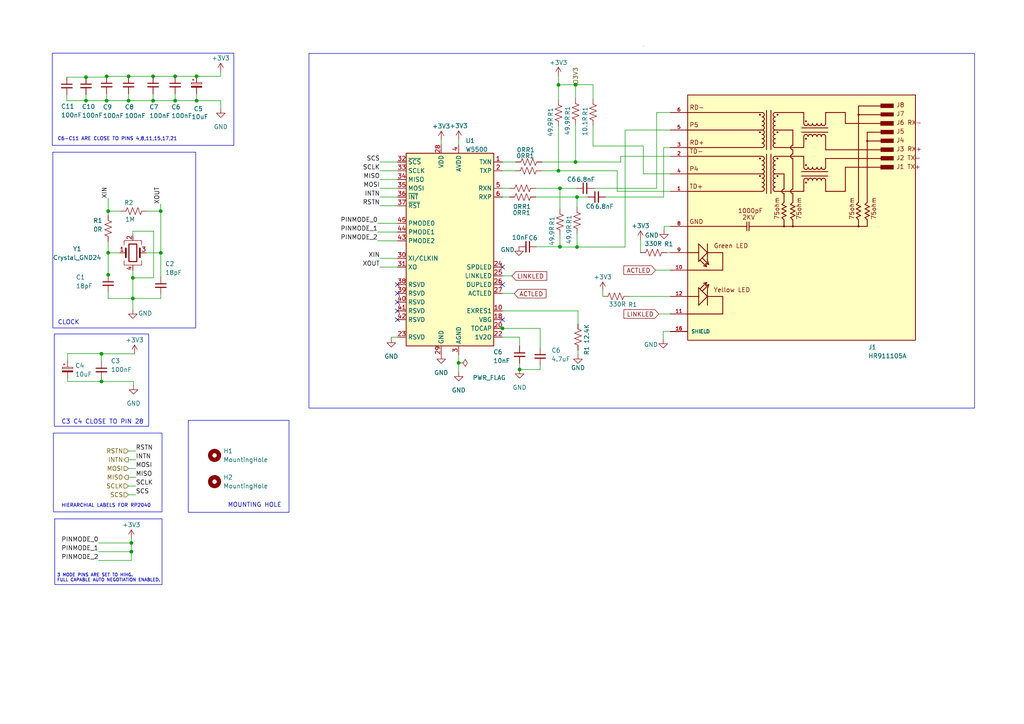
<source format=kicad_sch>
(kicad_sch (version 20230121) (generator eeschema)

  (uuid b86a8f00-98ca-4993-aa9c-c23ee81b013a)

  (paper "A4")

  (lib_symbols
    (symbol "+3V3_1" (power) (pin_names (offset 0)) (in_bom yes) (on_board yes)
      (property "Reference" "#PWR" (at 0 -3.81 0)
        (effects (font (size 1.27 1.27)) hide)
      )
      (property "Value" "+3V3_1" (at 0 3.556 0)
        (effects (font (size 1.27 1.27)))
      )
      (property "Footprint" "" (at 0 0 0)
        (effects (font (size 1.27 1.27)) hide)
      )
      (property "Datasheet" "" (at 0 0 0)
        (effects (font (size 1.27 1.27)) hide)
      )
      (property "ki_keywords" "global power" (at 0 0 0)
        (effects (font (size 1.27 1.27)) hide)
      )
      (property "ki_description" "Power symbol creates a global label with name \"+3V3\"" (at 0 0 0)
        (effects (font (size 1.27 1.27)) hide)
      )
      (symbol "+3V3_1_0_1"
        (polyline
          (pts
            (xy -0.762 1.27)
            (xy 0 2.54)
          )
          (stroke (width 0) (type default))
          (fill (type none))
        )
        (polyline
          (pts
            (xy 0 0)
            (xy 0 2.54)
          )
          (stroke (width 0) (type default))
          (fill (type none))
        )
        (polyline
          (pts
            (xy 0 2.54)
            (xy 0.762 1.27)
          )
          (stroke (width 0) (type default))
          (fill (type none))
        )
      )
      (symbol "+3V3_1_1_1"
        (pin power_in line (at 0 0 90) (length 0) hide
          (name "+3V3" (effects (font (size 1.27 1.27))))
          (number "1" (effects (font (size 1.27 1.27))))
        )
      )
    )
    (symbol "Device:C_Polarized_Small" (pin_numbers hide) (pin_names (offset 0.254) hide) (in_bom yes) (on_board yes)
      (property "Reference" "C" (at 0.254 1.778 0)
        (effects (font (size 1.27 1.27)) (justify left))
      )
      (property "Value" "C_Polarized_Small" (at 0.254 -2.032 0)
        (effects (font (size 1.27 1.27)) (justify left))
      )
      (property "Footprint" "" (at 0 0 0)
        (effects (font (size 1.27 1.27)) hide)
      )
      (property "Datasheet" "~" (at 0 0 0)
        (effects (font (size 1.27 1.27)) hide)
      )
      (property "ki_keywords" "cap capacitor" (at 0 0 0)
        (effects (font (size 1.27 1.27)) hide)
      )
      (property "ki_description" "Polarized capacitor, small symbol" (at 0 0 0)
        (effects (font (size 1.27 1.27)) hide)
      )
      (property "ki_fp_filters" "CP_*" (at 0 0 0)
        (effects (font (size 1.27 1.27)) hide)
      )
      (symbol "C_Polarized_Small_0_1"
        (rectangle (start -1.524 -0.3048) (end 1.524 -0.6858)
          (stroke (width 0) (type default))
          (fill (type outline))
        )
        (rectangle (start -1.524 0.6858) (end 1.524 0.3048)
          (stroke (width 0) (type default))
          (fill (type none))
        )
        (polyline
          (pts
            (xy -1.27 1.524)
            (xy -0.762 1.524)
          )
          (stroke (width 0) (type default))
          (fill (type none))
        )
        (polyline
          (pts
            (xy -1.016 1.27)
            (xy -1.016 1.778)
          )
          (stroke (width 0) (type default))
          (fill (type none))
        )
      )
      (symbol "C_Polarized_Small_1_1"
        (pin passive line (at 0 2.54 270) (length 1.8542)
          (name "~" (effects (font (size 1.27 1.27))))
          (number "1" (effects (font (size 1.27 1.27))))
        )
        (pin passive line (at 0 -2.54 90) (length 1.8542)
          (name "~" (effects (font (size 1.27 1.27))))
          (number "2" (effects (font (size 1.27 1.27))))
        )
      )
    )
    (symbol "Device:C_Small" (pin_numbers hide) (pin_names (offset 0.254) hide) (in_bom yes) (on_board yes)
      (property "Reference" "C" (at 0.254 1.778 0)
        (effects (font (size 1.27 1.27)) (justify left))
      )
      (property "Value" "C_Small" (at 0.254 -2.032 0)
        (effects (font (size 1.27 1.27)) (justify left))
      )
      (property "Footprint" "" (at 0 0 0)
        (effects (font (size 1.27 1.27)) hide)
      )
      (property "Datasheet" "~" (at 0 0 0)
        (effects (font (size 1.27 1.27)) hide)
      )
      (property "ki_keywords" "capacitor cap" (at 0 0 0)
        (effects (font (size 1.27 1.27)) hide)
      )
      (property "ki_description" "Unpolarized capacitor, small symbol" (at 0 0 0)
        (effects (font (size 1.27 1.27)) hide)
      )
      (property "ki_fp_filters" "C_*" (at 0 0 0)
        (effects (font (size 1.27 1.27)) hide)
      )
      (symbol "C_Small_0_1"
        (polyline
          (pts
            (xy -1.524 -0.508)
            (xy 1.524 -0.508)
          )
          (stroke (width 0.3302) (type default))
          (fill (type none))
        )
        (polyline
          (pts
            (xy -1.524 0.508)
            (xy 1.524 0.508)
          )
          (stroke (width 0.3048) (type default))
          (fill (type none))
        )
      )
      (symbol "C_Small_1_1"
        (pin passive line (at 0 2.54 270) (length 2.032)
          (name "~" (effects (font (size 1.27 1.27))))
          (number "1" (effects (font (size 1.27 1.27))))
        )
        (pin passive line (at 0 -2.54 90) (length 2.032)
          (name "~" (effects (font (size 1.27 1.27))))
          (number "2" (effects (font (size 1.27 1.27))))
        )
      )
    )
    (symbol "Device:Crystal_GND24" (pin_names (offset 1.016) hide) (in_bom yes) (on_board yes)
      (property "Reference" "Y" (at 3.175 5.08 0)
        (effects (font (size 1.27 1.27)) (justify left))
      )
      (property "Value" "Crystal_GND24" (at 3.175 3.175 0)
        (effects (font (size 1.27 1.27)) (justify left))
      )
      (property "Footprint" "" (at 0 0 0)
        (effects (font (size 1.27 1.27)) hide)
      )
      (property "Datasheet" "~" (at 0 0 0)
        (effects (font (size 1.27 1.27)) hide)
      )
      (property "ki_keywords" "quartz ceramic resonator oscillator" (at 0 0 0)
        (effects (font (size 1.27 1.27)) hide)
      )
      (property "ki_description" "Four pin crystal, GND on pins 2 and 4" (at 0 0 0)
        (effects (font (size 1.27 1.27)) hide)
      )
      (property "ki_fp_filters" "Crystal*" (at 0 0 0)
        (effects (font (size 1.27 1.27)) hide)
      )
      (symbol "Crystal_GND24_0_1"
        (rectangle (start -1.143 2.54) (end 1.143 -2.54)
          (stroke (width 0.3048) (type default))
          (fill (type none))
        )
        (polyline
          (pts
            (xy -2.54 0)
            (xy -2.032 0)
          )
          (stroke (width 0) (type default))
          (fill (type none))
        )
        (polyline
          (pts
            (xy -2.032 -1.27)
            (xy -2.032 1.27)
          )
          (stroke (width 0.508) (type default))
          (fill (type none))
        )
        (polyline
          (pts
            (xy 0 -3.81)
            (xy 0 -3.556)
          )
          (stroke (width 0) (type default))
          (fill (type none))
        )
        (polyline
          (pts
            (xy 0 3.556)
            (xy 0 3.81)
          )
          (stroke (width 0) (type default))
          (fill (type none))
        )
        (polyline
          (pts
            (xy 2.032 -1.27)
            (xy 2.032 1.27)
          )
          (stroke (width 0.508) (type default))
          (fill (type none))
        )
        (polyline
          (pts
            (xy 2.032 0)
            (xy 2.54 0)
          )
          (stroke (width 0) (type default))
          (fill (type none))
        )
        (polyline
          (pts
            (xy -2.54 -2.286)
            (xy -2.54 -3.556)
            (xy 2.54 -3.556)
            (xy 2.54 -2.286)
          )
          (stroke (width 0) (type default))
          (fill (type none))
        )
        (polyline
          (pts
            (xy -2.54 2.286)
            (xy -2.54 3.556)
            (xy 2.54 3.556)
            (xy 2.54 2.286)
          )
          (stroke (width 0) (type default))
          (fill (type none))
        )
      )
      (symbol "Crystal_GND24_1_1"
        (pin passive line (at -3.81 0 0) (length 1.27)
          (name "1" (effects (font (size 1.27 1.27))))
          (number "1" (effects (font (size 1.27 1.27))))
        )
        (pin passive line (at 0 5.08 270) (length 1.27)
          (name "2" (effects (font (size 1.27 1.27))))
          (number "2" (effects (font (size 1.27 1.27))))
        )
        (pin passive line (at 3.81 0 180) (length 1.27)
          (name "3" (effects (font (size 1.27 1.27))))
          (number "3" (effects (font (size 1.27 1.27))))
        )
        (pin passive line (at 0 -5.08 90) (length 1.27)
          (name "4" (effects (font (size 1.27 1.27))))
          (number "4" (effects (font (size 1.27 1.27))))
        )
      )
    )
    (symbol "Device:R_US" (pin_numbers hide) (pin_names (offset 0)) (in_bom yes) (on_board yes)
      (property "Reference" "R" (at 2.54 0 90)
        (effects (font (size 1.27 1.27)))
      )
      (property "Value" "R_US" (at -2.54 0 90)
        (effects (font (size 1.27 1.27)))
      )
      (property "Footprint" "" (at 1.016 -0.254 90)
        (effects (font (size 1.27 1.27)) hide)
      )
      (property "Datasheet" "~" (at 0 0 0)
        (effects (font (size 1.27 1.27)) hide)
      )
      (property "ki_keywords" "R res resistor" (at 0 0 0)
        (effects (font (size 1.27 1.27)) hide)
      )
      (property "ki_description" "Resistor, US symbol" (at 0 0 0)
        (effects (font (size 1.27 1.27)) hide)
      )
      (property "ki_fp_filters" "R_*" (at 0 0 0)
        (effects (font (size 1.27 1.27)) hide)
      )
      (symbol "R_US_0_1"
        (polyline
          (pts
            (xy 0 -2.286)
            (xy 0 -2.54)
          )
          (stroke (width 0) (type default))
          (fill (type none))
        )
        (polyline
          (pts
            (xy 0 2.286)
            (xy 0 2.54)
          )
          (stroke (width 0) (type default))
          (fill (type none))
        )
        (polyline
          (pts
            (xy 0 -0.762)
            (xy 1.016 -1.143)
            (xy 0 -1.524)
            (xy -1.016 -1.905)
            (xy 0 -2.286)
          )
          (stroke (width 0) (type default))
          (fill (type none))
        )
        (polyline
          (pts
            (xy 0 0.762)
            (xy 1.016 0.381)
            (xy 0 0)
            (xy -1.016 -0.381)
            (xy 0 -0.762)
          )
          (stroke (width 0) (type default))
          (fill (type none))
        )
        (polyline
          (pts
            (xy 0 2.286)
            (xy 1.016 1.905)
            (xy 0 1.524)
            (xy -1.016 1.143)
            (xy 0 0.762)
          )
          (stroke (width 0) (type default))
          (fill (type none))
        )
      )
      (symbol "R_US_1_1"
        (pin passive line (at 0 3.81 270) (length 1.27)
          (name "~" (effects (font (size 1.27 1.27))))
          (number "1" (effects (font (size 1.27 1.27))))
        )
        (pin passive line (at 0 -3.81 90) (length 1.27)
          (name "~" (effects (font (size 1.27 1.27))))
          (number "2" (effects (font (size 1.27 1.27))))
        )
      )
    )
    (symbol "HR911105A:HR911105A" (pin_names (offset 1.016)) (in_bom yes) (on_board yes)
      (property "Reference" "J" (at -33.1783 36.2409 0)
        (effects (font (size 1.27 1.27)) (justify left bottom))
      )
      (property "Value" "HR911105A" (at -33.1242 -38.2202 0)
        (effects (font (size 1.27 1.27)) (justify left bottom))
      )
      (property "Footprint" "HANRUN_HR911105A" (at 0 0 0)
        (effects (font (size 1.27 1.27)) (justify bottom) hide)
      )
      (property "Datasheet" "" (at 0 0 0)
        (effects (font (size 1.27 1.27)) hide)
      )
      (property "MF" "HanRun" (at 0 0 0)
        (effects (font (size 1.27 1.27)) (justify bottom) hide)
      )
      (property "DESCRIPTION" "DIP RJ45 Connector;" (at 0 0 0)
        (effects (font (size 1.27 1.27)) (justify bottom) hide)
      )
      (property "PACKAGE" "None" (at 0 0 0)
        (effects (font (size 1.27 1.27)) (justify bottom) hide)
      )
      (property "PRICE" "None" (at 0 0 0)
        (effects (font (size 1.27 1.27)) (justify bottom) hide)
      )
      (property "STANDARD" "Manufacturer Recommendation" (at 0 0 0)
        (effects (font (size 1.27 1.27)) (justify bottom) hide)
      )
      (property "PARTREV" "A" (at 0 0 0)
        (effects (font (size 1.27 1.27)) (justify bottom) hide)
      )
      (property "MP" "HR911105A" (at 0 0 0)
        (effects (font (size 1.27 1.27)) (justify bottom) hide)
      )
      (property "AVAILABILITY" "Unavailable" (at 0 0 0)
        (effects (font (size 1.27 1.27)) (justify bottom) hide)
      )
      (symbol "HR911105A_0_0"
        (rectangle (start -33.02 -35.56) (end 33.02 35.56)
          (stroke (width 0.254) (type default))
          (fill (type background))
        )
        (circle (center -12.065 12.065) (radius 0.1524)
          (stroke (width 0.254) (type default))
          (fill (type none))
        )
        (circle (center -12.065 17.145) (radius 0.1524)
          (stroke (width 0.254) (type default))
          (fill (type none))
        )
        (circle (center -12.065 24.765) (radius 0.1524)
          (stroke (width 0.254) (type default))
          (fill (type none))
        )
        (circle (center -12.065 29.845) (radius 0.1524)
          (stroke (width 0.254) (type default))
          (fill (type none))
        )
        (arc (start -11.43 7.62) (mid -10.981 7.806) (end -10.795 8.255)
          (stroke (width 0.254) (type default))
          (fill (type none))
        )
        (arc (start -11.43 8.89) (mid -11.0274 9.1224) (end -10.795 9.525)
          (stroke (width 0.254) (type default))
          (fill (type none))
        )
        (arc (start -11.43 10.16) (mid -10.981 10.346) (end -10.795 10.795)
          (stroke (width 0.254) (type default))
          (fill (type none))
        )
        (arc (start -11.43 11.43) (mid -10.981 11.616) (end -10.795 12.065)
          (stroke (width 0.254) (type default))
          (fill (type none))
        )
        (arc (start -11.43 12.7) (mid -10.981 12.886) (end -10.795 13.335)
          (stroke (width 0.254) (type default))
          (fill (type none))
        )
        (arc (start -11.43 13.97) (mid -10.981 14.156) (end -10.795 14.605)
          (stroke (width 0.254) (type default))
          (fill (type none))
        )
        (arc (start -11.43 15.24) (mid -10.981 15.426) (end -10.795 15.875)
          (stroke (width 0.254) (type default))
          (fill (type none))
        )
        (arc (start -11.43 16.51) (mid -10.981 16.696) (end -10.795 17.145)
          (stroke (width 0.254) (type default))
          (fill (type none))
        )
        (arc (start -11.43 20.32) (mid -10.981 20.506) (end -10.795 20.955)
          (stroke (width 0.254) (type default))
          (fill (type none))
        )
        (arc (start -11.43 21.59) (mid -11.0274 21.8224) (end -10.795 22.225)
          (stroke (width 0.254) (type default))
          (fill (type none))
        )
        (arc (start -11.43 22.86) (mid -10.981 23.046) (end -10.795 23.495)
          (stroke (width 0.254) (type default))
          (fill (type none))
        )
        (arc (start -11.43 24.13) (mid -10.981 24.316) (end -10.795 24.765)
          (stroke (width 0.254) (type default))
          (fill (type none))
        )
        (arc (start -11.43 25.4) (mid -10.981 25.586) (end -10.795 26.035)
          (stroke (width 0.254) (type default))
          (fill (type none))
        )
        (arc (start -11.43 26.67) (mid -10.981 26.856) (end -10.795 27.305)
          (stroke (width 0.254) (type default))
          (fill (type none))
        )
        (arc (start -11.43 27.94) (mid -10.981 28.126) (end -10.795 28.575)
          (stroke (width 0.254) (type default))
          (fill (type none))
        )
        (arc (start -11.43 29.21) (mid -10.981 29.396) (end -10.795 29.845)
          (stroke (width 0.254) (type default))
          (fill (type none))
        )
        (arc (start -10.795 8.255) (mid -10.981 8.704) (end -11.43 8.89)
          (stroke (width 0.254) (type default))
          (fill (type none))
        )
        (arc (start -10.795 9.525) (mid -10.981 9.974) (end -11.43 10.16)
          (stroke (width 0.254) (type default))
          (fill (type none))
        )
        (arc (start -10.795 10.795) (mid -10.981 11.244) (end -11.43 11.43)
          (stroke (width 0.254) (type default))
          (fill (type none))
        )
        (arc (start -10.795 12.065) (mid -10.981 12.514) (end -11.43 12.7)
          (stroke (width 0.254) (type default))
          (fill (type none))
        )
        (arc (start -10.795 13.335) (mid -10.981 13.784) (end -11.43 13.97)
          (stroke (width 0.254) (type default))
          (fill (type none))
        )
        (arc (start -10.795 14.605) (mid -10.981 15.054) (end -11.43 15.24)
          (stroke (width 0.254) (type default))
          (fill (type none))
        )
        (arc (start -10.795 15.875) (mid -10.981 16.324) (end -11.43 16.51)
          (stroke (width 0.254) (type default))
          (fill (type none))
        )
        (arc (start -10.795 17.145) (mid -10.981 17.594) (end -11.43 17.78)
          (stroke (width 0.254) (type default))
          (fill (type none))
        )
        (arc (start -10.795 20.955) (mid -10.981 21.404) (end -11.43 21.59)
          (stroke (width 0.254) (type default))
          (fill (type none))
        )
        (arc (start -10.795 22.225) (mid -10.981 22.674) (end -11.43 22.86)
          (stroke (width 0.254) (type default))
          (fill (type none))
        )
        (arc (start -10.795 23.495) (mid -10.981 23.944) (end -11.43 24.13)
          (stroke (width 0.254) (type default))
          (fill (type none))
        )
        (arc (start -10.795 24.765) (mid -10.981 25.214) (end -11.43 25.4)
          (stroke (width 0.254) (type default))
          (fill (type none))
        )
        (arc (start -10.795 26.035) (mid -10.981 26.484) (end -11.43 26.67)
          (stroke (width 0.254) (type default))
          (fill (type none))
        )
        (arc (start -10.795 27.305) (mid -10.981 27.754) (end -11.43 27.94)
          (stroke (width 0.254) (type default))
          (fill (type none))
        )
        (arc (start -10.795 28.575) (mid -10.981 29.024) (end -11.43 29.21)
          (stroke (width 0.254) (type default))
          (fill (type none))
        )
        (arc (start -10.795 29.845) (mid -10.981 30.294) (end -11.43 30.48)
          (stroke (width 0.254) (type default))
          (fill (type none))
        )
        (arc (start -8.255 8.255) (mid -8.069 7.806) (end -7.62 7.62)
          (stroke (width 0.254) (type default))
          (fill (type none))
        )
        (arc (start -8.255 9.525) (mid -8.069 9.076) (end -7.62 8.89)
          (stroke (width 0.254) (type default))
          (fill (type none))
        )
        (arc (start -8.255 10.795) (mid -8.069 10.346) (end -7.62 10.16)
          (stroke (width 0.254) (type default))
          (fill (type none))
        )
        (arc (start -8.255 12.065) (mid -8.069 11.616) (end -7.62 11.43)
          (stroke (width 0.254) (type default))
          (fill (type none))
        )
        (arc (start -8.255 13.335) (mid -8.069 12.886) (end -7.62 12.7)
          (stroke (width 0.254) (type default))
          (fill (type none))
        )
        (arc (start -8.255 14.605) (mid -8.069 14.156) (end -7.62 13.97)
          (stroke (width 0.254) (type default))
          (fill (type none))
        )
        (arc (start -8.255 15.875) (mid -8.069 15.426) (end -7.62 15.24)
          (stroke (width 0.254) (type default))
          (fill (type none))
        )
        (arc (start -8.255 17.145) (mid -8.069 16.696) (end -7.62 16.51)
          (stroke (width 0.254) (type default))
          (fill (type none))
        )
        (arc (start -8.255 20.955) (mid -8.069 20.506) (end -7.62 20.32)
          (stroke (width 0.254) (type default))
          (fill (type none))
        )
        (arc (start -8.255 22.225) (mid -8.069 21.776) (end -7.62 21.59)
          (stroke (width 0.254) (type default))
          (fill (type none))
        )
        (arc (start -8.255 23.495) (mid -8.069 23.046) (end -7.62 22.86)
          (stroke (width 0.254) (type default))
          (fill (type none))
        )
        (arc (start -8.255 24.765) (mid -8.069 24.316) (end -7.62 24.13)
          (stroke (width 0.254) (type default))
          (fill (type none))
        )
        (arc (start -8.255 26.035) (mid -8.069 25.586) (end -7.62 25.4)
          (stroke (width 0.254) (type default))
          (fill (type none))
        )
        (arc (start -8.255 27.305) (mid -8.069 26.856) (end -7.62 26.67)
          (stroke (width 0.254) (type default))
          (fill (type none))
        )
        (arc (start -8.255 28.575) (mid -8.069 28.126) (end -7.62 27.94)
          (stroke (width 0.254) (type default))
          (fill (type none))
        )
        (arc (start -8.255 29.845) (mid -8.069 29.396) (end -7.62 29.21)
          (stroke (width 0.254) (type default))
          (fill (type none))
        )
        (arc (start -7.62 8.89) (mid -8.069 8.704) (end -8.255 8.255)
          (stroke (width 0.254) (type default))
          (fill (type none))
        )
        (arc (start -7.62 10.16) (mid -8.069 9.974) (end -8.255 9.525)
          (stroke (width 0.254) (type default))
          (fill (type none))
        )
        (arc (start -7.62 11.43) (mid -8.069 11.244) (end -8.255 10.795)
          (stroke (width 0.254) (type default))
          (fill (type none))
        )
        (arc (start -7.62 12.7) (mid -8.069 12.514) (end -8.255 12.065)
          (stroke (width 0.254) (type default))
          (fill (type none))
        )
        (arc (start -7.62 13.97) (mid -8.069 13.784) (end -8.255 13.335)
          (stroke (width 0.254) (type default))
          (fill (type none))
        )
        (arc (start -7.62 15.24) (mid -8.069 15.054) (end -8.255 14.605)
          (stroke (width 0.254) (type default))
          (fill (type none))
        )
        (arc (start -7.62 16.51) (mid -8.0226 16.2776) (end -8.255 15.875)
          (stroke (width 0.254) (type default))
          (fill (type none))
        )
        (arc (start -7.62 17.78) (mid -8.069 17.594) (end -8.255 17.145)
          (stroke (width 0.254) (type default))
          (fill (type none))
        )
        (arc (start -7.62 21.59) (mid -8.069 21.404) (end -8.255 20.955)
          (stroke (width 0.254) (type default))
          (fill (type none))
        )
        (arc (start -7.62 22.86) (mid -8.069 22.674) (end -8.255 22.225)
          (stroke (width 0.254) (type default))
          (fill (type none))
        )
        (arc (start -7.62 24.13) (mid -8.069 23.944) (end -8.255 23.495)
          (stroke (width 0.254) (type default))
          (fill (type none))
        )
        (arc (start -7.62 25.4) (mid -8.069 25.214) (end -8.255 24.765)
          (stroke (width 0.254) (type default))
          (fill (type none))
        )
        (arc (start -7.62 26.67) (mid -8.069 26.484) (end -8.255 26.035)
          (stroke (width 0.254) (type default))
          (fill (type none))
        )
        (arc (start -7.62 27.94) (mid -8.069 27.754) (end -8.255 27.305)
          (stroke (width 0.254) (type default))
          (fill (type none))
        )
        (arc (start -7.62 29.21) (mid -8.0226 28.9776) (end -8.255 28.575)
          (stroke (width 0.254) (type default))
          (fill (type none))
        )
        (arc (start -7.62 30.48) (mid -8.069 30.294) (end -8.255 29.845)
          (stroke (width 0.254) (type default))
          (fill (type none))
        )
        (circle (center -6.985 12.065) (radius 0.1524)
          (stroke (width 0.254) (type default))
          (fill (type none))
        )
        (circle (center -6.985 17.145) (radius 0.1524)
          (stroke (width 0.254) (type default))
          (fill (type none))
        )
        (circle (center -6.985 24.765) (radius 0.1524)
          (stroke (width 0.254) (type default))
          (fill (type none))
        )
        (circle (center -6.985 29.845) (radius 0.1524)
          (stroke (width 0.254) (type default))
          (fill (type none))
        )
        (arc (start -5.715 7.62) (mid -5.529 7.171) (end -5.08 6.985)
          (stroke (width 0.254) (type default))
          (fill (type none))
        )
        (circle (center -5.08 -2.54) (radius 0.1778)
          (stroke (width 0.254) (type default))
          (fill (type none))
        )
        (arc (start -5.08 8.255) (mid -5.529 8.069) (end -5.715 7.62)
          (stroke (width 0.254) (type default))
          (fill (type none))
        )
        (arc (start -3.175 7.62) (mid -2.989 7.171) (end -2.54 6.985)
          (stroke (width 0.254) (type default))
          (fill (type none))
        )
        (arc (start -3.175 17.78) (mid -2.989 17.331) (end -2.54 17.145)
          (stroke (width 0.254) (type default))
          (fill (type none))
        )
        (arc (start -3.175 20.32) (mid -2.989 19.871) (end -2.54 19.685)
          (stroke (width 0.254) (type default))
          (fill (type none))
        )
        (circle (center -2.54 -2.54) (radius 0.1778)
          (stroke (width 0.254) (type default))
          (fill (type none))
        )
        (arc (start -2.54 8.255) (mid -2.989 8.069) (end -3.175 7.62)
          (stroke (width 0.254) (type default))
          (fill (type none))
        )
        (arc (start -2.54 18.415) (mid -2.989 18.229) (end -3.175 17.78)
          (stroke (width 0.254) (type default))
          (fill (type none))
        )
        (arc (start -2.54 20.955) (mid -2.989 20.769) (end -3.175 20.32)
          (stroke (width 0.254) (type default))
          (fill (type none))
        )
        (polyline
          (pts
            (xy -33.02 -27.94)
            (xy -22.86 -27.94)
          )
          (stroke (width 0.254) (type default))
          (fill (type none))
        )
        (polyline
          (pts
            (xy -33.02 -15.24)
            (xy -22.86 -15.24)
          )
          (stroke (width 0.254) (type default))
          (fill (type none))
        )
        (polyline
          (pts
            (xy -33.02 12.7)
            (xy -11.43 12.7)
          )
          (stroke (width 0.254) (type default))
          (fill (type none))
        )
        (polyline
          (pts
            (xy -33.02 20.32)
            (xy -11.43 20.32)
          )
          (stroke (width 0.254) (type default))
          (fill (type none))
        )
        (polyline
          (pts
            (xy -29.845 -25.4)
            (xy -27.305 -22.86)
          )
          (stroke (width 0.254) (type default))
          (fill (type none))
        )
        (polyline
          (pts
            (xy -29.845 -22.86)
            (xy -33.02 -22.86)
          )
          (stroke (width 0.254) (type default))
          (fill (type none))
        )
        (polyline
          (pts
            (xy -29.845 -22.86)
            (xy -29.845 -25.4)
          )
          (stroke (width 0.254) (type default))
          (fill (type none))
        )
        (polyline
          (pts
            (xy -29.845 -20.32)
            (xy -29.845 -22.86)
          )
          (stroke (width 0.254) (type default))
          (fill (type none))
        )
        (polyline
          (pts
            (xy -29.845 -12.7)
            (xy -29.845 -10.16)
          )
          (stroke (width 0.254) (type default))
          (fill (type none))
        )
        (polyline
          (pts
            (xy -29.845 -10.16)
            (xy -33.02 -10.16)
          )
          (stroke (width 0.254) (type default))
          (fill (type none))
        )
        (polyline
          (pts
            (xy -29.845 -10.16)
            (xy -29.845 -7.62)
          )
          (stroke (width 0.254) (type default))
          (fill (type none))
        )
        (polyline
          (pts
            (xy -29.845 -7.62)
            (xy -27.305 -10.16)
          )
          (stroke (width 0.254) (type default))
          (fill (type none))
        )
        (polyline
          (pts
            (xy -29.464 -20.701)
            (xy -29.845 -20.32)
          )
          (stroke (width 0.254) (type default))
          (fill (type none))
        )
        (polyline
          (pts
            (xy -29.464 -20.701)
            (xy -27.559 -18.796)
          )
          (stroke (width 0.254) (type default))
          (fill (type none))
        )
        (polyline
          (pts
            (xy -29.464 -12.319)
            (xy -29.845 -12.7)
          )
          (stroke (width 0.254) (type default))
          (fill (type none))
        )
        (polyline
          (pts
            (xy -29.464 -12.319)
            (xy -27.559 -14.224)
          )
          (stroke (width 0.254) (type default))
          (fill (type none))
        )
        (polyline
          (pts
            (xy -28.829 -21.336)
            (xy -29.464 -20.701)
          )
          (stroke (width 0.254) (type default))
          (fill (type none))
        )
        (polyline
          (pts
            (xy -28.829 -21.336)
            (xy -26.924 -19.431)
          )
          (stroke (width 0.254) (type default))
          (fill (type none))
        )
        (polyline
          (pts
            (xy -28.829 -11.684)
            (xy -29.464 -12.319)
          )
          (stroke (width 0.254) (type default))
          (fill (type none))
        )
        (polyline
          (pts
            (xy -28.829 -11.684)
            (xy -26.924 -13.589)
          )
          (stroke (width 0.254) (type default))
          (fill (type none))
        )
        (polyline
          (pts
            (xy -27.559 -18.796)
            (xy -28.448 -19.05)
          )
          (stroke (width 0.254) (type default))
          (fill (type none))
        )
        (polyline
          (pts
            (xy -27.559 -18.796)
            (xy -27.813 -19.685)
          )
          (stroke (width 0.254) (type default))
          (fill (type none))
        )
        (polyline
          (pts
            (xy -27.559 -14.224)
            (xy -28.448 -13.97)
          )
          (stroke (width 0.254) (type default))
          (fill (type none))
        )
        (polyline
          (pts
            (xy -27.559 -14.224)
            (xy -27.813 -13.335)
          )
          (stroke (width 0.254) (type default))
          (fill (type none))
        )
        (polyline
          (pts
            (xy -27.305 -22.86)
            (xy -28.829 -21.336)
          )
          (stroke (width 0.254) (type default))
          (fill (type none))
        )
        (polyline
          (pts
            (xy -27.305 -22.86)
            (xy -27.305 -25.4)
          )
          (stroke (width 0.254) (type default))
          (fill (type none))
        )
        (polyline
          (pts
            (xy -27.305 -22.86)
            (xy -22.86 -22.86)
          )
          (stroke (width 0.254) (type default))
          (fill (type none))
        )
        (polyline
          (pts
            (xy -27.305 -20.32)
            (xy -27.305 -22.86)
          )
          (stroke (width 0.254) (type default))
          (fill (type none))
        )
        (polyline
          (pts
            (xy -27.305 -12.7)
            (xy -27.305 -10.16)
          )
          (stroke (width 0.254) (type default))
          (fill (type none))
        )
        (polyline
          (pts
            (xy -27.305 -10.16)
            (xy -28.829 -11.684)
          )
          (stroke (width 0.254) (type default))
          (fill (type none))
        )
        (polyline
          (pts
            (xy -27.305 -10.16)
            (xy -27.305 -7.62)
          )
          (stroke (width 0.254) (type default))
          (fill (type none))
        )
        (polyline
          (pts
            (xy -27.305 -10.16)
            (xy -22.86 -10.16)
          )
          (stroke (width 0.254) (type default))
          (fill (type none))
        )
        (polyline
          (pts
            (xy -26.924 -19.431)
            (xy -27.813 -19.685)
          )
          (stroke (width 0.254) (type default))
          (fill (type none))
        )
        (polyline
          (pts
            (xy -26.924 -19.431)
            (xy -27.178 -20.32)
          )
          (stroke (width 0.254) (type default))
          (fill (type none))
        )
        (polyline
          (pts
            (xy -26.924 -13.589)
            (xy -27.813 -13.335)
          )
          (stroke (width 0.254) (type default))
          (fill (type none))
        )
        (polyline
          (pts
            (xy -26.924 -13.589)
            (xy -27.178 -12.7)
          )
          (stroke (width 0.254) (type default))
          (fill (type none))
        )
        (polyline
          (pts
            (xy -22.86 -27.94)
            (xy -22.86 -22.86)
          )
          (stroke (width 0.254) (type default))
          (fill (type none))
        )
        (polyline
          (pts
            (xy -22.86 -15.24)
            (xy -22.86 -10.16)
          )
          (stroke (width 0.254) (type default))
          (fill (type none))
        )
        (polyline
          (pts
            (xy -15.875 -2.54)
            (xy -33.02 -2.54)
          )
          (stroke (width 0.254) (type default))
          (fill (type none))
        )
        (polyline
          (pts
            (xy -15.875 -2.54)
            (xy -15.875 -3.81)
          )
          (stroke (width 0.254) (type default))
          (fill (type none))
        )
        (polyline
          (pts
            (xy -15.875 -1.27)
            (xy -15.875 -2.54)
          )
          (stroke (width 0.254) (type default))
          (fill (type none))
        )
        (polyline
          (pts
            (xy -15.24 -2.54)
            (xy -15.24 -3.81)
          )
          (stroke (width 0.254) (type default))
          (fill (type none))
        )
        (polyline
          (pts
            (xy -15.24 -2.54)
            (xy -15.24 -1.27)
          )
          (stroke (width 0.254) (type default))
          (fill (type none))
        )
        (polyline
          (pts
            (xy -11.43 7.62)
            (xy -33.02 7.62)
          )
          (stroke (width 0.254) (type default))
          (fill (type none))
        )
        (polyline
          (pts
            (xy -11.43 17.78)
            (xy -33.02 17.78)
          )
          (stroke (width 0.254) (type default))
          (fill (type none))
        )
        (polyline
          (pts
            (xy -11.43 25.4)
            (xy -33.02 25.4)
          )
          (stroke (width 0.254) (type default))
          (fill (type none))
        )
        (polyline
          (pts
            (xy -11.43 30.48)
            (xy -33.02 30.48)
          )
          (stroke (width 0.254) (type default))
          (fill (type none))
        )
        (polyline
          (pts
            (xy -10.16 18.415)
            (xy -10.16 6.985)
          )
          (stroke (width 0.254) (type default))
          (fill (type none))
        )
        (polyline
          (pts
            (xy -10.16 31.115)
            (xy -10.16 19.685)
          )
          (stroke (width 0.254) (type default))
          (fill (type none))
        )
        (polyline
          (pts
            (xy -8.89 18.415)
            (xy -8.89 6.985)
          )
          (stroke (width 0.254) (type default))
          (fill (type none))
        )
        (polyline
          (pts
            (xy -8.89 31.115)
            (xy -8.89 19.685)
          )
          (stroke (width 0.254) (type default))
          (fill (type none))
        )
        (polyline
          (pts
            (xy -7.62 7.62)
            (xy -5.715 7.62)
          )
          (stroke (width 0.254) (type default))
          (fill (type none))
        )
        (polyline
          (pts
            (xy -7.62 20.32)
            (xy -3.175 20.32)
          )
          (stroke (width 0.254) (type default))
          (fill (type none))
        )
        (polyline
          (pts
            (xy -7.62 25.4)
            (xy -2.54 25.4)
          )
          (stroke (width 0.254) (type default))
          (fill (type none))
        )
        (polyline
          (pts
            (xy -5.715 0)
            (xy -5.08 -0.635)
          )
          (stroke (width 0.254) (type default))
          (fill (type none))
        )
        (polyline
          (pts
            (xy -5.715 1.27)
            (xy -4.445 0.635)
          )
          (stroke (width 0.254) (type default))
          (fill (type none))
        )
        (polyline
          (pts
            (xy -5.715 2.54)
            (xy -4.445 1.905)
          )
          (stroke (width 0.254) (type default))
          (fill (type none))
        )
        (polyline
          (pts
            (xy -5.715 3.81)
            (xy -4.445 3.175)
          )
          (stroke (width 0.254) (type default))
          (fill (type none))
        )
        (polyline
          (pts
            (xy -5.715 7.62)
            (xy -3.175 7.62)
          )
          (stroke (width 0.254) (type default))
          (fill (type none))
        )
        (polyline
          (pts
            (xy -5.08 -2.54)
            (xy -15.24 -2.54)
          )
          (stroke (width 0.254) (type default))
          (fill (type none))
        )
        (polyline
          (pts
            (xy -5.08 -0.635)
            (xy -5.08 -2.54)
          )
          (stroke (width 0.254) (type default))
          (fill (type none))
        )
        (polyline
          (pts
            (xy -5.08 4.445)
            (xy -5.715 3.81)
          )
          (stroke (width 0.254) (type default))
          (fill (type none))
        )
        (polyline
          (pts
            (xy -5.08 6.985)
            (xy -5.08 4.445)
          )
          (stroke (width 0.254) (type default))
          (fill (type none))
        )
        (polyline
          (pts
            (xy -5.08 8.255)
            (xy -5.08 12.7)
          )
          (stroke (width 0.254) (type default))
          (fill (type none))
        )
        (polyline
          (pts
            (xy -5.08 12.7)
            (xy -7.62 12.7)
          )
          (stroke (width 0.254) (type default))
          (fill (type none))
        )
        (polyline
          (pts
            (xy -4.445 0.635)
            (xy -5.715 0)
          )
          (stroke (width 0.254) (type default))
          (fill (type none))
        )
        (polyline
          (pts
            (xy -4.445 1.905)
            (xy -5.715 1.27)
          )
          (stroke (width 0.254) (type default))
          (fill (type none))
        )
        (polyline
          (pts
            (xy -4.445 3.175)
            (xy -5.715 2.54)
          )
          (stroke (width 0.254) (type default))
          (fill (type none))
        )
        (polyline
          (pts
            (xy -3.175 0)
            (xy -2.54 -0.635)
          )
          (stroke (width 0.254) (type default))
          (fill (type none))
        )
        (polyline
          (pts
            (xy -3.175 1.27)
            (xy -1.905 0.635)
          )
          (stroke (width 0.254) (type default))
          (fill (type none))
        )
        (polyline
          (pts
            (xy -3.175 2.54)
            (xy -1.905 1.905)
          )
          (stroke (width 0.254) (type default))
          (fill (type none))
        )
        (polyline
          (pts
            (xy -3.175 3.81)
            (xy -1.905 3.175)
          )
          (stroke (width 0.254) (type default))
          (fill (type none))
        )
        (polyline
          (pts
            (xy -3.175 7.62)
            (xy 0.635 7.62)
          )
          (stroke (width 0.254) (type default))
          (fill (type none))
        )
        (polyline
          (pts
            (xy -3.175 17.78)
            (xy -7.62 17.78)
          )
          (stroke (width 0.254) (type default))
          (fill (type none))
        )
        (polyline
          (pts
            (xy -3.175 20.32)
            (xy 0.635 20.32)
          )
          (stroke (width 0.254) (type default))
          (fill (type none))
        )
        (polyline
          (pts
            (xy -2.54 -0.635)
            (xy -2.54 -2.54)
          )
          (stroke (width 0.254) (type default))
          (fill (type none))
        )
        (polyline
          (pts
            (xy -2.54 4.445)
            (xy -3.175 3.81)
          )
          (stroke (width 0.254) (type default))
          (fill (type none))
        )
        (polyline
          (pts
            (xy -2.54 6.985)
            (xy -2.54 4.445)
          )
          (stroke (width 0.254) (type default))
          (fill (type none))
        )
        (polyline
          (pts
            (xy -2.54 17.145)
            (xy -2.54 8.255)
          )
          (stroke (width 0.254) (type default))
          (fill (type none))
        )
        (polyline
          (pts
            (xy -2.54 19.685)
            (xy -2.54 18.415)
          )
          (stroke (width 0.254) (type default))
          (fill (type none))
        )
        (polyline
          (pts
            (xy -2.54 25.4)
            (xy -2.54 20.955)
          )
          (stroke (width 0.254) (type default))
          (fill (type none))
        )
        (polyline
          (pts
            (xy -1.905 0.635)
            (xy -3.175 0)
          )
          (stroke (width 0.254) (type default))
          (fill (type none))
        )
        (polyline
          (pts
            (xy -1.905 1.905)
            (xy -3.175 1.27)
          )
          (stroke (width 0.254) (type default))
          (fill (type none))
        )
        (polyline
          (pts
            (xy -1.905 3.175)
            (xy -3.175 2.54)
          )
          (stroke (width 0.254) (type default))
          (fill (type none))
        )
        (polyline
          (pts
            (xy 0 12.065)
            (xy 7.62 12.065)
          )
          (stroke (width 0.254) (type default))
          (fill (type none))
        )
        (polyline
          (pts
            (xy 0 13.335)
            (xy 7.62 13.335)
          )
          (stroke (width 0.254) (type default))
          (fill (type none))
        )
        (polyline
          (pts
            (xy 0 24.765)
            (xy 7.62 24.765)
          )
          (stroke (width 0.254) (type default))
          (fill (type none))
        )
        (polyline
          (pts
            (xy 0 26.035)
            (xy 7.62 26.035)
          )
          (stroke (width 0.254) (type default))
          (fill (type none))
        )
        (polyline
          (pts
            (xy 0.635 7.62)
            (xy 0.635 10.795)
          )
          (stroke (width 0.254) (type default))
          (fill (type none))
        )
        (polyline
          (pts
            (xy 0.635 14.605)
            (xy 0.635 17.78)
          )
          (stroke (width 0.254) (type default))
          (fill (type none))
        )
        (polyline
          (pts
            (xy 0.635 17.78)
            (xy -3.175 17.78)
          )
          (stroke (width 0.254) (type default))
          (fill (type none))
        )
        (polyline
          (pts
            (xy 0.635 20.32)
            (xy 0.635 23.495)
          )
          (stroke (width 0.254) (type default))
          (fill (type none))
        )
        (polyline
          (pts
            (xy 0.635 27.305)
            (xy 0.635 30.48)
          )
          (stroke (width 0.254) (type default))
          (fill (type none))
        )
        (polyline
          (pts
            (xy 0.635 30.48)
            (xy -7.62 30.48)
          )
          (stroke (width 0.254) (type default))
          (fill (type none))
        )
        (polyline
          (pts
            (xy 6.985 10.795)
            (xy 6.985 7.62)
          )
          (stroke (width 0.254) (type default))
          (fill (type none))
        )
        (polyline
          (pts
            (xy 6.985 17.145)
            (xy 6.985 14.605)
          )
          (stroke (width 0.254) (type default))
          (fill (type none))
        )
        (polyline
          (pts
            (xy 6.985 23.495)
            (xy 6.985 19.685)
          )
          (stroke (width 0.254) (type default))
          (fill (type none))
        )
        (polyline
          (pts
            (xy 6.985 30.48)
            (xy 6.985 27.305)
          )
          (stroke (width 0.254) (type default))
          (fill (type none))
        )
        (polyline
          (pts
            (xy 12.7 7.62)
            (xy 6.985 7.62)
          )
          (stroke (width 0.254) (type default))
          (fill (type none))
        )
        (polyline
          (pts
            (xy 12.7 14.605)
            (xy 12.7 7.62)
          )
          (stroke (width 0.254) (type default))
          (fill (type none))
        )
        (polyline
          (pts
            (xy 12.7 27.305)
            (xy 12.7 30.48)
          )
          (stroke (width 0.254) (type default))
          (fill (type none))
        )
        (polyline
          (pts
            (xy 12.7 30.48)
            (xy 6.985 30.48)
          )
          (stroke (width 0.254) (type default))
          (fill (type none))
        )
        (polyline
          (pts
            (xy 15.875 0)
            (xy 16.51 -0.635)
          )
          (stroke (width 0.254) (type default))
          (fill (type none))
        )
        (polyline
          (pts
            (xy 15.875 1.27)
            (xy 17.145 0.635)
          )
          (stroke (width 0.254) (type default))
          (fill (type none))
        )
        (polyline
          (pts
            (xy 15.875 2.54)
            (xy 17.145 1.905)
          )
          (stroke (width 0.254) (type default))
          (fill (type none))
        )
        (polyline
          (pts
            (xy 15.875 3.81)
            (xy 17.145 3.175)
          )
          (stroke (width 0.254) (type default))
          (fill (type none))
        )
        (polyline
          (pts
            (xy 16.51 -0.635)
            (xy 16.51 -2.54)
          )
          (stroke (width 0.254) (type default))
          (fill (type none))
        )
        (polyline
          (pts
            (xy 16.51 4.445)
            (xy 15.875 3.81)
          )
          (stroke (width 0.254) (type default))
          (fill (type none))
        )
        (polyline
          (pts
            (xy 16.51 29.845)
            (xy 16.51 4.445)
          )
          (stroke (width 0.254) (type default))
          (fill (type none))
        )
        (polyline
          (pts
            (xy 16.51 29.845)
            (xy 23.495 29.845)
          )
          (stroke (width 0.254) (type default))
          (fill (type none))
        )
        (polyline
          (pts
            (xy 16.51 32.385)
            (xy 16.51 29.845)
          )
          (stroke (width 0.254) (type default))
          (fill (type none))
        )
        (polyline
          (pts
            (xy 17.145 0.635)
            (xy 15.875 0)
          )
          (stroke (width 0.254) (type default))
          (fill (type none))
        )
        (polyline
          (pts
            (xy 17.145 1.905)
            (xy 15.875 1.27)
          )
          (stroke (width 0.254) (type default))
          (fill (type none))
        )
        (polyline
          (pts
            (xy 17.145 3.175)
            (xy 15.875 2.54)
          )
          (stroke (width 0.254) (type default))
          (fill (type none))
        )
        (polyline
          (pts
            (xy 18.415 0)
            (xy 19.05 -0.635)
          )
          (stroke (width 0.254) (type default))
          (fill (type none))
        )
        (polyline
          (pts
            (xy 18.415 1.27)
            (xy 19.685 0.635)
          )
          (stroke (width 0.254) (type default))
          (fill (type none))
        )
        (polyline
          (pts
            (xy 18.415 2.54)
            (xy 19.685 1.905)
          )
          (stroke (width 0.254) (type default))
          (fill (type none))
        )
        (polyline
          (pts
            (xy 18.415 3.81)
            (xy 19.685 3.175)
          )
          (stroke (width 0.254) (type default))
          (fill (type none))
        )
        (polyline
          (pts
            (xy 19.05 -2.54)
            (xy -5.08 -2.54)
          )
          (stroke (width 0.254) (type default))
          (fill (type none))
        )
        (polyline
          (pts
            (xy 19.05 -0.635)
            (xy 19.05 -2.54)
          )
          (stroke (width 0.254) (type default))
          (fill (type none))
        )
        (polyline
          (pts
            (xy 19.05 4.445)
            (xy 18.415 3.81)
          )
          (stroke (width 0.254) (type default))
          (fill (type none))
        )
        (polyline
          (pts
            (xy 19.05 22.225)
            (xy 19.05 4.445)
          )
          (stroke (width 0.254) (type default))
          (fill (type none))
        )
        (polyline
          (pts
            (xy 19.05 22.225)
            (xy 23.495 22.225)
          )
          (stroke (width 0.254) (type default))
          (fill (type none))
        )
        (polyline
          (pts
            (xy 19.05 24.765)
            (xy 19.05 22.225)
          )
          (stroke (width 0.254) (type default))
          (fill (type none))
        )
        (polyline
          (pts
            (xy 19.685 0.635)
            (xy 18.415 0)
          )
          (stroke (width 0.254) (type default))
          (fill (type none))
        )
        (polyline
          (pts
            (xy 19.685 1.905)
            (xy 18.415 1.27)
          )
          (stroke (width 0.254) (type default))
          (fill (type none))
        )
        (polyline
          (pts
            (xy 19.685 3.175)
            (xy 18.415 2.54)
          )
          (stroke (width 0.254) (type default))
          (fill (type none))
        )
        (polyline
          (pts
            (xy 23.495 14.605)
            (xy 12.7 14.605)
          )
          (stroke (width 0.254) (type default))
          (fill (type none))
        )
        (polyline
          (pts
            (xy 23.495 17.145)
            (xy 6.985 17.145)
          )
          (stroke (width 0.254) (type default))
          (fill (type none))
        )
        (polyline
          (pts
            (xy 23.495 19.685)
            (xy 6.985 19.685)
          )
          (stroke (width 0.254) (type default))
          (fill (type none))
        )
        (polyline
          (pts
            (xy 23.495 24.765)
            (xy 19.05 24.765)
          )
          (stroke (width 0.254) (type default))
          (fill (type none))
        )
        (polyline
          (pts
            (xy 23.495 27.305)
            (xy 12.7 27.305)
          )
          (stroke (width 0.254) (type default))
          (fill (type none))
        )
        (polyline
          (pts
            (xy 23.495 32.385)
            (xy 16.51 32.385)
          )
          (stroke (width 0.254) (type default))
          (fill (type none))
        )
        (arc (start 0.635 14.605) (mid 0.821 14.156) (end 1.27 13.97)
          (stroke (width 0.254) (type default))
          (fill (type none))
        )
        (arc (start 0.635 27.305) (mid 0.821 26.856) (end 1.27 26.67)
          (stroke (width 0.254) (type default))
          (fill (type none))
        )
        (circle (center 1.27 10.16) (radius 0.1524)
          (stroke (width 0.254) (type default))
          (fill (type none))
        )
        (arc (start 1.27 11.43) (mid 0.821 11.244) (end 0.635 10.795)
          (stroke (width 0.254) (type default))
          (fill (type none))
        )
        (arc (start 1.27 13.97) (mid 1.719 14.156) (end 1.905 14.605)
          (stroke (width 0.254) (type default))
          (fill (type none))
        )
        (circle (center 1.27 15.24) (radius 0.1524)
          (stroke (width 0.254) (type default))
          (fill (type none))
        )
        (circle (center 1.27 22.86) (radius 0.1524)
          (stroke (width 0.254) (type default))
          (fill (type none))
        )
        (arc (start 1.27 24.13) (mid 0.821 23.944) (end 0.635 23.495)
          (stroke (width 0.254) (type default))
          (fill (type none))
        )
        (arc (start 1.27 26.67) (mid 1.719 26.856) (end 1.905 27.305)
          (stroke (width 0.254) (type default))
          (fill (type none))
        )
        (circle (center 1.27 27.94) (radius 0.1524)
          (stroke (width 0.254) (type default))
          (fill (type none))
        )
        (arc (start 1.905 10.795) (mid 1.719 11.244) (end 1.27 11.43)
          (stroke (width 0.254) (type default))
          (fill (type none))
        )
        (arc (start 1.905 14.605) (mid 2.091 14.156) (end 2.54 13.97)
          (stroke (width 0.254) (type default))
          (fill (type none))
        )
        (arc (start 1.905 23.495) (mid 1.719 23.944) (end 1.27 24.13)
          (stroke (width 0.254) (type default))
          (fill (type none))
        )
        (arc (start 1.905 27.305) (mid 2.091 26.856) (end 2.54 26.67)
          (stroke (width 0.254) (type default))
          (fill (type none))
        )
        (arc (start 2.54 11.43) (mid 2.091 11.244) (end 1.905 10.795)
          (stroke (width 0.254) (type default))
          (fill (type none))
        )
        (arc (start 2.54 13.97) (mid 2.989 14.156) (end 3.175 14.605)
          (stroke (width 0.254) (type default))
          (fill (type none))
        )
        (arc (start 2.54 24.13) (mid 2.091 23.944) (end 1.905 23.495)
          (stroke (width 0.254) (type default))
          (fill (type none))
        )
        (arc (start 2.54 26.67) (mid 2.989 26.856) (end 3.175 27.305)
          (stroke (width 0.254) (type default))
          (fill (type none))
        )
        (arc (start 3.175 10.795) (mid 2.989 11.244) (end 2.54 11.43)
          (stroke (width 0.254) (type default))
          (fill (type none))
        )
        (arc (start 3.175 14.605) (mid 3.361 14.156) (end 3.81 13.97)
          (stroke (width 0.254) (type default))
          (fill (type none))
        )
        (arc (start 3.175 23.495) (mid 2.989 23.944) (end 2.54 24.13)
          (stroke (width 0.254) (type default))
          (fill (type none))
        )
        (arc (start 3.175 27.305) (mid 3.361 26.856) (end 3.81 26.67)
          (stroke (width 0.254) (type default))
          (fill (type none))
        )
        (arc (start 3.81 11.43) (mid 3.361 11.244) (end 3.175 10.795)
          (stroke (width 0.254) (type default))
          (fill (type none))
        )
        (arc (start 3.81 13.97) (mid 4.259 14.156) (end 4.445 14.605)
          (stroke (width 0.254) (type default))
          (fill (type none))
        )
        (arc (start 3.81 24.13) (mid 3.361 23.944) (end 3.175 23.495)
          (stroke (width 0.254) (type default))
          (fill (type none))
        )
        (arc (start 3.81 26.67) (mid 4.259 26.856) (end 4.445 27.305)
          (stroke (width 0.254) (type default))
          (fill (type none))
        )
        (arc (start 4.445 10.795) (mid 4.259 11.244) (end 3.81 11.43)
          (stroke (width 0.254) (type default))
          (fill (type none))
        )
        (arc (start 4.445 14.605) (mid 4.631 14.156) (end 5.08 13.97)
          (stroke (width 0.254) (type default))
          (fill (type none))
        )
        (arc (start 4.445 23.495) (mid 4.259 23.944) (end 3.81 24.13)
          (stroke (width 0.254) (type default))
          (fill (type none))
        )
        (arc (start 4.445 27.305) (mid 4.631 26.856) (end 5.08 26.67)
          (stroke (width 0.254) (type default))
          (fill (type none))
        )
        (arc (start 5.08 11.43) (mid 4.631 11.244) (end 4.445 10.795)
          (stroke (width 0.254) (type default))
          (fill (type none))
        )
        (arc (start 5.08 13.97) (mid 5.529 14.156) (end 5.715 14.605)
          (stroke (width 0.254) (type default))
          (fill (type none))
        )
        (arc (start 5.08 24.13) (mid 4.631 23.944) (end 4.445 23.495)
          (stroke (width 0.254) (type default))
          (fill (type none))
        )
        (arc (start 5.08 26.67) (mid 5.529 26.856) (end 5.715 27.305)
          (stroke (width 0.254) (type default))
          (fill (type none))
        )
        (arc (start 5.715 10.795) (mid 5.529 11.244) (end 5.08 11.43)
          (stroke (width 0.254) (type default))
          (fill (type none))
        )
        (arc (start 5.715 14.605) (mid 5.901 14.156) (end 6.35 13.97)
          (stroke (width 0.254) (type default))
          (fill (type none))
        )
        (arc (start 5.715 23.495) (mid 5.529 23.944) (end 5.08 24.13)
          (stroke (width 0.254) (type default))
          (fill (type none))
        )
        (arc (start 5.715 27.305) (mid 5.901 26.856) (end 6.35 26.67)
          (stroke (width 0.254) (type default))
          (fill (type none))
        )
        (arc (start 6.35 11.43) (mid 5.901 11.244) (end 5.715 10.795)
          (stroke (width 0.254) (type default))
          (fill (type none))
        )
        (arc (start 6.35 13.97) (mid 6.799 14.156) (end 6.985 14.605)
          (stroke (width 0.254) (type default))
          (fill (type none))
        )
        (arc (start 6.35 24.13) (mid 5.901 23.944) (end 5.715 23.495)
          (stroke (width 0.254) (type default))
          (fill (type none))
        )
        (arc (start 6.35 26.67) (mid 6.799 26.856) (end 6.985 27.305)
          (stroke (width 0.254) (type default))
          (fill (type none))
        )
        (arc (start 6.985 10.795) (mid 6.799 11.244) (end 6.35 11.43)
          (stroke (width 0.254) (type default))
          (fill (type none))
        )
        (arc (start 6.985 23.495) (mid 6.799 23.944) (end 6.35 24.13)
          (stroke (width 0.254) (type default))
          (fill (type none))
        )
        (circle (center 16.51 -2.54) (radius 0.1778)
          (stroke (width 0.254) (type default))
          (fill (type none))
        )
        (circle (center 16.51 29.845) (radius 0.1796)
          (stroke (width 0.254) (type default))
          (fill (type none))
        )
        (circle (center 19.05 22.225) (radius 0.1796)
          (stroke (width 0.254) (type default))
          (fill (type none))
        )
        (rectangle (start 22.895 26.7109) (end 26.67 27.94)
          (stroke (width 0.1) (type default))
          (fill (type outline))
        )
        (rectangle (start 22.9148 14.0035) (end 26.67 15.24)
          (stroke (width 0.1) (type default))
          (fill (type outline))
        )
        (rectangle (start 22.9195 31.8326) (end 26.67 33.02)
          (stroke (width 0.1) (type default))
          (fill (type outline))
        )
        (rectangle (start 22.9601 19.1332) (end 26.67 20.32)
          (stroke (width 0.1) (type default))
          (fill (type outline))
        )
        (rectangle (start 22.9642 24.24) (end 26.67 25.4)
          (stroke (width 0.1) (type default))
          (fill (type outline))
        )
        (rectangle (start 22.9856 21.7087) (end 26.67 22.86)
          (stroke (width 0.1) (type default))
          (fill (type outline))
        )
        (rectangle (start 22.9894 29.3755) (end 26.67 30.48)
          (stroke (width 0.1) (type default))
          (fill (type outline))
        )
        (rectangle (start 23.0037 16.6138) (end 26.67 17.78)
          (stroke (width 0.1) (type default))
          (fill (type outline))
        )
        (text "1000pF" (at -18.5009 1.2418 0)
          (effects (font (size 1.2759 1.2759)) (justify left bottom))
        )
        (text "2KV" (at -17.2312 -0.672 0)
          (effects (font (size 1.2764 1.2764)) (justify left bottom))
        )
        (text "75ohm" (at -6.39 -0.6549 900)
          (effects (font (size 1.278 1.278)) (justify left bottom))
        )
        (text "75ohm" (at 0 -0.6673 900)
          (effects (font (size 1.2758 1.2758)) (justify left bottom))
        )
        (text "75ohm" (at 15.335 -0.6618 900)
          (effects (font (size 1.2779 1.2779)) (justify left bottom))
        )
        (text "75ohm" (at 21.6925 -0.6552 900)
          (effects (font (size 1.276 1.276)) (justify left bottom))
        )
        (text "GND" (at -32.5483 -1.9146 0)
          (effects (font (size 1.2764 1.2764)) (justify left bottom))
        )
        (text "Green LED" (at -25.4919 -8.9222 0)
          (effects (font (size 1.2757 1.2757)) (justify left bottom))
        )
        (text "J1 TX+" (at 27.4391 14.0069 0)
          (effects (font (size 1.2765 1.2765)) (justify left bottom))
        )
        (text "J2 TX-" (at 27.4571 16.5812 0)
          (effects (font (size 1.2773 1.2773)) (justify left bottom))
        )
        (text "J3 RX+" (at 27.4566 19.1518 0)
          (effects (font (size 1.2771 1.2771)) (justify left bottom))
        )
        (text "J4" (at 27.4594 21.7053 0)
          (effects (font (size 1.2773 1.2773)) (justify left bottom))
        )
        (text "J5" (at 27.4773 24.265 0)
          (effects (font (size 1.2782 1.2782)) (justify left bottom))
        )
        (text "J6 RX-" (at 27.4683 26.8166 0)
          (effects (font (size 1.2777 1.2777)) (justify left bottom))
        )
        (text "J7" (at 27.469 29.3671 0)
          (effects (font (size 1.2778 1.2778)) (justify left bottom))
        )
        (text "J8" (at 27.4681 31.9296 0)
          (effects (font (size 1.2777 1.2777)) (justify left bottom))
        )
        (text "P4" (at -32.5444 13.4006 0)
          (effects (font (size 1.2763 1.2763)) (justify left bottom))
        )
        (text "P5" (at -32.5348 26.1555 0)
          (effects (font (size 1.2759 1.2759)) (justify left bottom))
        )
        (text "RD+" (at -32.4935 21.0252 0)
          (effects (font (size 1.2743 1.2743)) (justify left bottom))
        )
        (text "RD-" (at -32.4987 31.2242 0)
          (effects (font (size 1.2745 1.2745)) (justify left bottom))
        )
        (text "TD+" (at -32.5695 8.302 0)
          (effects (font (size 1.2772 1.2772)) (justify left bottom))
        )
        (text "TD-" (at -32.5142 18.4885 0)
          (effects (font (size 1.2751 1.2751)) (justify left bottom))
        )
        (text "Yellow LED" (at -25.5352 -21.705 0)
          (effects (font (size 1.2791 1.2791)) (justify left bottom))
        )
        (pin passive line (at -38.1 7.62 0) (length 5.08)
          (name "~" (effects (font (size 1.016 1.016))))
          (number "1" (effects (font (size 1.016 1.016))))
        )
        (pin passive line (at -38.1 -15.24 0) (length 5.08)
          (name "~" (effects (font (size 1.016 1.016))))
          (number "10" (effects (font (size 1.016 1.016))))
        )
        (pin passive line (at -38.1 -27.94 0) (length 5.08)
          (name "~" (effects (font (size 1.016 1.016))))
          (number "11" (effects (font (size 1.016 1.016))))
        )
        (pin passive line (at -38.1 -22.86 0) (length 5.08)
          (name "~" (effects (font (size 1.016 1.016))))
          (number "12" (effects (font (size 1.016 1.016))))
        )
        (pin passive line (at -38.1 -33.02 0) (length 5.08)
          (name "SHIELD" (effects (font (size 1.016 1.016))))
          (number "15" (effects (font (size 1.016 1.016))))
        )
        (pin passive line (at -38.1 -33.02 0) (length 5.08)
          (name "SHIELD" (effects (font (size 1.016 1.016))))
          (number "16" (effects (font (size 1.016 1.016))))
        )
        (pin passive line (at -38.1 17.78 0) (length 5.08)
          (name "~" (effects (font (size 1.016 1.016))))
          (number "2" (effects (font (size 1.016 1.016))))
        )
        (pin passive line (at -38.1 20.32 0) (length 5.08)
          (name "~" (effects (font (size 1.016 1.016))))
          (number "3" (effects (font (size 1.016 1.016))))
        )
        (pin passive line (at -38.1 12.7 0) (length 5.08)
          (name "~" (effects (font (size 1.016 1.016))))
          (number "4" (effects (font (size 1.016 1.016))))
        )
        (pin passive line (at -38.1 25.4 0) (length 5.08)
          (name "~" (effects (font (size 1.016 1.016))))
          (number "5" (effects (font (size 1.016 1.016))))
        )
        (pin passive line (at -38.1 30.48 0) (length 5.08)
          (name "~" (effects (font (size 1.016 1.016))))
          (number "6" (effects (font (size 1.016 1.016))))
        )
        (pin power_in line (at -38.1 -2.54 0) (length 5.08)
          (name "~" (effects (font (size 1.016 1.016))))
          (number "8" (effects (font (size 1.016 1.016))))
        )
        (pin passive line (at -38.1 -10.16 0) (length 5.08)
          (name "~" (effects (font (size 1.016 1.016))))
          (number "9" (effects (font (size 1.016 1.016))))
        )
      )
    )
    (symbol "Interface_Ethernet:W5500" (in_bom yes) (on_board yes)
      (property "Reference" "U" (at -11.43 29.21 0)
        (effects (font (size 1.27 1.27)))
      )
      (property "Value" "W5500" (at 8.89 29.21 0)
        (effects (font (size 1.27 1.27)))
      )
      (property "Footprint" "Package_QFP:LQFP-48_7x7mm_P0.5mm" (at 0 41.91 0)
        (effects (font (size 1.27 1.27)) hide)
      )
      (property "Datasheet" "http://wizwiki.net/wiki/lib/exe/fetch.php/products:w5500:w5500_ds_v109e.pdf" (at 0 25.4 0)
        (effects (font (size 1.27 1.27)) hide)
      )
      (property "ki_keywords" "WIZnet Ethernet controller" (at 0 0 0)
        (effects (font (size 1.27 1.27)) hide)
      )
      (property "ki_description" "10/100Mb SPI Ethernet controller with TCP/IP stack, LQFP-48" (at 0 0 0)
        (effects (font (size 1.27 1.27)) hide)
      )
      (property "ki_fp_filters" "LQFP*7x7mm*P0.5mm*" (at 0 0 0)
        (effects (font (size 1.27 1.27)) hide)
      )
      (symbol "W5500_0_1"
        (rectangle (start -12.7 27.94) (end 12.7 -27.94)
          (stroke (width 0.254) (type default))
          (fill (type background))
        )
      )
      (symbol "W5500_1_1"
        (pin output line (at 15.24 25.4 180) (length 2.54)
          (name "TXN" (effects (font (size 1.27 1.27))))
          (number "1" (effects (font (size 1.27 1.27))))
        )
        (pin passive line (at 15.24 -17.78 180) (length 2.54)
          (name "EXRES1" (effects (font (size 1.27 1.27))))
          (number "10" (effects (font (size 1.27 1.27))))
        )
        (pin passive line (at 2.54 30.48 270) (length 2.54) hide
          (name "AVDD" (effects (font (size 1.27 1.27))))
          (number "11" (effects (font (size 1.27 1.27))))
        )
        (pin no_connect line (at 12.7 7.62 180) (length 2.54) hide
          (name "NC" (effects (font (size 1.27 1.27))))
          (number "12" (effects (font (size 1.27 1.27))))
        )
        (pin no_connect line (at 12.7 5.08 180) (length 2.54) hide
          (name "NC" (effects (font (size 1.27 1.27))))
          (number "13" (effects (font (size 1.27 1.27))))
        )
        (pin passive line (at 2.54 -30.48 90) (length 2.54) hide
          (name "AGND" (effects (font (size 1.27 1.27))))
          (number "14" (effects (font (size 1.27 1.27))))
        )
        (pin passive line (at 2.54 30.48 270) (length 2.54) hide
          (name "AVDD" (effects (font (size 1.27 1.27))))
          (number "15" (effects (font (size 1.27 1.27))))
        )
        (pin passive line (at 2.54 -30.48 90) (length 2.54) hide
          (name "AGND" (effects (font (size 1.27 1.27))))
          (number "16" (effects (font (size 1.27 1.27))))
        )
        (pin passive line (at 2.54 30.48 270) (length 2.54) hide
          (name "AVDD" (effects (font (size 1.27 1.27))))
          (number "17" (effects (font (size 1.27 1.27))))
        )
        (pin passive line (at 15.24 -20.32 180) (length 2.54)
          (name "VBG" (effects (font (size 1.27 1.27))))
          (number "18" (effects (font (size 1.27 1.27))))
        )
        (pin passive line (at 2.54 -30.48 90) (length 2.54) hide
          (name "AGND" (effects (font (size 1.27 1.27))))
          (number "19" (effects (font (size 1.27 1.27))))
        )
        (pin output line (at 15.24 22.86 180) (length 2.54)
          (name "TXP" (effects (font (size 1.27 1.27))))
          (number "2" (effects (font (size 1.27 1.27))))
        )
        (pin passive line (at 15.24 -22.86 180) (length 2.54)
          (name "TOCAP" (effects (font (size 1.27 1.27))))
          (number "20" (effects (font (size 1.27 1.27))))
        )
        (pin passive line (at 2.54 30.48 270) (length 2.54) hide
          (name "AVDD" (effects (font (size 1.27 1.27))))
          (number "21" (effects (font (size 1.27 1.27))))
        )
        (pin output line (at 15.24 -25.4 180) (length 2.54)
          (name "1V2O" (effects (font (size 1.27 1.27))))
          (number "22" (effects (font (size 1.27 1.27))))
        )
        (pin input line (at -15.24 -25.4 0) (length 2.54)
          (name "RSVD" (effects (font (size 1.27 1.27))))
          (number "23" (effects (font (size 1.27 1.27))))
        )
        (pin output line (at 15.24 -5.08 180) (length 2.54)
          (name "SPDLED" (effects (font (size 1.27 1.27))))
          (number "24" (effects (font (size 1.27 1.27))))
        )
        (pin output line (at 15.24 -7.62 180) (length 2.54)
          (name "LINKLED" (effects (font (size 1.27 1.27))))
          (number "25" (effects (font (size 1.27 1.27))))
        )
        (pin output line (at 15.24 -10.16 180) (length 2.54)
          (name "DUPLED" (effects (font (size 1.27 1.27))))
          (number "26" (effects (font (size 1.27 1.27))))
        )
        (pin output line (at 15.24 -12.7 180) (length 2.54)
          (name "ACTLED" (effects (font (size 1.27 1.27))))
          (number "27" (effects (font (size 1.27 1.27))))
        )
        (pin power_in line (at -2.54 30.48 270) (length 2.54)
          (name "VDD" (effects (font (size 1.27 1.27))))
          (number "28" (effects (font (size 1.27 1.27))))
        )
        (pin power_in line (at -2.54 -30.48 90) (length 2.54)
          (name "GND" (effects (font (size 1.27 1.27))))
          (number "29" (effects (font (size 1.27 1.27))))
        )
        (pin power_in line (at 2.54 -30.48 90) (length 2.54)
          (name "AGND" (effects (font (size 1.27 1.27))))
          (number "3" (effects (font (size 1.27 1.27))))
        )
        (pin input line (at -15.24 -2.54 0) (length 2.54)
          (name "XI/CLKIN" (effects (font (size 1.27 1.27))))
          (number "30" (effects (font (size 1.27 1.27))))
        )
        (pin output line (at -15.24 -5.08 0) (length 2.54)
          (name "XO" (effects (font (size 1.27 1.27))))
          (number "31" (effects (font (size 1.27 1.27))))
        )
        (pin input line (at -15.24 25.4 0) (length 2.54)
          (name "~{SCS}" (effects (font (size 1.27 1.27))))
          (number "32" (effects (font (size 1.27 1.27))))
        )
        (pin input line (at -15.24 22.86 0) (length 2.54)
          (name "SCLK" (effects (font (size 1.27 1.27))))
          (number "33" (effects (font (size 1.27 1.27))))
        )
        (pin output line (at -15.24 20.32 0) (length 2.54)
          (name "MISO" (effects (font (size 1.27 1.27))))
          (number "34" (effects (font (size 1.27 1.27))))
        )
        (pin input line (at -15.24 17.78 0) (length 2.54)
          (name "MOSI" (effects (font (size 1.27 1.27))))
          (number "35" (effects (font (size 1.27 1.27))))
        )
        (pin input line (at -15.24 15.24 0) (length 2.54)
          (name "~{INT}" (effects (font (size 1.27 1.27))))
          (number "36" (effects (font (size 1.27 1.27))))
        )
        (pin input line (at -15.24 12.7 0) (length 2.54)
          (name "~{RST}" (effects (font (size 1.27 1.27))))
          (number "37" (effects (font (size 1.27 1.27))))
        )
        (pin input line (at -15.24 -10.16 0) (length 2.54)
          (name "RSVD" (effects (font (size 1.27 1.27))))
          (number "38" (effects (font (size 1.27 1.27))))
        )
        (pin input line (at -15.24 -12.7 0) (length 2.54)
          (name "RSVD" (effects (font (size 1.27 1.27))))
          (number "39" (effects (font (size 1.27 1.27))))
        )
        (pin power_in line (at 2.54 30.48 270) (length 2.54)
          (name "AVDD" (effects (font (size 1.27 1.27))))
          (number "4" (effects (font (size 1.27 1.27))))
        )
        (pin input line (at -15.24 -15.24 0) (length 2.54)
          (name "RSVD" (effects (font (size 1.27 1.27))))
          (number "40" (effects (font (size 1.27 1.27))))
        )
        (pin input line (at -15.24 -17.78 0) (length 2.54)
          (name "RSVD" (effects (font (size 1.27 1.27))))
          (number "41" (effects (font (size 1.27 1.27))))
        )
        (pin input line (at -15.24 -20.32 0) (length 2.54)
          (name "RSVD" (effects (font (size 1.27 1.27))))
          (number "42" (effects (font (size 1.27 1.27))))
        )
        (pin input line (at -15.24 2.54 0) (length 2.54)
          (name "PMODE2" (effects (font (size 1.27 1.27))))
          (number "43" (effects (font (size 1.27 1.27))))
        )
        (pin input line (at -15.24 5.08 0) (length 2.54)
          (name "PMODE1" (effects (font (size 1.27 1.27))))
          (number "44" (effects (font (size 1.27 1.27))))
        )
        (pin input line (at -15.24 7.62 0) (length 2.54)
          (name "PMODE0" (effects (font (size 1.27 1.27))))
          (number "45" (effects (font (size 1.27 1.27))))
        )
        (pin no_connect line (at 12.7 2.54 180) (length 2.54) hide
          (name "NC" (effects (font (size 1.27 1.27))))
          (number "46" (effects (font (size 1.27 1.27))))
        )
        (pin no_connect line (at 12.7 0 180) (length 2.54) hide
          (name "NC" (effects (font (size 1.27 1.27))))
          (number "47" (effects (font (size 1.27 1.27))))
        )
        (pin passive line (at 2.54 -30.48 90) (length 2.54) hide
          (name "AGND" (effects (font (size 1.27 1.27))))
          (number "48" (effects (font (size 1.27 1.27))))
        )
        (pin input line (at 15.24 17.78 180) (length 2.54)
          (name "RXN" (effects (font (size 1.27 1.27))))
          (number "5" (effects (font (size 1.27 1.27))))
        )
        (pin input line (at 15.24 15.24 180) (length 2.54)
          (name "RXP" (effects (font (size 1.27 1.27))))
          (number "6" (effects (font (size 1.27 1.27))))
        )
        (pin no_connect line (at 12.7 10.16 180) (length 2.54) hide
          (name "DNC" (effects (font (size 1.27 1.27))))
          (number "7" (effects (font (size 1.27 1.27))))
        )
        (pin passive line (at 2.54 30.48 270) (length 2.54) hide
          (name "AVDD" (effects (font (size 1.27 1.27))))
          (number "8" (effects (font (size 1.27 1.27))))
        )
        (pin passive line (at 2.54 -30.48 90) (length 2.54) hide
          (name "AGND" (effects (font (size 1.27 1.27))))
          (number "9" (effects (font (size 1.27 1.27))))
        )
      )
    )
    (symbol "Mechanical:MountingHole" (pin_names (offset 1.016)) (in_bom yes) (on_board yes)
      (property "Reference" "H" (at 0 5.08 0)
        (effects (font (size 1.27 1.27)))
      )
      (property "Value" "MountingHole" (at 0 3.175 0)
        (effects (font (size 1.27 1.27)))
      )
      (property "Footprint" "" (at 0 0 0)
        (effects (font (size 1.27 1.27)) hide)
      )
      (property "Datasheet" "~" (at 0 0 0)
        (effects (font (size 1.27 1.27)) hide)
      )
      (property "ki_keywords" "mounting hole" (at 0 0 0)
        (effects (font (size 1.27 1.27)) hide)
      )
      (property "ki_description" "Mounting Hole without connection" (at 0 0 0)
        (effects (font (size 1.27 1.27)) hide)
      )
      (property "ki_fp_filters" "MountingHole*" (at 0 0 0)
        (effects (font (size 1.27 1.27)) hide)
      )
      (symbol "MountingHole_0_1"
        (circle (center 0 0) (radius 1.27)
          (stroke (width 1.27) (type default))
          (fill (type none))
        )
      )
    )
    (symbol "power:+3V3" (power) (pin_names (offset 0)) (in_bom yes) (on_board yes)
      (property "Reference" "#PWR" (at 0 -3.81 0)
        (effects (font (size 1.27 1.27)) hide)
      )
      (property "Value" "+3V3" (at 0 3.556 0)
        (effects (font (size 1.27 1.27)))
      )
      (property "Footprint" "" (at 0 0 0)
        (effects (font (size 1.27 1.27)) hide)
      )
      (property "Datasheet" "" (at 0 0 0)
        (effects (font (size 1.27 1.27)) hide)
      )
      (property "ki_keywords" "power-flag" (at 0 0 0)
        (effects (font (size 1.27 1.27)) hide)
      )
      (property "ki_description" "Power symbol creates a global label with name \"+3V3\"" (at 0 0 0)
        (effects (font (size 1.27 1.27)) hide)
      )
      (symbol "+3V3_0_1"
        (polyline
          (pts
            (xy -0.762 1.27)
            (xy 0 2.54)
          )
          (stroke (width 0) (type default))
          (fill (type none))
        )
        (polyline
          (pts
            (xy 0 0)
            (xy 0 2.54)
          )
          (stroke (width 0) (type default))
          (fill (type none))
        )
        (polyline
          (pts
            (xy 0 2.54)
            (xy 0.762 1.27)
          )
          (stroke (width 0) (type default))
          (fill (type none))
        )
      )
      (symbol "+3V3_1_1"
        (pin power_in line (at 0 0 90) (length 0) hide
          (name "+3V3" (effects (font (size 1.27 1.27))))
          (number "1" (effects (font (size 1.27 1.27))))
        )
      )
    )
    (symbol "power:GND" (power) (pin_names (offset 0)) (in_bom yes) (on_board yes)
      (property "Reference" "#PWR" (at 0 -6.35 0)
        (effects (font (size 1.27 1.27)) hide)
      )
      (property "Value" "GND" (at 0 -3.81 0)
        (effects (font (size 1.27 1.27)))
      )
      (property "Footprint" "" (at 0 0 0)
        (effects (font (size 1.27 1.27)) hide)
      )
      (property "Datasheet" "" (at 0 0 0)
        (effects (font (size 1.27 1.27)) hide)
      )
      (property "ki_keywords" "power-flag" (at 0 0 0)
        (effects (font (size 1.27 1.27)) hide)
      )
      (property "ki_description" "Power symbol creates a global label with name \"GND\" , ground" (at 0 0 0)
        (effects (font (size 1.27 1.27)) hide)
      )
      (symbol "GND_0_1"
        (polyline
          (pts
            (xy 0 0)
            (xy 0 -1.27)
            (xy 1.27 -1.27)
            (xy 0 -2.54)
            (xy -1.27 -1.27)
            (xy 0 -1.27)
          )
          (stroke (width 0) (type default))
          (fill (type none))
        )
      )
      (symbol "GND_1_1"
        (pin power_in line (at 0 0 270) (length 0) hide
          (name "GND" (effects (font (size 1.27 1.27))))
          (number "1" (effects (font (size 1.27 1.27))))
        )
      )
    )
    (symbol "power:PWR_FLAG" (power) (pin_numbers hide) (pin_names (offset 0) hide) (in_bom yes) (on_board yes)
      (property "Reference" "#FLG" (at 0 1.905 0)
        (effects (font (size 1.27 1.27)) hide)
      )
      (property "Value" "PWR_FLAG" (at 0 3.81 0)
        (effects (font (size 1.27 1.27)))
      )
      (property "Footprint" "" (at 0 0 0)
        (effects (font (size 1.27 1.27)) hide)
      )
      (property "Datasheet" "~" (at 0 0 0)
        (effects (font (size 1.27 1.27)) hide)
      )
      (property "ki_keywords" "flag power" (at 0 0 0)
        (effects (font (size 1.27 1.27)) hide)
      )
      (property "ki_description" "Special symbol for telling ERC where power comes from" (at 0 0 0)
        (effects (font (size 1.27 1.27)) hide)
      )
      (symbol "PWR_FLAG_0_0"
        (pin power_out line (at 0 0 90) (length 0)
          (name "pwr" (effects (font (size 1.27 1.27))))
          (number "1" (effects (font (size 1.27 1.27))))
        )
      )
      (symbol "PWR_FLAG_0_1"
        (polyline
          (pts
            (xy 0 0)
            (xy 0 1.27)
            (xy -1.016 1.905)
            (xy 0 2.54)
            (xy 1.016 1.905)
            (xy 0 1.27)
          )
          (stroke (width 0) (type default))
          (fill (type none))
        )
      )
    )
  )

  (junction (at 38.5318 80.5942) (diameter 0) (color 0 0 0 0)
    (uuid 068e6a9f-8c84-458a-b6a5-feaf028fe653)
  )
  (junction (at 38.1 160.02) (diameter 0) (color 0 0 0 0)
    (uuid 0da3e01e-5285-44aa-88cd-332806d02ac7)
  )
  (junction (at 145.7452 95.25) (diameter 0) (color 0 0 0 0)
    (uuid 0f940d94-26c7-4a6d-b384-ce43b149de39)
  )
  (junction (at 46.6344 73.3298) (diameter 0) (color 0 0 0 0)
    (uuid 1a87e52e-5113-4535-a8f4-3d69dfdf3a22)
  )
  (junction (at 166.9288 24.5872) (diameter 0) (color 0 0 0 0)
    (uuid 1b78fd7d-d3b4-4064-a0b8-20f2bc46ba18)
  )
  (junction (at 24.9428 22.3774) (diameter 0) (color 0 0 0 0)
    (uuid 22943667-c535-423a-9621-3ece01752240)
  )
  (junction (at 31.369 61.2394) (diameter 0) (color 0 0 0 0)
    (uuid 272eb2a7-f85e-44b0-b6a2-bc3f511ff5fb)
  )
  (junction (at 44.3992 22.1234) (diameter 0) (color 0 0 0 0)
    (uuid 27fad9d2-415a-440c-b015-8b14fd21d6c3)
  )
  (junction (at 46.609 61.2394) (diameter 0) (color 0 0 0 0)
    (uuid 32602e61-c194-422f-b7d9-d4279bbdea37)
  )
  (junction (at 30.9372 29.21) (diameter 0) (color 0 0 0 0)
    (uuid 32d302f9-bf8c-445b-bb82-11c8c223afda)
  )
  (junction (at 161.9758 24.6126) (diameter 0) (color 0 0 0 0)
    (uuid 34337c52-f6da-4fea-803f-855ed7a49527)
  )
  (junction (at 50.8 22.1234) (diameter 0) (color 0 0 0 0)
    (uuid 35eed131-53ff-4ab5-8544-8b4db2bbcf65)
  )
  (junction (at 38.5318 86.5632) (diameter 0) (color 0 0 0 0)
    (uuid 386dbe29-3d3d-4171-aa6f-83b469b6abb2)
  )
  (junction (at 37.2872 29.21) (diameter 0) (color 0 0 0 0)
    (uuid 4b6106d1-cc11-49cb-8bf1-9598c00fbddf)
  )
  (junction (at 167.3606 57.15) (diameter 0) (color 0 0 0 0)
    (uuid 4d0e968a-4527-49c7-9782-964c58b450bd)
  )
  (junction (at 162.4076 71.5772) (diameter 0) (color 0 0 0 0)
    (uuid 56d1f95d-1ee5-4124-9288-8e8937814291)
  )
  (junction (at 161.9758 49.53) (diameter 0) (color 0 0 0 0)
    (uuid 5a309dd8-b9cf-4b7d-9e72-5c45f202f07b)
  )
  (junction (at 38.1 157.48) (diameter 0) (color 0 0 0 0)
    (uuid 60aa0250-7b35-446f-ab6e-57724f78e0d7)
  )
  (junction (at 31.369 79.7052) (diameter 0) (color 0 0 0 0)
    (uuid 660c10f6-8422-441d-972d-dae190b291ea)
  )
  (junction (at 50.8 29.21) (diameter 0) (color 0 0 0 0)
    (uuid 660f2904-2aa1-45b1-ba45-f6bcc6ef24c2)
  )
  (junction (at 37.2872 22.1234) (diameter 0) (color 0 0 0 0)
    (uuid 6bca7a34-2acb-43d5-830a-8195667ff16e)
  )
  (junction (at 30.9372 22.1234) (diameter 0) (color 0 0 0 0)
    (uuid 6f888277-1bb7-4a85-837e-d24552dab1cf)
  )
  (junction (at 167.3606 71.6534) (diameter 0) (color 0 0 0 0)
    (uuid 8742c7df-c9b1-43e3-b03d-3a9895265d29)
  )
  (junction (at 44.3992 29.21) (diameter 0) (color 0 0 0 0)
    (uuid 8ee34bca-a984-4b43-8eda-bcc67b294c59)
  )
  (junction (at 166.9288 24.5618) (diameter 0) (color 0 0 0 0)
    (uuid 957b3a0a-d213-483a-8212-485f9fbc4e7a)
  )
  (junction (at 57.023 22.1234) (diameter 0) (color 0 0 0 0)
    (uuid 98d5db81-8e68-4385-8482-e29eefb3573a)
  )
  (junction (at 31.369 73.3298) (diameter 0) (color 0 0 0 0)
    (uuid 9abfd7f8-e47d-4aaa-8991-3e08bf65322a)
  )
  (junction (at 29.4132 110.6424) (diameter 0) (color 0 0 0 0)
    (uuid 9e59246b-6269-4e8a-8809-da2da3068702)
  )
  (junction (at 150.6982 107.1626) (diameter 0) (color 0 0 0 0)
    (uuid a22f5405-e466-43db-bd5c-26b947851b59)
  )
  (junction (at 162.4076 54.61) (diameter 0) (color 0 0 0 0)
    (uuid b0f8e2e1-4d9f-4a30-8372-9dcf2a18814f)
  )
  (junction (at 166.9542 24.5618) (diameter 0) (color 0 0 0 0)
    (uuid c039a133-f3a0-425d-ba51-52003eae5083)
  )
  (junction (at 24.9428 29.21) (diameter 0) (color 0 0 0 0)
    (uuid d34cf7f0-17b2-4061-8f08-a60b966dcebf)
  )
  (junction (at 133.0198 105.2576) (diameter 0) (color 0 0 0 0)
    (uuid e2678305-e497-4dde-aea8-e584b05d2388)
  )
  (junction (at 57.023 29.21) (diameter 0) (color 0 0 0 0)
    (uuid ed1e8eae-f01e-4bec-a287-ff548599a602)
  )
  (junction (at 166.9288 46.99) (diameter 0) (color 0 0 0 0)
    (uuid fa9e30d3-e135-4174-b269-a0ca691f5527)
  )
  (junction (at 29.4132 102.616) (diameter 0) (color 0 0 0 0)
    (uuid feab7f18-5f60-41e3-bc98-5f0b1c5201fa)
  )

  (no_connect (at 115.2652 87.63) (uuid 20962bb9-3df6-4427-8c29-ebb312691041))
  (no_connect (at 115.2652 90.17) (uuid 550bdc56-3e38-452e-9075-989eac997d03))
  (no_connect (at 115.2652 92.71) (uuid 56db8875-51c1-4ac8-a799-c9ae78f1834b))
  (no_connect (at 115.2652 82.55) (uuid 5d402096-7c00-460f-b2b2-4c858d7cedc0))
  (no_connect (at 145.7452 77.47) (uuid cb03fe6c-84f3-4f8b-9c82-0600b77e2a8c))
  (no_connect (at 145.7452 92.71) (uuid e576dd80-b362-4bd4-adce-e9617c6b90da))
  (no_connect (at 115.2652 85.09) (uuid eb820e1a-2c6d-4bc5-801b-0c62b7405115))
  (no_connect (at 145.7452 82.55) (uuid fe3b99aa-a025-43ec-8350-7de062d0726c))

  (wire (pts (xy 38.1 157.48) (xy 38.1 160.02))
    (stroke (width 0) (type default))
    (uuid 01c72369-1b7b-4d33-bce0-afef5bb9074d)
  )
  (wire (pts (xy 192.3542 96.139) (xy 192.3542 98.425))
    (stroke (width 0) (type default))
    (uuid 03830672-c945-4835-a245-372e8f28d041)
  )
  (wire (pts (xy 167.3606 71.6534) (xy 181.3052 71.6534))
    (stroke (width 0) (type default))
    (uuid 0398da46-fcc6-4e19-bb52-0d3d1ab5e5bf)
  )
  (wire (pts (xy 179.0192 49.53) (xy 179.0192 55.499))
    (stroke (width 0) (type default))
    (uuid 069f3bb9-35a0-4f73-978c-c7f910522a1c)
  )
  (wire (pts (xy 162.4076 68.1736) (xy 162.4076 71.5772))
    (stroke (width 0) (type default))
    (uuid 0c5e4808-e7fd-4ceb-8a8a-1f54a3cd521e)
  )
  (wire (pts (xy 161.9758 22.0218) (xy 161.9758 24.6126))
    (stroke (width 0) (type default))
    (uuid 0c9e2fdc-d1b0-4e3f-bb6a-41440f2da87f)
  )
  (wire (pts (xy 145.7452 49.53) (xy 149.4282 49.53))
    (stroke (width 0) (type default))
    (uuid 0fada069-0c93-4d53-9774-73d6322915f8)
  )
  (wire (pts (xy 38.5318 86.5632) (xy 46.6344 86.5632))
    (stroke (width 0) (type default))
    (uuid 11d3e803-1b71-4047-926d-e00effe0ef2c)
  )
  (wire (pts (xy 57.023 29.2608) (xy 57.023 29.21))
    (stroke (width 0) (type default))
    (uuid 1400c246-eee3-49b6-bf89-17caeee73c17)
  )
  (wire (pts (xy 24.9428 29.21) (xy 30.9372 29.21))
    (stroke (width 0) (type default))
    (uuid 172a7eaf-7c22-40d6-a62e-c6e004c11bdc)
  )
  (wire (pts (xy 133.0198 105.2576) (xy 133.0198 102.87))
    (stroke (width 0) (type default))
    (uuid 1ba59f72-c711-47f3-bda7-03340c1f9693)
  )
  (wire (pts (xy 166.9288 24.5872) (xy 166.9288 28.5496))
    (stroke (width 0) (type default))
    (uuid 1e876af0-5c15-443c-bed8-f65b999b5248)
  )
  (wire (pts (xy 127.9652 40.5892) (xy 127.9652 41.91))
    (stroke (width 0) (type default))
    (uuid 27ed0044-5192-46c0-a1a5-95d25b257d2d)
  )
  (wire (pts (xy 172.0088 42.3418) (xy 186.5884 42.3418))
    (stroke (width 0) (type default))
    (uuid 2d6dad8a-6136-480e-a1e2-a6768031ee3b)
  )
  (wire (pts (xy 57.023 29.21) (xy 64.0334 29.21))
    (stroke (width 0) (type default))
    (uuid 2e2b1707-c69a-4737-a704-3e34003bba1f)
  )
  (wire (pts (xy 182.4482 85.9536) (xy 182.4736 85.9536))
    (stroke (width 0) (type default))
    (uuid 2e8505de-5ff6-4ff1-8917-99a838b6b286)
  )
  (wire (pts (xy 19.3802 22.3774) (xy 24.9428 22.3774))
    (stroke (width 0) (type default))
    (uuid 312b2fef-18ae-4ad7-a779-4f3cb72a253b)
  )
  (wire (pts (xy 30.9372 22.3774) (xy 30.9372 22.1234))
    (stroke (width 0) (type default))
    (uuid 315dfb2d-b69b-49a2-aa04-2bce6a6d5a2c)
  )
  (wire (pts (xy 155.3972 57.15) (xy 167.3606 57.15))
    (stroke (width 0) (type default))
    (uuid 3434bdc0-efca-445a-8688-c6f407e0d22d)
  )
  (wire (pts (xy 145.7452 57.15) (xy 147.7772 57.15))
    (stroke (width 0) (type default))
    (uuid 34f563ca-d09c-4e3d-ac84-8f24e10fbe86)
  )
  (wire (pts (xy 42.3418 73.3298) (xy 46.6344 73.3298))
    (stroke (width 0) (type default))
    (uuid 35dae842-ab4c-4e8d-be72-0144bf48efb3)
  )
  (wire (pts (xy 24.9428 27.4574) (xy 24.9428 29.21))
    (stroke (width 0) (type default))
    (uuid 388538de-957f-413e-8501-8d37af366415)
  )
  (wire (pts (xy 110.1852 59.69) (xy 115.2652 59.69))
    (stroke (width 0) (type default))
    (uuid 3a6338a4-72dd-433d-9486-316efcbe0602)
  )
  (wire (pts (xy 57.023 27.2034) (xy 57.023 29.21))
    (stroke (width 0) (type default))
    (uuid 3c11dcf6-b4e3-4ef1-b9db-c42b6501e8ee)
  )
  (wire (pts (xy 167.3606 57.15) (xy 170.5102 57.15))
    (stroke (width 0) (type default))
    (uuid 3cc5afb4-99f6-4efc-b71c-29d9e8dd7ec5)
  )
  (wire (pts (xy 155.3972 54.61) (xy 162.4076 54.61))
    (stroke (width 0) (type default))
    (uuid 3e70e6ae-a0f0-470d-b9cb-56837a250d1c)
  )
  (wire (pts (xy 46.609 59.182) (xy 46.609 61.2394))
    (stroke (width 0) (type default))
    (uuid 3f437aac-5f39-44a4-ac56-5bf0191b5eef)
  )
  (wire (pts (xy 167.64 90.17) (xy 167.64 93.98))
    (stroke (width 0) (type default))
    (uuid 3f6fc61c-4999-4501-a141-3f8269649a3c)
  )
  (wire (pts (xy 38.1 156.21) (xy 38.1 157.48))
    (stroke (width 0) (type default))
    (uuid 42f5b950-981a-465d-8af6-fc1b9a46eaac)
  )
  (wire (pts (xy 29.4132 109.855) (xy 29.4132 110.6424))
    (stroke (width 0) (type default))
    (uuid 43375075-a684-4b44-a31c-c999e20b83be)
  )
  (wire (pts (xy 29.4132 102.616) (xy 29.4132 104.775))
    (stroke (width 0) (type default))
    (uuid 49e342a5-a9b0-4842-ba43-d813491d571a)
  )
  (wire (pts (xy 162.4076 54.61) (xy 162.4076 60.5536))
    (stroke (width 0) (type default))
    (uuid 4adbd96f-fe1d-4f68-add9-b94c5147afdf)
  )
  (wire (pts (xy 149.1742 85.09) (xy 149.1742 85.1662))
    (stroke (width 0) (type default))
    (uuid 4ae92695-b605-4ba5-ac04-0a4aaf09c3e2)
  )
  (wire (pts (xy 192.4812 42.799) (xy 194.3862 42.799))
    (stroke (width 0) (type default))
    (uuid 4b509603-740f-4bd4-a1c3-d1a061611ddd)
  )
  (wire (pts (xy 30.9372 29.21) (xy 37.2872 29.21))
    (stroke (width 0) (type default))
    (uuid 4bcf87d1-bf29-419d-9b11-0d53ff1bb75f)
  )
  (wire (pts (xy 44.3992 22.1234) (xy 50.8 22.1234))
    (stroke (width 0) (type default))
    (uuid 4e33a3e0-596f-4009-95fd-6830139a8941)
  )
  (wire (pts (xy 157.0482 49.53) (xy 161.9758 49.53))
    (stroke (width 0) (type default))
    (uuid 4f3a3472-3044-4cbb-80da-2590d6be09f8)
  )
  (wire (pts (xy 110.1852 74.93) (xy 115.2652 74.93))
    (stroke (width 0) (type default))
    (uuid 50d15ef2-44af-40a2-b667-8a39aa9ea493)
  )
  (wire (pts (xy 167.3606 71.6534) (xy 167.3606 67.7418))
    (stroke (width 0) (type default))
    (uuid 515026f6-b4a3-4ce1-9799-b7f822e9a35f)
  )
  (wire (pts (xy 150.6982 97.79) (xy 150.6982 100.33))
    (stroke (width 0) (type default))
    (uuid 52ddc633-6968-4b45-9138-16bff0999c5d)
  )
  (wire (pts (xy 109.5502 67.31) (xy 115.2652 67.31))
    (stroke (width 0) (type default))
    (uuid 5371543e-0bbe-4b12-b904-83636cce6482)
  )
  (wire (pts (xy 190.119 78.359) (xy 194.3862 78.359))
    (stroke (width 0) (type default))
    (uuid 5462b407-a194-4317-a238-2356f9147cb1)
  )
  (wire (pts (xy 46.6344 61.2394) (xy 46.6344 73.3298))
    (stroke (width 0) (type default))
    (uuid 56a257bb-a618-4485-a3c5-5f3ca7c4eb0c)
  )
  (wire (pts (xy 29.4132 102.616) (xy 39.0398 102.616))
    (stroke (width 0) (type default))
    (uuid 57df5e41-2362-4938-a5c3-9e9655b6e204)
  )
  (wire (pts (xy 192.3542 96.139) (xy 194.3862 96.139))
    (stroke (width 0) (type default))
    (uuid 5813da74-ff55-4eab-a4a7-c0d3c2dba555)
  )
  (wire (pts (xy 50.8 29.21) (xy 57.023 29.21))
    (stroke (width 0) (type default))
    (uuid 589fdcab-236e-41d8-b250-4a50d9cbdd7d)
  )
  (wire (pts (xy 133.0198 107.95) (xy 133.0198 105.2576))
    (stroke (width 0) (type default))
    (uuid 58fb0d8d-30ad-4217-9414-787a75a82e3d)
  )
  (wire (pts (xy 38.5318 68.2498) (xy 38.5318 67.056))
    (stroke (width 0) (type default))
    (uuid 59d4fe5b-8897-42e9-8b02-778d99bcab6c)
  )
  (wire (pts (xy 38.5318 80.5942) (xy 38.5318 86.5632))
    (stroke (width 0) (type default))
    (uuid 5bd5d97e-dcf6-49be-8139-7244e9331485)
  )
  (wire (pts (xy 37.211 135.89) (xy 39.37 135.89))
    (stroke (width 0) (type default))
    (uuid 5ca077e4-7cc7-4ff3-89d5-245966b09eba)
  )
  (wire (pts (xy 157.1752 46.99) (xy 166.9288 46.99))
    (stroke (width 0) (type default))
    (uuid 5e88d77e-9f79-46c6-91b3-e788802b2c9b)
  )
  (wire (pts (xy 44.5516 67.056) (xy 44.5516 80.5942))
    (stroke (width 0) (type default))
    (uuid 5ec06ee3-790e-4a80-acc4-45c15661fddb)
  )
  (wire (pts (xy 37.211 143.51) (xy 39.37 143.51))
    (stroke (width 0) (type default))
    (uuid 5f1fccb3-0413-40ec-bc93-540122b0c462)
  )
  (wire (pts (xy 172.0088 36.3474) (xy 172.0088 42.3418))
    (stroke (width 0) (type default))
    (uuid 5f906337-4f4b-4aec-a8b3-8f62ed539330)
  )
  (wire (pts (xy 194.3862 37.719) (xy 181.3052 37.719))
    (stroke (width 0) (type default))
    (uuid 60953d4e-dcd8-4927-81ef-c0f2ca4c9328)
  )
  (wire (pts (xy 37.2872 27.2034) (xy 37.2872 29.21))
    (stroke (width 0) (type default))
    (uuid 6162e6f7-f221-48f1-94d4-22c4b41b2dfe)
  )
  (wire (pts (xy 31.369 79.7306) (xy 31.369 79.7052))
    (stroke (width 0) (type default))
    (uuid 621c9759-2828-4146-b7d1-9cdc17d25e3f)
  )
  (wire (pts (xy 192.6082 66.7258) (xy 192.6336 66.7258))
    (stroke (width 0) (type default))
    (uuid 627d2e96-0c2f-4be7-b717-882ad0b52ba9)
  )
  (wire (pts (xy 145.669 95.25) (xy 145.7452 95.25))
    (stroke (width 0) (type default))
    (uuid 67a1129b-9098-4a7e-85fc-78ef54aee993)
  )
  (wire (pts (xy 166.9288 24.5618) (xy 166.9542 24.6126))
    (stroke (width 0) (type default))
    (uuid 69c92c71-4bfd-4c1c-9276-4f3f761fd49e)
  )
  (wire (pts (xy 109.5502 69.85) (xy 115.2652 69.85))
    (stroke (width 0) (type default))
    (uuid 6ab1c658-27f4-4058-b329-6b157d7407b7)
  )
  (wire (pts (xy 64.0334 29.21) (xy 64.0334 31.5468))
    (stroke (width 0) (type default))
    (uuid 6b116051-ee8d-4ec2-ad3c-db4ea845c0bf)
  )
  (wire (pts (xy 166.9542 24.5872) (xy 166.9542 24.5618))
    (stroke (width 0) (type default))
    (uuid 6c060d60-3df2-495c-b3db-b27e2775b308)
  )
  (wire (pts (xy 31.369 86.5632) (xy 38.5318 86.5632))
    (stroke (width 0) (type default))
    (uuid 6d3f7e83-cb32-4514-8b49-5797e2f4cf6a)
  )
  (wire (pts (xy 37.211 138.43) (xy 39.37 138.43))
    (stroke (width 0) (type default))
    (uuid 6de41f2f-a4de-4fa9-b45b-aafe5d7166a1)
  )
  (wire (pts (xy 42.6466 61.2394) (xy 46.609 61.2394))
    (stroke (width 0) (type default))
    (uuid 6e6aaa9c-7399-48f9-830c-db30d9ed1526)
  )
  (wire (pts (xy 182.4736 85.9536) (xy 182.4736 85.979))
    (stroke (width 0) (type default))
    (uuid 70b68a8a-bfc4-4473-aa7a-198b9f9d5e55)
  )
  (wire (pts (xy 38.5318 78.4098) (xy 38.5318 80.5942))
    (stroke (width 0) (type default))
    (uuid 72147909-933d-4bc1-a4da-57f32d2fec82)
  )
  (wire (pts (xy 162.4076 71.5772) (xy 162.4076 71.6534))
    (stroke (width 0) (type default))
    (uuid 727b36a7-7fa4-4ef5-aedd-2b7531843f85)
  )
  (wire (pts (xy 150.6982 105.41) (xy 150.6982 107.1626))
    (stroke (width 0) (type default))
    (uuid 73d0524c-18c5-4de4-8c1e-2fa1235be0a0)
  )
  (wire (pts (xy 110.1852 52.07) (xy 115.2652 52.07))
    (stroke (width 0) (type default))
    (uuid 748b0418-fe53-4f58-a260-595de75a8850)
  )
  (wire (pts (xy 190.4492 32.639) (xy 194.3862 32.639))
    (stroke (width 0) (type default))
    (uuid 75af6c2f-96e6-41f0-89d9-01f5af3eb01a)
  )
  (wire (pts (xy 161.9758 36.6014) (xy 161.9758 49.53))
    (stroke (width 0) (type default))
    (uuid 760b0f8e-23e5-49ab-a726-60f405b9f147)
  )
  (wire (pts (xy 185.7756 69.4944) (xy 185.7756 73.279))
    (stroke (width 0) (type default))
    (uuid 766d6fd7-64e2-49a6-bffe-59363f5ac1bb)
  )
  (wire (pts (xy 29.4132 110.6424) (xy 38.735 110.6424))
    (stroke (width 0) (type default))
    (uuid 768418ab-aad4-49f5-ad70-576139580d35)
  )
  (wire (pts (xy 145.7452 85.09) (xy 149.1742 85.09))
    (stroke (width 0) (type default))
    (uuid 78314c8b-b1b6-4888-bd6a-8ad4bd1d1922)
  )
  (wire (pts (xy 19.3802 22.4028) (xy 19.3802 22.3774))
    (stroke (width 0) (type default))
    (uuid 7c2175dc-e546-4ec0-9106-d7bb28df7783)
  )
  (wire (pts (xy 38.1 160.02) (xy 38.1 162.56))
    (stroke (width 0) (type default))
    (uuid 7e4db31f-f212-4270-8587-7e9a8b40def3)
  )
  (wire (pts (xy 19.3802 27.4828) (xy 19.3802 29.21))
    (stroke (width 0) (type default))
    (uuid 7e892e9f-b49c-4540-85d0-fc723ba7683f)
  )
  (wire (pts (xy 133.0452 107.95) (xy 133.0198 107.95))
    (stroke (width 0) (type default))
    (uuid 7e9c8b33-c891-49fc-a347-d98d4d26be73)
  )
  (wire (pts (xy 172.212 54.61) (xy 190.4492 54.61))
    (stroke (width 0) (type default))
    (uuid 80798662-9581-43fc-8df5-bae6246556df)
  )
  (wire (pts (xy 167.3606 57.15) (xy 167.3606 60.1218))
    (stroke (width 0) (type default))
    (uuid 82b80fad-d073-4c81-986a-a66b8bc38e08)
  )
  (wire (pts (xy 179.0192 55.499) (xy 194.3862 55.499))
    (stroke (width 0) (type default))
    (uuid 862d5dec-2dac-4a20-b5ba-5b62c26ebe2d)
  )
  (wire (pts (xy 172.0088 28.7274) (xy 172.0088 24.5872))
    (stroke (width 0) (type default))
    (uuid 8720b94a-7288-4aac-9b15-58247dccd5ff)
  )
  (wire (pts (xy 150.6982 107.1626) (xy 150.6982 107.188))
    (stroke (width 0) (type default))
    (uuid 87aabb0d-1a63-440e-bd5b-a1662503275a)
  )
  (wire (pts (xy 113.4872 97.79) (xy 115.2652 97.79))
    (stroke (width 0) (type default))
    (uuid 88b9af9f-74cc-4c92-bb50-7f776f95fc34)
  )
  (wire (pts (xy 161.9758 22.0218) (xy 161.9504 22.0218))
    (stroke (width 0) (type default))
    (uuid 8980f7c7-ac8a-4439-b2f1-2e830214bfb5)
  )
  (wire (pts (xy 175.5902 57.15) (xy 192.4812 57.15))
    (stroke (width 0) (type default))
    (uuid 8a03c99e-6498-428f-a39d-fe036d8c1e77)
  )
  (wire (pts (xy 166.9288 46.99) (xy 180.0352 46.99))
    (stroke (width 0) (type default))
    (uuid 8cd45b63-3532-487c-85d0-b9b651226825)
  )
  (wire (pts (xy 37.2872 22.1234) (xy 44.3992 22.1234))
    (stroke (width 0) (type default))
    (uuid 8f470e81-dd92-46db-8de4-21c462a61ca4)
  )
  (wire (pts (xy 150.6982 107.188) (xy 156.6672 107.188))
    (stroke (width 0) (type default))
    (uuid 90498149-b224-42ca-a9d0-fa101819ea80)
  )
  (wire (pts (xy 64.008 20.8534) (xy 64.008 22.1234))
    (stroke (width 0) (type default))
    (uuid 921744df-183f-4b7a-b34f-ea7ecd4695ff)
  )
  (wire (pts (xy 156.6672 105.918) (xy 156.6672 107.188))
    (stroke (width 0) (type default))
    (uuid 9370c0a7-6dca-4a90-9ed0-2cf8ff5a0ac5)
  )
  (wire (pts (xy 30.9372 27.2034) (xy 30.9372 29.21))
    (stroke (width 0) (type default))
    (uuid 93b33a33-3ab0-4f93-9186-2acc4c355eaa)
  )
  (wire (pts (xy 133.0198 102.87) (xy 133.0452 102.87))
    (stroke (width 0) (type default))
    (uuid 93d081c8-af40-4058-b399-f24036c1160e)
  )
  (wire (pts (xy 110.1852 57.15) (xy 115.2652 57.15))
    (stroke (width 0) (type default))
    (uuid 95e60c21-1468-40d1-9cc7-f9f9ea77ef92)
  )
  (wire (pts (xy 37.211 130.81) (xy 39.37 130.81))
    (stroke (width 0) (type default))
    (uuid 96905535-498e-499a-a680-9d6471fb0696)
  )
  (wire (pts (xy 166.9288 24.5618) (xy 166.9542 24.5618))
    (stroke (width 0) (type default))
    (uuid 9722c333-0ff3-4208-85c7-e69f576f1dd3)
  )
  (wire (pts (xy 156.6672 95.25) (xy 156.6672 100.838))
    (stroke (width 0) (type default))
    (uuid 97396206-07f2-4f66-80f3-0c076a394487)
  )
  (wire (pts (xy 19.3802 29.21) (xy 24.9428 29.21))
    (stroke (width 0) (type default))
    (uuid 99af566b-1c8c-4587-8cc0-ad55c44aff2e)
  )
  (wire (pts (xy 110.1852 77.47) (xy 115.2652 77.47))
    (stroke (width 0) (type default))
    (uuid 9c893396-f552-49c1-af9a-1e16e6b51da7)
  )
  (wire (pts (xy 19.6088 102.5652) (xy 19.6088 104.6734))
    (stroke (width 0) (type default))
    (uuid 9e41749b-a7bb-4e83-b8aa-1c4590997930)
  )
  (wire (pts (xy 46.609 61.2394) (xy 46.6344 61.2394))
    (stroke (width 0) (type default))
    (uuid 9f3ab2ab-f559-4d2b-888b-19b437dbd21d)
  )
  (wire (pts (xy 19.6088 109.7534) (xy 19.6088 110.6424))
    (stroke (width 0) (type default))
    (uuid 9f7f36da-d346-4781-9b39-ff02d0c34a71)
  )
  (wire (pts (xy 192.4812 57.15) (xy 192.4812 42.799))
    (stroke (width 0) (type default))
    (uuid a4e66e4a-9053-42f5-ad34-fe18fa35fcb9)
  )
  (wire (pts (xy 110.1852 49.53) (xy 115.2652 49.53))
    (stroke (width 0) (type default))
    (uuid a5c352ea-f46c-45cc-9445-69ae002b825c)
  )
  (wire (pts (xy 155.6004 71.5772) (xy 162.4076 71.5772))
    (stroke (width 0) (type default))
    (uuid a66b5b0b-d346-4268-8959-f07de7ead332)
  )
  (wire (pts (xy 182.4736 85.979) (xy 194.3862 85.979))
    (stroke (width 0) (type default))
    (uuid a875ee21-c923-41f7-8009-cec621ab67a2)
  )
  (wire (pts (xy 19.6088 110.6424) (xy 29.4132 110.6424))
    (stroke (width 0) (type default))
    (uuid aa5b928c-6f12-4227-b00e-8e7e2271737d)
  )
  (wire (pts (xy 150.6982 97.79) (xy 145.7452 97.79))
    (stroke (width 0) (type default))
    (uuid aaa72d60-aef6-4eca-8a18-04ee45b036a6)
  )
  (wire (pts (xy 148.4884 80.01) (xy 148.4884 80.0354))
    (stroke (width 0) (type default))
    (uuid abeb4275-0d47-4b0a-b225-abc38a3ae33e)
  )
  (wire (pts (xy 37.2872 29.21) (xy 44.3992 29.21))
    (stroke (width 0) (type default))
    (uuid ac5ca9fd-7b8b-475c-a5bd-40d646606ede)
  )
  (wire (pts (xy 162.4076 54.61) (xy 167.132 54.61))
    (stroke (width 0) (type default))
    (uuid adebaa28-682d-4fe2-b124-df2435ecbc88)
  )
  (wire (pts (xy 145.7452 46.99) (xy 149.5552 46.99))
    (stroke (width 0) (type default))
    (uuid ae2bcd58-124d-4a5d-b65d-98e4d327dc26)
  )
  (wire (pts (xy 145.7452 54.61) (xy 147.7772 54.61))
    (stroke (width 0) (type default))
    (uuid aeb54e18-8586-4e9d-9381-7e6d7ebdc609)
  )
  (wire (pts (xy 44.3992 27.2034) (xy 44.3992 29.21))
    (stroke (width 0) (type default))
    (uuid aef002e3-927d-4063-89c7-e93cce6e970a)
  )
  (wire (pts (xy 46.6344 85.3694) (xy 46.6344 86.5632))
    (stroke (width 0) (type default))
    (uuid b0ea75c9-28a0-4331-bba8-f778a70a0dcc)
  )
  (wire (pts (xy 194.3862 45.339) (xy 180.0352 45.339))
    (stroke (width 0) (type default))
    (uuid b1208795-2279-49c6-a665-22768927dbed)
  )
  (wire (pts (xy 191.0588 91.059) (xy 194.3862 91.059))
    (stroke (width 0) (type default))
    (uuid b57d2eb0-5881-402c-815c-3b94c226e1e6)
  )
  (wire (pts (xy 35.0266 61.2394) (xy 31.369 61.2394))
    (stroke (width 0) (type default))
    (uuid b64f37fc-cd16-498a-85cf-94e2e1bd1e64)
  )
  (wire (pts (xy 193.3956 73.279) (xy 194.3862 73.279))
    (stroke (width 0) (type default))
    (uuid b89868ca-d56e-47a8-b9f5-02c19836cda4)
  )
  (wire (pts (xy 31.369 73.3298) (xy 34.7218 73.3298))
    (stroke (width 0) (type default))
    (uuid b899f6fe-f276-4701-b8ab-007040bf8959)
  )
  (wire (pts (xy 181.3052 37.719) (xy 181.3052 71.6534))
    (stroke (width 0) (type default))
    (uuid b8c5a52b-fd83-4ed9-abfd-c25d26f28a43)
  )
  (wire (pts (xy 28.575 162.56) (xy 38.1 162.56))
    (stroke (width 0) (type default))
    (uuid b9247199-b790-41c8-af39-9aed14a6468b)
  )
  (wire (pts (xy 192.6336 66.7258) (xy 192.6336 65.659))
    (stroke (width 0) (type default))
    (uuid bab299a3-b065-4dd6-8b68-de2c45b18f08)
  )
  (wire (pts (xy 31.369 61.2394) (xy 31.369 57.531))
    (stroke (width 0) (type default))
    (uuid bce3e9cb-6b82-492d-b8d1-cc1ad0cb635f)
  )
  (wire (pts (xy 31.369 84.7852) (xy 31.369 86.5632))
    (stroke (width 0) (type default))
    (uuid bd9b1b61-421f-4671-a919-f71e8c9db941)
  )
  (wire (pts (xy 46.6344 73.3298) (xy 46.6344 80.2894))
    (stroke (width 0) (type default))
    (uuid c002d793-9215-4f5e-a85e-d6e006e2f0c0)
  )
  (wire (pts (xy 186.5884 50.419) (xy 194.3862 50.419))
    (stroke (width 0) (type default))
    (uuid c1cc2b76-dc85-4de2-8def-46d62db46e6a)
  )
  (wire (pts (xy 57.023 22.1234) (xy 64.008 22.1234))
    (stroke (width 0) (type default))
    (uuid c22674b0-5e73-4c21-9e5a-21331bd4237a)
  )
  (wire (pts (xy 109.5502 64.77) (xy 115.2652 64.77))
    (stroke (width 0) (type default))
    (uuid c4608b48-8a50-4e02-bc86-ca1aca6cb12f)
  )
  (wire (pts (xy 19.6088 102.5652) (xy 29.4132 102.5652))
    (stroke (width 0) (type default))
    (uuid c72cfe2d-05ad-419a-b8af-49864a53b547)
  )
  (wire (pts (xy 37.211 140.97) (xy 39.37 140.97))
    (stroke (width 0) (type default))
    (uuid c775a8af-3f62-4b7c-ae8e-ced9369a3af3)
  )
  (wire (pts (xy 110.1852 46.99) (xy 115.2652 46.99))
    (stroke (width 0) (type default))
    (uuid c91024ae-45e6-4a94-818f-45cf5f92fb43)
  )
  (wire (pts (xy 37.211 133.35) (xy 39.37 133.35))
    (stroke (width 0) (type default))
    (uuid c94aff97-3e35-4825-87cb-61cc3fed8f62)
  )
  (wire (pts (xy 110.1852 54.61) (xy 115.2652 54.61))
    (stroke (width 0) (type default))
    (uuid c996daa9-ba42-49e1-aacc-7e78a0b88fbc)
  )
  (wire (pts (xy 190.4492 54.61) (xy 190.4492 32.639))
    (stroke (width 0) (type default))
    (uuid cb1e86d6-29eb-4ca0-b155-89a80967703d)
  )
  (wire (pts (xy 162.4076 71.6534) (xy 167.3606 71.6534))
    (stroke (width 0) (type default))
    (uuid cf1a901b-d0e8-4806-90a1-74cf0cb0b9c6)
  )
  (wire (pts (xy 145.7452 95.25) (xy 156.6672 95.25))
    (stroke (width 0) (type default))
    (uuid d1076870-ac1f-40cf-b6a2-7b7b882aa9c3)
  )
  (wire (pts (xy 186.5884 42.3418) (xy 186.5884 50.419))
    (stroke (width 0) (type default))
    (uuid d55686f9-f821-4ff2-adb9-b11b900155e7)
  )
  (wire (pts (xy 166.9288 24.5872) (xy 166.9288 24.5618))
    (stroke (width 0) (type default))
    (uuid d5581175-014f-4ce1-b5b1-3b196c8c1a7d)
  )
  (wire (pts (xy 161.9758 24.6126) (xy 161.9758 28.9814))
    (stroke (width 0) (type default))
    (uuid d6c18aae-2e20-448f-bbcf-a13f8e3cfe5b)
  )
  (wire (pts (xy 113.4872 98.1456) (xy 113.4872 97.79))
    (stroke (width 0) (type default))
    (uuid dd614561-d425-431c-be29-ed9ecf5beef4)
  )
  (wire (pts (xy 31.369 73.3298) (xy 31.369 79.7052))
    (stroke (width 0) (type default))
    (uuid de04da7f-79ab-42a9-94e2-792d48491fee)
  )
  (wire (pts (xy 180.0352 46.99) (xy 180.0352 45.339))
    (stroke (width 0) (type default))
    (uuid de671919-8acf-4765-bcfb-61315f5707d2)
  )
  (wire (pts (xy 28.575 160.02) (xy 38.1 160.02))
    (stroke (width 0) (type default))
    (uuid dfe91bda-c679-4ad0-b9e4-92f23cc71974)
  )
  (wire (pts (xy 145.7452 90.17) (xy 167.64 90.17))
    (stroke (width 0) (type default))
    (uuid e2a7cbe8-206c-447f-b631-a282da95a8a9)
  )
  (wire (pts (xy 166.9542 24.5872) (xy 166.9288 24.5872))
    (stroke (width 0) (type default))
    (uuid e2adcc71-c4ac-4468-8b73-9febd1a071db)
  )
  (wire (pts (xy 30.9372 22.1234) (xy 37.2872 22.1234))
    (stroke (width 0) (type default))
    (uuid e4c20776-db93-40e0-b78b-ecad2619a674)
  )
  (wire (pts (xy 161.9758 49.53) (xy 179.0192 49.53))
    (stroke (width 0) (type default))
    (uuid e6ebbf28-db9b-44b9-850e-329dec02faf7)
  )
  (wire (pts (xy 161.9758 24.6126) (xy 166.9288 24.5618))
    (stroke (width 0) (type default))
    (uuid e8d30589-e972-4dbe-9e4c-b2e910c9fe53)
  )
  (wire (pts (xy 192.6336 65.659) (xy 194.3862 65.659))
    (stroke (width 0) (type default))
    (uuid e9bf5d2f-52fd-46ab-b2d4-7de81b939aff)
  )
  (wire (pts (xy 174.8282 84.328) (xy 174.8282 85.9536))
    (stroke (width 0) (type default))
    (uuid ea6ff127-53bf-4a04-957e-06339bd7b077)
  )
  (wire (pts (xy 166.9288 36.1696) (xy 166.9288 46.99))
    (stroke (width 0) (type default))
    (uuid ebf3e6e0-9d67-4cc7-b4fd-4096866b902a)
  )
  (wire (pts (xy 38.735 110.6424) (xy 38.735 111.76))
    (stroke (width 0) (type default))
    (uuid f2441ad3-57c6-430b-bf86-b041524d608e)
  )
  (wire (pts (xy 28.575 157.48) (xy 38.1 157.48))
    (stroke (width 0) (type default))
    (uuid f463fb9a-ca38-4d74-aaba-f3c2f445eec5)
  )
  (wire (pts (xy 172.0088 24.5872) (xy 166.9288 24.5618))
    (stroke (width 0) (type default))
    (uuid f478a6e0-2d6f-429f-9cf2-da71a021b1a0)
  )
  (wire (pts (xy 38.5318 89.8144) (xy 38.5318 86.5632))
    (stroke (width 0) (type default))
    (uuid f55494a9-579e-42af-a592-a11511e9535e)
  )
  (wire (pts (xy 133.0452 40.4876) (xy 133.0452 41.91))
    (stroke (width 0) (type default))
    (uuid f8f7f1dc-76d6-47a3-9f57-d32152542381)
  )
  (wire (pts (xy 145.7452 80.01) (xy 148.4884 80.01))
    (stroke (width 0) (type default))
    (uuid f90ffdfc-9d12-4679-96f6-afff33370b36)
  )
  (wire (pts (xy 31.369 70.0786) (xy 31.369 73.3298))
    (stroke (width 0) (type default))
    (uuid f98542a8-3b1d-461f-b950-c21df356b2d2)
  )
  (wire (pts (xy 31.369 61.2394) (xy 31.369 62.4586))
    (stroke (width 0) (type default))
    (uuid f9ab3853-4226-4063-b09a-f63787e801e6)
  )
  (wire (pts (xy 29.4132 102.5652) (xy 29.4132 102.616))
    (stroke (width 0) (type default))
    (uuid fad9c208-298f-4ca2-9167-6da3ec2bc45d)
  )
  (wire (pts (xy 38.5318 67.056) (xy 44.5516 67.056))
    (stroke (width 0) (type default))
    (uuid fb5db811-1c54-45a8-a6e9-bb8d967742fd)
  )
  (wire (pts (xy 44.5516 80.5942) (xy 38.5318 80.5942))
    (stroke (width 0) (type default))
    (uuid fbcd1ec9-0b0b-46a1-9994-eeb496d981b8)
  )
  (wire (pts (xy 44.3992 29.21) (xy 50.8 29.21))
    (stroke (width 0) (type default))
    (uuid fcd93576-2842-4f5a-92a4-a2106442e35d)
  )
  (wire (pts (xy 37.2872 29.2354) (xy 37.2872 29.21))
    (stroke (width 0) (type default))
    (uuid fd28adcf-4f84-4555-b45b-51f8c82d5ae5)
  )
  (wire (pts (xy 167.64 102.87) (xy 167.64 101.6))
    (stroke (width 0) (type default))
    (uuid fdb503c3-5ab9-4ec4-be49-3471532a4d44)
  )
  (wire (pts (xy 50.8 27.2034) (xy 50.8 29.21))
    (stroke (width 0) (type default))
    (uuid fe5bb9dd-6c4c-4104-b402-13526dfe6492)
  )
  (wire (pts (xy 50.8 22.1234) (xy 57.023 22.1234))
    (stroke (width 0) (type default))
    (uuid fe754875-9526-4c37-8d9b-e7ea4ef455fc)
  )
  (wire (pts (xy 24.9428 22.3774) (xy 30.9372 22.3774))
    (stroke (width 0) (type default))
    (uuid ff1b0f2d-49ae-4cf0-9611-6057ec728d66)
  )

  (rectangle (start 15.1638 15.4178) (end 67.818 42.164)
    (stroke (width 0) (type default))
    (fill (type none))
    (uuid 550734d2-d288-4d5f-a469-ec4919eb3f6f)
  )
  (rectangle (start 15.875 150.495) (end 46.99 169.545)
    (stroke (width 0) (type default))
    (fill (type none))
    (uuid 60c91094-d27f-4006-bb0f-164fcc9e2a95)
  )
  (rectangle (start 54.61 121.92) (end 83.82 148.59)
    (stroke (width 0) (type default))
    (fill (type none))
    (uuid 6418e05f-52b4-4520-9d5b-7fb1c6a188f6)
  )
  (rectangle (start 15.3162 44.1452) (end 56.769 95.123)
    (stroke (width 0) (type default))
    (fill (type none))
    (uuid 8d5e1feb-0a45-43af-9dc6-567f47a361b7)
  )
  (rectangle (start 15.748 96.8756) (end 43.1292 123.6218)
    (stroke (width 0) (type default))
    (fill (type none))
    (uuid 941ba137-2954-47a5-bc63-a3a20b85b401)
  )
  (rectangle (start 15.494 125.603) (end 46.99 148.463)
    (stroke (width 0) (type default))
    (fill (type none))
    (uuid a9cef719-e12d-4f2d-9796-d9fff4f087b3)
  )
  (rectangle (start 89.6112 15.494) (end 282.6512 118.364)
    (stroke (width 0) (type default))
    (fill (type none))
    (uuid ac59fa05-7525-4b38-9df0-083b19e4a271)
  )
  (rectangle (start 186.69 13.335) (end 186.69 13.335)
    (stroke (width 0) (type default))
    (fill (type none))
    (uuid e3202bcd-18f3-4961-8bff-1525bd7a9296)
  )

  (text "C6-C11 ARE CLOSE TO PINS 4,8,11,15,17,21" (at 16.6624 40.9702 0)
    (effects (font (size 1 1)) (justify left bottom))
    (uuid 11a8e2e9-709f-49ad-be1c-3894a3bd747e)
  )
  (text "HIERARCHIAL LABELS FOR RP2040" (at 17.78 147.32 0)
    (effects (font (size 1 1)) (justify left bottom))
    (uuid 3e4fcfc7-9c05-441c-ba7e-0a6e91040055)
  )
  (text "C3 C4 CLOSE TO PIN 28" (at 17.78 123.19 0)
    (effects (font (size 1.27 1.27)) (justify left bottom))
    (uuid 4a7d53b1-91b0-43b0-af1a-8383f145d0ba)
  )
  (text "MOUNTING HOLE" (at 66.04 147.32 0)
    (effects (font (size 1.27 1.27)) (justify left bottom))
    (uuid 6d4d1e4d-2135-4706-a0ee-9d761531c2e9)
  )
  (text "3 MODE PINS ARE SET TO HIHG.\nFULL CAPABLE AUTO NEGOTIATION ENABLED."
    (at 16.51 168.91 0)
    (effects (font (size 0.9 0.9)) (justify left bottom))
    (uuid 785b948e-f50b-4196-8b4c-de4c90522e5c)
  )
  (text "CLOCK" (at 16.7132 94.361 0)
    (effects (font (size 1.27 1.27)) (justify left bottom))
    (uuid bb2d2bc5-e57f-47e8-9cad-d7d5b9efe06f)
  )

  (label "XOUT" (at 46.609 59.182 90) (fields_autoplaced)
    (effects (font (size 1.27 1.27)) (justify left bottom))
    (uuid 06b221d5-5382-4e36-a1e9-94d978fc499e)
  )
  (label "SCS" (at 110.1852 46.99 180) (fields_autoplaced)
    (effects (font (size 1.27 1.27)) (justify right bottom))
    (uuid 0e921d9a-62c3-4394-9362-3393a46842d8)
  )
  (label "MOSI" (at 39.37 135.89 0) (fields_autoplaced)
    (effects (font (size 1.27 1.27)) (justify left bottom))
    (uuid 21bc36bc-77d8-423f-8181-b76f2aa7c657)
  )
  (label "RSTN" (at 39.37 130.81 0) (fields_autoplaced)
    (effects (font (size 1.27 1.27)) (justify left bottom))
    (uuid 3f9ada04-d840-498a-ba02-3c8b49e039e1)
  )
  (label "MOSI" (at 110.1852 54.61 180) (fields_autoplaced)
    (effects (font (size 1.27 1.27)) (justify right bottom))
    (uuid 419a3c6b-4517-4db9-b39e-c3525f3fe4ff)
  )
  (label "PINMODE_0" (at 28.575 157.48 180) (fields_autoplaced)
    (effects (font (size 1.27 1.27)) (justify right bottom))
    (uuid 4b4f5bba-ce78-48f0-a98b-259676f5e0dd)
  )
  (label "SCS" (at 39.37 143.51 0) (fields_autoplaced)
    (effects (font (size 1.27 1.27)) (justify left bottom))
    (uuid 6b7c6477-609c-46b3-a5b2-df6ec62308de)
  )
  (label "PINMODE_1" (at 109.5502 67.31 180) (fields_autoplaced)
    (effects (font (size 1.27 1.27)) (justify right bottom))
    (uuid 8095db5b-5f95-4f79-a060-aaa0dd9a84dd)
  )
  (label "XIN" (at 110.1852 74.93 180) (fields_autoplaced)
    (effects (font (size 1.27 1.27)) (justify right bottom))
    (uuid 8a54fe98-04b5-4d36-b0a7-76fc5058fb15)
  )
  (label "SCLK" (at 110.1852 49.53 180) (fields_autoplaced)
    (effects (font (size 1.27 1.27)) (justify right bottom))
    (uuid 9b653b21-054d-46ed-b18f-51318989fafa)
  )
  (label "PINMODE_2" (at 109.5502 69.85 180) (fields_autoplaced)
    (effects (font (size 1.27 1.27)) (justify right bottom))
    (uuid 9ed90eae-e670-4535-983a-7d953b048f82)
  )
  (label "MISO" (at 110.1852 52.07 180) (fields_autoplaced)
    (effects (font (size 1.27 1.27)) (justify right bottom))
    (uuid ab2802ca-52f6-4a26-85ee-ba7608386356)
  )
  (label "PINMODE_0" (at 109.5502 64.77 180) (fields_autoplaced)
    (effects (font (size 1.27 1.27)) (justify right bottom))
    (uuid b3bb56bf-9ec9-429c-84e2-826cabbfefeb)
  )
  (label "MISO" (at 39.37 138.43 0) (fields_autoplaced)
    (effects (font (size 1.27 1.27)) (justify left bottom))
    (uuid b43f2ccd-2e0e-4eee-948b-924efdc1c8ad)
  )
  (label "PINMODE_1" (at 28.575 160.02 180) (fields_autoplaced)
    (effects (font (size 1.27 1.27)) (justify right bottom))
    (uuid b483b9a8-11ee-4529-ad13-c9cb94211bd1)
  )
  (label "INTN" (at 39.37 133.35 0) (fields_autoplaced)
    (effects (font (size 1.27 1.27)) (justify left bottom))
    (uuid baca5572-68c5-487b-a397-711d4f2c385a)
  )
  (label "PINMODE_2" (at 28.575 162.56 180) (fields_autoplaced)
    (effects (font (size 1.27 1.27)) (justify right bottom))
    (uuid e1d6ce60-e05d-46c2-9f8e-680b9fd56fe5)
  )
  (label "XIN" (at 31.369 57.531 90) (fields_autoplaced)
    (effects (font (size 1.27 1.27)) (justify left bottom))
    (uuid e3fc134a-3790-43c6-9ed3-3e298cb9541c)
  )
  (label "SCLK" (at 39.37 140.97 0) (fields_autoplaced)
    (effects (font (size 1.27 1.27)) (justify left bottom))
    (uuid e59134d2-191d-4e60-be69-243a4c550fc6)
  )
  (label "INTN" (at 110.1852 57.15 180) (fields_autoplaced)
    (effects (font (size 1.27 1.27)) (justify right bottom))
    (uuid f9717eae-a841-4cf4-aeae-bfd777cafc41)
  )
  (label "RSTN" (at 110.1852 59.69 180) (fields_autoplaced)
    (effects (font (size 1.27 1.27)) (justify right bottom))
    (uuid fa07d967-108c-4ecd-8b98-744ed7f65661)
  )
  (label "XOUT" (at 110.1852 77.47 180) (fields_autoplaced)
    (effects (font (size 1.27 1.27)) (justify right bottom))
    (uuid ff38fc19-3c04-466c-9906-1622f364f92f)
  )

  (global_label "LINKLED" (shape input) (at 191.0588 91.059 180) (fields_autoplaced)
    (effects (font (size 1.27 1.27)) (justify right))
    (uuid 272d38b7-405b-4b26-b474-41c8991bc2c4)
    (property "Intersheetrefs" "${INTERSHEET_REFS}" (at 180.4725 91.059 0)
      (effects (font (size 1.27 1.27)) (justify right) hide)
    )
  )
  (global_label "ACTLED" (shape input) (at 190.119 78.359 180) (fields_autoplaced)
    (effects (font (size 1.27 1.27)) (justify right))
    (uuid 76e574de-279a-4114-91ce-d79ec8d1a02c)
    (property "Intersheetrefs" "${INTERSHEET_REFS}" (at 180.4399 78.359 0)
      (effects (font (size 1.27 1.27)) (justify right) hide)
    )
  )
  (global_label "ACTLED" (shape input) (at 149.1742 85.1662 0) (fields_autoplaced)
    (effects (font (size 1.27 1.27)) (justify left))
    (uuid abb2d537-10bc-42c7-bd94-57284f874021)
    (property "Intersheetrefs" "${INTERSHEET_REFS}" (at 158.8533 85.1662 0)
      (effects (font (size 1.27 1.27)) (justify left) hide)
    )
  )
  (global_label "LINKLED" (shape input) (at 148.4884 80.0354 0) (fields_autoplaced)
    (effects (font (size 1.27 1.27)) (justify left))
    (uuid d520eae5-4fe2-4640-9590-3d004caa2f32)
    (property "Intersheetrefs" "${INTERSHEET_REFS}" (at 159.0747 80.0354 0)
      (effects (font (size 1.27 1.27)) (justify left) hide)
    )
  )

  (hierarchical_label "RSTN" (shape input) (at 37.211 130.81 180) (fields_autoplaced)
    (effects (font (size 1.27 1.27)) (justify right))
    (uuid 11e86560-8712-475a-b2e4-e752eda4a388)
  )
  (hierarchical_label "MOSI" (shape input) (at 37.211 135.89 180) (fields_autoplaced)
    (effects (font (size 1.27 1.27)) (justify right))
    (uuid 14f9c3a6-90b3-4bfa-b4f8-5745e905ad69)
  )
  (hierarchical_label "3V3" (shape input) (at 166.9542 24.5872 90) (fields_autoplaced)
    (effects (font (size 1.27 1.27)) (justify left))
    (uuid 7479f813-f86a-4c0a-a503-4857ecab8a9e)
  )
  (hierarchical_label "MISO" (shape output) (at 37.211 138.43 180) (fields_autoplaced)
    (effects (font (size 1.27 1.27)) (justify right))
    (uuid 7ea73b38-c3a5-44b9-aecb-35f0523ae153)
  )
  (hierarchical_label "SCLK" (shape input) (at 37.211 140.97 180) (fields_autoplaced)
    (effects (font (size 1.27 1.27)) (justify right))
    (uuid cf80dc24-d177-4f09-904c-63a522aa2815)
  )
  (hierarchical_label "INTN" (shape output) (at 37.211 133.35 180) (fields_autoplaced)
    (effects (font (size 1.27 1.27)) (justify right))
    (uuid ef716fca-3365-488a-8ce3-8feb23431453)
  )
  (hierarchical_label "SCS" (shape input) (at 37.211 143.51 180) (fields_autoplaced)
    (effects (font (size 1.27 1.27)) (justify right))
    (uuid fff6e956-96ce-45df-b0c9-7231d77821b9)
  )

  (symbol (lib_id "Device:C_Small") (at 173.0502 57.15 90) (unit 1)
    (in_bom yes) (on_board yes) (dnp no)
    (uuid 21594298-edf8-41f7-b4ed-17de5da82e72)
    (property "Reference" "C6" (at 172.5422 59.8424 90)
      (effects (font (size 1.27 1.27)) (justify left))
    )
    (property "Value" "6.8nF" (at 178.0286 59.8932 90)
      (effects (font (size 1.27 1.27)) (justify left))
    )
    (property "Footprint" "Capacitor_SMD:C_0805_2012Metric" (at 173.0502 57.15 0)
      (effects (font (size 1.27 1.27)) hide)
    )
    (property "Datasheet" "~" (at 173.0502 57.15 0)
      (effects (font (size 1.27 1.27)) hide)
    )
    (pin "1" (uuid 1d046bfd-936d-4bc2-9df5-b186dde78285))
    (pin "2" (uuid fb68028f-6e8c-4667-ac62-267eab9c308b))
    (instances
      (project "w5500-to_UART_2040"
        (path "/b3008c0c-20c4-40ed-b1ea-ea2674cd01ff"
          (reference "C6") (unit 1)
        )
      )
      (project "multiple sheets"
        (path "/cc0151c8-0a13-4d95-9cfd-63faebbbfa44/c4949354-1721-4ed7-8b10-01162f98613e"
          (reference "C32") (unit 1)
        )
      )
    )
  )

  (symbol (lib_id "power:GND") (at 133.0452 107.95 0) (mirror y) (unit 1)
    (in_bom yes) (on_board yes) (dnp no)
    (uuid 23a5ec6e-7e0a-49e2-9f7a-ba347a9bf37c)
    (property "Reference" "#PWR02" (at 133.0452 114.3 0)
      (effects (font (size 1.27 1.27)) hide)
    )
    (property "Value" "GND" (at 133.0452 113.1824 0)
      (effects (font (size 1.27 1.27)))
    )
    (property "Footprint" "" (at 133.0452 107.95 0)
      (effects (font (size 1.27 1.27)) hide)
    )
    (property "Datasheet" "" (at 133.0452 107.95 0)
      (effects (font (size 1.27 1.27)) hide)
    )
    (pin "1" (uuid e39bd332-1db9-4a91-b2d8-e01e7518fdec))
    (instances
      (project "w5500-to_UART_2040"
        (path "/b3008c0c-20c4-40ed-b1ea-ea2674cd01ff"
          (reference "#PWR02") (unit 1)
        )
      )
      (project "multiple sheets"
        (path "/cc0151c8-0a13-4d95-9cfd-63faebbbfa44/c4949354-1721-4ed7-8b10-01162f98613e"
          (reference "#PWR07") (unit 1)
        )
      )
    )
  )

  (symbol (lib_id "Device:Crystal_GND24") (at 38.5318 73.3298 0) (unit 1)
    (in_bom yes) (on_board yes) (dnp no)
    (uuid 29e755f6-a1d2-401d-9cad-6bb833950973)
    (property "Reference" "Y1" (at 22.3774 72.1868 0)
      (effects (font (size 1.27 1.27)))
    )
    (property "Value" "Crystal_GND24" (at 22.3774 74.7268 0)
      (effects (font (size 1.27 1.27)))
    )
    (property "Footprint" "Crystal:Crystal_SMD_0603-4Pin_6.0x3.5mm" (at 38.5318 73.3298 0)
      (effects (font (size 1.27 1.27)) hide)
    )
    (property "Datasheet" "~" (at 38.5318 73.3298 0)
      (effects (font (size 1.27 1.27)) hide)
    )
    (pin "1" (uuid a1d09319-5c8f-42e6-8170-6109421ce9f3))
    (pin "2" (uuid 05749cda-ada0-4aef-88e2-bc95b1e72b65))
    (pin "3" (uuid 3a7b7032-f61f-4834-bff1-6d372772e6cc))
    (pin "4" (uuid aa9f922e-41b9-4366-8e49-f040b1b15d86))
    (instances
      (project "w5500-to_UART_2040"
        (path "/b3008c0c-20c4-40ed-b1ea-ea2674cd01ff"
          (reference "Y1") (unit 1)
        )
      )
      (project "multiple sheets"
        (path "/cc0151c8-0a13-4d95-9cfd-63faebbbfa44/c4949354-1721-4ed7-8b10-01162f98613e"
          (reference "Y1") (unit 1)
        )
      )
    )
  )

  (symbol (lib_id "Device:R_US") (at 153.3652 46.99 270) (unit 1)
    (in_bom yes) (on_board yes) (dnp no)
    (uuid 38e0cf6e-d49b-473b-91f2-e73d9f910464)
    (property "Reference" "R1" (at 152.4 43.4848 90)
      (effects (font (size 1.27 1.27)) (justify left))
    )
    (property "Value" "0R" (at 149.86 43.4848 90)
      (effects (font (size 1.27 1.27)) (justify left))
    )
    (property "Footprint" "Resistor_SMD:R_0805_2012Metric" (at 153.1112 48.006 90)
      (effects (font (size 1.27 1.27)) hide)
    )
    (property "Datasheet" "~" (at 153.3652 46.99 0)
      (effects (font (size 1.27 1.27)) hide)
    )
    (pin "1" (uuid 539f12b5-ea64-4aac-8a90-10ac26337780))
    (pin "2" (uuid 83412b21-2aea-4c6e-a97f-f60c43dff6af))
    (instances
      (project "w5500-to_UART_2040"
        (path "/b3008c0c-20c4-40ed-b1ea-ea2674cd01ff"
          (reference "R1") (unit 1)
        )
      )
      (project "multiple sheets"
        (path "/cc0151c8-0a13-4d95-9cfd-63faebbbfa44/c4949354-1721-4ed7-8b10-01162f98613e"
          (reference "R12") (unit 1)
        )
      )
    )
  )

  (symbol (lib_id "Device:C_Small") (at 30.9372 24.6634 0) (unit 1)
    (in_bom yes) (on_board yes) (dnp no)
    (uuid 3b7b8d2d-4e69-4cfe-b727-786d44ca424f)
    (property "Reference" "C9" (at 29.8196 31.0388 0)
      (effects (font (size 1.27 1.27)) (justify left))
    )
    (property "Value" "100nF" (at 29.8196 33.5788 0)
      (effects (font (size 1.27 1.27)) (justify left))
    )
    (property "Footprint" "Capacitor_SMD:C_0805_2012Metric" (at 30.9372 24.6634 0)
      (effects (font (size 1.27 1.27)) hide)
    )
    (property "Datasheet" "~" (at 30.9372 24.6634 0)
      (effects (font (size 1.27 1.27)) hide)
    )
    (pin "1" (uuid 6e683d14-803a-48f1-b08f-eba896dec0ea))
    (pin "2" (uuid 329bcb7b-cdb5-454a-a1cf-bced0306c464))
    (instances
      (project "w5500-to_UART_2040"
        (path "/b3008c0c-20c4-40ed-b1ea-ea2674cd01ff"
          (reference "C9") (unit 1)
        )
      )
      (project "multiple sheets"
        (path "/cc0151c8-0a13-4d95-9cfd-63faebbbfa44/c4949354-1721-4ed7-8b10-01162f98613e"
          (reference "C7") (unit 1)
        )
      )
    )
  )

  (symbol (lib_id "Device:C_Small") (at 29.4132 107.315 0) (unit 1)
    (in_bom yes) (on_board yes) (dnp no)
    (uuid 3c306756-4590-4451-8692-b4c55217efb3)
    (property "Reference" "C3" (at 32.131 104.6734 0)
      (effects (font (size 1.27 1.27)) (justify left))
    )
    (property "Value" "100nF" (at 32.131 107.2134 0)
      (effects (font (size 1.27 1.27)) (justify left))
    )
    (property "Footprint" "Capacitor_SMD:C_0805_2012Metric" (at 29.4132 107.315 0)
      (effects (font (size 1.27 1.27)) hide)
    )
    (property "Datasheet" "~" (at 29.4132 107.315 0)
      (effects (font (size 1.27 1.27)) hide)
    )
    (pin "1" (uuid 7db9356f-199e-410e-8bad-534c157c5227))
    (pin "2" (uuid e27f54a9-a017-4b95-a8c0-a1d9fe68d88e))
    (instances
      (project "w5500-to_UART_2040"
        (path "/b3008c0c-20c4-40ed-b1ea-ea2674cd01ff"
          (reference "C3") (unit 1)
        )
      )
      (project "multiple sheets"
        (path "/cc0151c8-0a13-4d95-9cfd-63faebbbfa44/c4949354-1721-4ed7-8b10-01162f98613e"
          (reference "C2") (unit 1)
        )
      )
    )
  )

  (symbol (lib_id "Device:R_US") (at 31.369 66.2686 0) (unit 1)
    (in_bom yes) (on_board yes) (dnp no)
    (uuid 3dfcac83-56e4-471a-89d6-099db1cb4bf3)
    (property "Reference" "R1" (at 27.0002 63.9826 0)
      (effects (font (size 1.27 1.27)) (justify left))
    )
    (property "Value" "0R" (at 27.0002 66.5226 0)
      (effects (font (size 1.27 1.27)) (justify left))
    )
    (property "Footprint" "Resistor_SMD:R_0805_2012Metric" (at 32.385 66.5226 90)
      (effects (font (size 1.27 1.27)) hide)
    )
    (property "Datasheet" "~" (at 31.369 66.2686 0)
      (effects (font (size 1.27 1.27)) hide)
    )
    (pin "1" (uuid 8b0c9614-1137-442e-8f9d-f588baa18ae2))
    (pin "2" (uuid 21db6042-1ea7-44f7-9822-e5ef718474f2))
    (instances
      (project "w5500-to_UART_2040"
        (path "/b3008c0c-20c4-40ed-b1ea-ea2674cd01ff"
          (reference "R1") (unit 1)
        )
      )
      (project "multiple sheets"
        (path "/cc0151c8-0a13-4d95-9cfd-63faebbbfa44/c4949354-1721-4ed7-8b10-01162f98613e"
          (reference "R1") (unit 1)
        )
      )
    )
  )

  (symbol (lib_id "HR911105A:HR911105A") (at 232.4862 63.119 0) (unit 1)
    (in_bom yes) (on_board yes) (dnp no)
    (uuid 42d1a162-cdc3-4b2d-b0ce-4f94368179e6)
    (property "Reference" "J1" (at 251.8156 100.711 0)
      (effects (font (size 1.27 1.27)) (justify left))
    )
    (property "Value" "HR911105A" (at 251.8156 103.251 0)
      (effects (font (size 1.27 1.27)) (justify left))
    )
    (property "Footprint" "HR911105A:HANRUN_HR911105A" (at 232.4862 63.119 0) (do_not_autoplace)
      (effects (font (size 1.27 1.27)) (justify bottom) hide)
    )
    (property "Datasheet" "" (at 232.4862 63.119 0)
      (effects (font (size 1.27 1.27)) hide)
    )
    (property "MF" "HanRun" (at 232.4862 63.119 0)
      (effects (font (size 1.27 1.27)) (justify bottom) hide)
    )
    (property "DESCRIPTION" "DIP RJ45 Connector;" (at 232.4862 63.119 0)
      (effects (font (size 1.27 1.27)) (justify bottom) hide)
    )
    (property "PACKAGE" "None" (at 232.4862 63.119 0)
      (effects (font (size 1.27 1.27)) (justify bottom) hide)
    )
    (property "PRICE" "None" (at 232.4862 63.119 0)
      (effects (font (size 1.27 1.27)) (justify bottom) hide)
    )
    (property "STANDARD" "Manufacturer Recommendation" (at 232.4862 63.119 0)
      (effects (font (size 1.27 1.27)) (justify bottom) hide)
    )
    (property "PARTREV" "A" (at 232.4862 63.119 0)
      (effects (font (size 1.27 1.27)) (justify bottom) hide)
    )
    (property "MP" "HR911105A" (at 232.4862 63.119 0)
      (effects (font (size 1.27 1.27)) (justify bottom) hide)
    )
    (property "AVAILABILITY" "Unavailable" (at 232.4862 63.119 0)
      (effects (font (size 1.27 1.27)) (justify bottom) hide)
    )
    (pin "1" (uuid 7a548f17-c686-42ad-bda3-a5d5ff84e65c))
    (pin "10" (uuid a677b55a-7436-4737-bd46-3e0c2c03c701))
    (pin "11" (uuid b8a19167-0b14-4e18-8bb9-4dc56f6352f0))
    (pin "12" (uuid 789e2922-6fdf-4b98-9dd4-d512e483fd73))
    (pin "15" (uuid c465d3d5-8fd7-4522-8fdd-30c806d59918))
    (pin "16" (uuid cdd52310-beea-4877-8722-c7c3f51322af))
    (pin "2" (uuid abd90e35-7de1-4d33-85b5-31e487765900))
    (pin "3" (uuid cfcef081-4821-4bd0-a37e-03b57ffe093b))
    (pin "4" (uuid 30a4013a-f315-45cd-bc5d-ebe47e656101))
    (pin "5" (uuid b2024b59-3370-40ee-a0a1-1694b1ff605e))
    (pin "6" (uuid 8301d46a-9844-4ff1-8fd5-0eb98c1267af))
    (pin "8" (uuid 9d711108-8845-4eed-9387-a9da3d0e2560))
    (pin "9" (uuid 57365bed-bd4f-4c3c-9164-39336e0ce819))
    (instances
      (project "w5500-to_UART_2040"
        (path "/b3008c0c-20c4-40ed-b1ea-ea2674cd01ff"
          (reference "J1") (unit 1)
        )
      )
      (project "multiple sheets"
        (path "/cc0151c8-0a13-4d95-9cfd-63faebbbfa44/c4949354-1721-4ed7-8b10-01162f98613e"
          (reference "Jeee1") (unit 1)
        )
      )
    )
  )

  (symbol (lib_id "power:PWR_FLAG") (at 133.0198 105.2576 270) (unit 1)
    (in_bom yes) (on_board yes) (dnp no)
    (uuid 449db19b-c1b2-43a9-961a-4e86091acde6)
    (property "Reference" "#FLG01" (at 134.9248 105.2576 0)
      (effects (font (size 1.27 1.27)) hide)
    )
    (property "Value" "PWR_FLAG" (at 137.0838 109.5502 90)
      (effects (font (size 1.27 1.27)) (justify left))
    )
    (property "Footprint" "" (at 133.0198 105.2576 0)
      (effects (font (size 1.27 1.27)) hide)
    )
    (property "Datasheet" "~" (at 133.0198 105.2576 0)
      (effects (font (size 1.27 1.27)) hide)
    )
    (pin "1" (uuid 6e5037d7-dfd7-4c92-81aa-884895967f46))
    (instances
      (project "multiple sheets"
        (path "/cc0151c8-0a13-4d95-9cfd-63faebbbfa44/c4949354-1721-4ed7-8b10-01162f98613e"
          (reference "#FLG01") (unit 1)
        )
      )
    )
  )

  (symbol (lib_name "+3V3_1") (lib_id "power:+3V3") (at 161.9504 22.0218 0) (unit 1)
    (in_bom yes) (on_board yes) (dnp no) (fields_autoplaced)
    (uuid 46d23bd6-f84c-4094-b8d7-d2ece87bedbf)
    (property "Reference" "#PWR044" (at 161.9504 25.8318 0)
      (effects (font (size 1.27 1.27)) hide)
    )
    (property "Value" "+3V3" (at 161.9504 18.161 0)
      (effects (font (size 1.27 1.27)))
    )
    (property "Footprint" "" (at 161.9504 22.0218 0)
      (effects (font (size 1.27 1.27)) hide)
    )
    (property "Datasheet" "" (at 161.9504 22.0218 0)
      (effects (font (size 1.27 1.27)) hide)
    )
    (pin "1" (uuid 95bd36e1-cbaf-48b9-8a13-3a7d9f432133))
    (instances
      (project "multiple sheets"
        (path "/cc0151c8-0a13-4d95-9cfd-63faebbbfa44/c4949354-1721-4ed7-8b10-01162f98613e"
          (reference "#PWR044") (unit 1)
        )
      )
    )
  )

  (symbol (lib_id "Device:R_US") (at 189.5856 73.279 270) (unit 1)
    (in_bom yes) (on_board yes) (dnp no)
    (uuid 490580ea-e501-4230-a091-0f78790490a1)
    (property "Reference" "R1" (at 192.5828 70.7898 90)
      (effects (font (size 1.27 1.27)) (justify left))
    )
    (property "Value" "330R" (at 186.9186 70.6628 90)
      (effects (font (size 1.27 1.27)) (justify left))
    )
    (property "Footprint" "Resistor_SMD:R_0805_2012Metric" (at 189.3316 74.295 90)
      (effects (font (size 1.27 1.27)) hide)
    )
    (property "Datasheet" "~" (at 189.5856 73.279 0)
      (effects (font (size 1.27 1.27)) hide)
    )
    (pin "1" (uuid bc50a55e-6666-49cd-bd3a-08b6c9c6ee3f))
    (pin "2" (uuid dd565be5-4779-4cd3-ba10-7b23ce0e2dd3))
    (instances
      (project "w5500-to_UART_2040"
        (path "/b3008c0c-20c4-40ed-b1ea-ea2674cd01ff"
          (reference "R1") (unit 1)
        )
      )
      (project "multiple sheets"
        (path "/cc0151c8-0a13-4d95-9cfd-63faebbbfa44/c4949354-1721-4ed7-8b10-01162f98613e"
          (reference "R17") (unit 1)
        )
      )
    )
  )

  (symbol (lib_id "Device:C_Polarized_Small") (at 57.023 24.6634 0) (unit 1)
    (in_bom yes) (on_board yes) (dnp no)
    (uuid 4e6fc65c-8e08-457b-b1f2-d04e129c3c35)
    (property "Reference" "C5" (at 56.1594 31.5722 0)
      (effects (font (size 1.27 1.27)) (justify left))
    )
    (property "Value" "10uF" (at 55.5244 33.8836 0)
      (effects (font (size 1.27 1.27)) (justify left))
    )
    (property "Footprint" "Capacitor_SMD:CP_Elec_4x3" (at 57.023 24.6634 0)
      (effects (font (size 1.27 1.27)) hide)
    )
    (property "Datasheet" "~" (at 57.023 24.6634 0)
      (effects (font (size 1.27 1.27)) hide)
    )
    (pin "1" (uuid 8f06451e-d2c0-41cd-bb57-157f045329ae))
    (pin "2" (uuid d3dfe39c-c22e-4eda-a9f3-b2f200ccd5d2))
    (instances
      (project "w5500-to_UART_2040"
        (path "/b3008c0c-20c4-40ed-b1ea-ea2674cd01ff"
          (reference "C5") (unit 1)
        )
      )
      (project "multiple sheets"
        (path "/cc0151c8-0a13-4d95-9cfd-63faebbbfa44/c4949354-1721-4ed7-8b10-01162f98613e"
          (reference "C11") (unit 1)
        )
      )
    )
  )

  (symbol (lib_id "Device:R_US") (at 167.64 97.79 180) (unit 1)
    (in_bom yes) (on_board yes) (dnp no)
    (uuid 4f3ed9b7-ea71-41aa-996b-086c3584566e)
    (property "Reference" "R1" (at 170.18 100.33 90)
      (effects (font (size 1.27 1.27)) (justify left))
    )
    (property "Value" "12.4K" (at 170.18 93.98 90)
      (effects (font (size 1.27 1.27)) (justify left))
    )
    (property "Footprint" "Resistor_SMD:R_0805_2012Metric" (at 166.624 97.536 90)
      (effects (font (size 1.27 1.27)) hide)
    )
    (property "Datasheet" "~" (at 167.64 97.79 0)
      (effects (font (size 1.27 1.27)) hide)
    )
    (pin "1" (uuid 65ac7503-76ea-45ce-b440-6fb4b1b69899))
    (pin "2" (uuid a01b03eb-f281-4a2f-b3f1-4ec46620f312))
    (instances
      (project "w5500-to_UART_2040"
        (path "/b3008c0c-20c4-40ed-b1ea-ea2674cd01ff"
          (reference "R1") (unit 1)
        )
      )
      (project "multiple sheets"
        (path "/cc0151c8-0a13-4d95-9cfd-63faebbbfa44/c4949354-1721-4ed7-8b10-01162f98613e"
          (reference "R23") (unit 1)
        )
      )
    )
  )

  (symbol (lib_id "Device:C_Small") (at 24.9428 24.9174 0) (unit 1)
    (in_bom yes) (on_board yes) (dnp no)
    (uuid 526fda90-2843-4875-932f-4950a077b150)
    (property "Reference" "C10" (at 23.7236 30.9372 0)
      (effects (font (size 1.27 1.27)) (justify left))
    )
    (property "Value" "100nF" (at 23.7236 33.4772 0)
      (effects (font (size 1.27 1.27)) (justify left))
    )
    (property "Footprint" "Capacitor_SMD:C_0805_2012Metric" (at 24.9428 24.9174 0)
      (effects (font (size 1.27 1.27)) hide)
    )
    (property "Datasheet" "~" (at 24.9428 24.9174 0)
      (effects (font (size 1.27 1.27)) hide)
    )
    (pin "1" (uuid 10027b57-211e-4b70-8427-9e09974fd4e4))
    (pin "2" (uuid fadda0ab-ad2b-4a39-8f71-7ed20b9ed16f))
    (instances
      (project "w5500-to_UART_2040"
        (path "/b3008c0c-20c4-40ed-b1ea-ea2674cd01ff"
          (reference "C10") (unit 1)
        )
      )
      (project "multiple sheets"
        (path "/cc0151c8-0a13-4d95-9cfd-63faebbbfa44/c4949354-1721-4ed7-8b10-01162f98613e"
          (reference "C6") (unit 1)
        )
      )
    )
  )

  (symbol (lib_id "power:+3V3") (at 127.9652 40.5892 0) (unit 1)
    (in_bom yes) (on_board yes) (dnp no) (fields_autoplaced)
    (uuid 567e3b20-2137-4518-8888-86a702781cf9)
    (property "Reference" "#PWR05" (at 127.9652 44.3992 0)
      (effects (font (size 1.27 1.27)) hide)
    )
    (property "Value" "+3V3" (at 127.9652 36.6014 0)
      (effects (font (size 1.27 1.27)))
    )
    (property "Footprint" "" (at 127.9652 40.5892 0)
      (effects (font (size 1.27 1.27)) hide)
    )
    (property "Datasheet" "" (at 127.9652 40.5892 0)
      (effects (font (size 1.27 1.27)) hide)
    )
    (pin "1" (uuid fd5223dc-0093-4ecf-99c1-7b332e89fb44))
    (instances
      (project "w5500-to_UART_2040"
        (path "/b3008c0c-20c4-40ed-b1ea-ea2674cd01ff"
          (reference "#PWR05") (unit 1)
        )
      )
      (project "multiple sheets"
        (path "/cc0151c8-0a13-4d95-9cfd-63faebbbfa44/c4949354-1721-4ed7-8b10-01162f98613e"
          (reference "#PWR06") (unit 1)
        )
      )
    )
  )

  (symbol (lib_id "Device:R_US") (at 161.9758 32.7914 0) (unit 1)
    (in_bom yes) (on_board yes) (dnp no)
    (uuid 57d6174c-1aa9-4134-822a-4947de58d77d)
    (property "Reference" "R1" (at 159.6898 33.8836 90)
      (effects (font (size 1.27 1.27)) (justify left))
    )
    (property "Value" "49.9R" (at 159.639 39.7002 90)
      (effects (font (size 1.27 1.27)) (justify left))
    )
    (property "Footprint" "Resistor_SMD:R_0805_2012Metric" (at 162.9918 33.0454 90)
      (effects (font (size 1.27 1.27)) hide)
    )
    (property "Datasheet" "~" (at 161.9758 32.7914 0)
      (effects (font (size 1.27 1.27)) hide)
    )
    (pin "1" (uuid 53783fac-1a34-4c77-afe1-834ca920d63b))
    (pin "2" (uuid 7521f243-d61a-4410-8d4c-8659b49d274b))
    (instances
      (project "w5500-to_UART_2040"
        (path "/b3008c0c-20c4-40ed-b1ea-ea2674cd01ff"
          (reference "R1") (unit 1)
        )
      )
      (project "multiple sheets"
        (path "/cc0151c8-0a13-4d95-9cfd-63faebbbfa44/c4949354-1721-4ed7-8b10-01162f98613e"
          (reference "R20") (unit 1)
        )
      )
    )
  )

  (symbol (lib_id "Device:C_Small") (at 31.369 82.2452 0) (unit 1)
    (in_bom yes) (on_board yes) (dnp no)
    (uuid 58826195-99bd-4951-bcf2-4c612b4d7e64)
    (property "Reference" "C1" (at 21.9964 80.4164 0)
      (effects (font (size 1.27 1.27)) (justify left))
    )
    (property "Value" "18pF" (at 21.9964 82.9564 0)
      (effects (font (size 1.27 1.27)) (justify left))
    )
    (property "Footprint" "Capacitor_SMD:C_0805_2012Metric" (at 31.369 82.2452 0)
      (effects (font (size 1.27 1.27)) hide)
    )
    (property "Datasheet" "~" (at 31.369 82.2452 0)
      (effects (font (size 1.27 1.27)) hide)
    )
    (pin "1" (uuid 99388c23-284b-4b6d-a3d3-b180e6035355))
    (pin "2" (uuid 3d99d79c-b62f-4c6e-8eca-43875adedb31))
    (instances
      (project "w5500-to_UART_2040"
        (path "/b3008c0c-20c4-40ed-b1ea-ea2674cd01ff"
          (reference "C1") (unit 1)
        )
      )
      (project "multiple sheets"
        (path "/cc0151c8-0a13-4d95-9cfd-63faebbbfa44/c4949354-1721-4ed7-8b10-01162f98613e"
          (reference "C3") (unit 1)
        )
      )
    )
  )

  (symbol (lib_id "Device:R_US") (at 172.0088 32.5374 0) (unit 1)
    (in_bom yes) (on_board yes) (dnp no)
    (uuid 6772ea98-2393-4b2a-bc14-11ce4416bb6b)
    (property "Reference" "R1" (at 169.7228 33.6296 90)
      (effects (font (size 1.27 1.27)) (justify left))
    )
    (property "Value" "10.1R" (at 169.672 39.4462 90)
      (effects (font (size 1.27 1.27)) (justify left))
    )
    (property "Footprint" "Resistor_SMD:R_0805_2012Metric" (at 173.0248 32.7914 90)
      (effects (font (size 1.27 1.27)) hide)
    )
    (property "Datasheet" "~" (at 172.0088 32.5374 0)
      (effects (font (size 1.27 1.27)) hide)
    )
    (pin "1" (uuid 1dcd62a4-4401-47ed-bb36-511defb14806))
    (pin "2" (uuid 024c9d93-a2db-4607-ac57-aa6ad41bc46c))
    (instances
      (project "w5500-to_UART_2040"
        (path "/b3008c0c-20c4-40ed-b1ea-ea2674cd01ff"
          (reference "R1") (unit 1)
        )
      )
      (project "multiple sheets"
        (path "/cc0151c8-0a13-4d95-9cfd-63faebbbfa44/c4949354-1721-4ed7-8b10-01162f98613e"
          (reference "R22") (unit 1)
        )
      )
    )
  )

  (symbol (lib_id "Device:C_Small") (at 19.3802 24.9428 0) (unit 1)
    (in_bom yes) (on_board yes) (dnp no)
    (uuid 6caaf672-5997-4a09-a0e1-56a7b40da2a3)
    (property "Reference" "C11" (at 17.6784 30.861 0)
      (effects (font (size 1.27 1.27)) (justify left))
    )
    (property "Value" "100nF" (at 17.6784 33.401 0)
      (effects (font (size 1.27 1.27)) (justify left))
    )
    (property "Footprint" "Capacitor_SMD:C_0805_2012Metric" (at 19.3802 24.9428 0)
      (effects (font (size 1.27 1.27)) hide)
    )
    (property "Datasheet" "~" (at 19.3802 24.9428 0)
      (effects (font (size 1.27 1.27)) hide)
    )
    (pin "1" (uuid 45886ca3-4fac-4ab9-bc2c-2874e975163f))
    (pin "2" (uuid 864c11be-acee-4993-8be4-4fff106e05f4))
    (instances
      (project "w5500-to_UART_2040"
        (path "/b3008c0c-20c4-40ed-b1ea-ea2674cd01ff"
          (reference "C11") (unit 1)
        )
      )
      (project "multiple sheets"
        (path "/cc0151c8-0a13-4d95-9cfd-63faebbbfa44/c4949354-1721-4ed7-8b10-01162f98613e"
          (reference "C5") (unit 1)
        )
      )
    )
  )

  (symbol (lib_id "power:GND") (at 38.5318 89.8144 0) (unit 1)
    (in_bom yes) (on_board yes) (dnp no)
    (uuid 71601d75-d894-4300-b596-e07db1884d7a)
    (property "Reference" "#PWR01" (at 38.5318 96.1644 0)
      (effects (font (size 1.27 1.27)) hide)
    )
    (property "Value" "GND" (at 42.0878 90.8812 0)
      (effects (font (size 1.27 1.27)))
    )
    (property "Footprint" "" (at 38.5318 89.8144 0)
      (effects (font (size 1.27 1.27)) hide)
    )
    (property "Datasheet" "" (at 38.5318 89.8144 0)
      (effects (font (size 1.27 1.27)) hide)
    )
    (pin "1" (uuid 46f2ee1d-a8f2-4e22-ad72-9798d68f3e73))
    (instances
      (project "w5500-to_UART_2040"
        (path "/b3008c0c-20c4-40ed-b1ea-ea2674cd01ff"
          (reference "#PWR01") (unit 1)
        )
      )
      (project "multiple sheets"
        (path "/cc0151c8-0a13-4d95-9cfd-63faebbbfa44/c4949354-1721-4ed7-8b10-01162f98613e"
          (reference "#PWR03") (unit 1)
        )
      )
    )
  )

  (symbol (lib_id "Device:R_US") (at 153.2382 49.53 270) (unit 1)
    (in_bom yes) (on_board yes) (dnp no)
    (uuid 76c2e414-f154-4acf-bde2-099c718a8045)
    (property "Reference" "R1" (at 152.273 45.212 90)
      (effects (font (size 1.27 1.27)) (justify left))
    )
    (property "Value" "0R" (at 149.733 45.212 90)
      (effects (font (size 1.27 1.27)) (justify left))
    )
    (property "Footprint" "Resistor_SMD:R_0805_2012Metric" (at 152.9842 50.546 90)
      (effects (font (size 1.27 1.27)) hide)
    )
    (property "Datasheet" "~" (at 153.2382 49.53 0)
      (effects (font (size 1.27 1.27)) hide)
    )
    (pin "1" (uuid 5bfcb8b6-aefa-405a-b09a-660683b8a4d6))
    (pin "2" (uuid 4077f2d1-0f5d-4021-a449-aae02caf74e4))
    (instances
      (project "w5500-to_UART_2040"
        (path "/b3008c0c-20c4-40ed-b1ea-ea2674cd01ff"
          (reference "R1") (unit 1)
        )
      )
      (project "multiple sheets"
        (path "/cc0151c8-0a13-4d95-9cfd-63faebbbfa44/c4949354-1721-4ed7-8b10-01162f98613e"
          (reference "R13") (unit 1)
        )
      )
    )
  )

  (symbol (lib_id "Interface_Ethernet:W5500") (at 130.5052 72.39 0) (unit 1)
    (in_bom yes) (on_board yes) (dnp no) (fields_autoplaced)
    (uuid 777ef6c5-b28e-4d32-a0f3-0f5757e70648)
    (property "Reference" "U1" (at 135.0011 40.8178 0)
      (effects (font (size 1.27 1.27)) (justify left))
    )
    (property "Value" "W5500" (at 135.0011 43.3578 0)
      (effects (font (size 1.27 1.27)) (justify left))
    )
    (property "Footprint" "Package_QFP:LQFP-48_7x7mm_P0.5mm" (at 130.5052 30.48 0)
      (effects (font (size 1.27 1.27)) hide)
    )
    (property "Datasheet" "http://wizwiki.net/wiki/lib/exe/fetch.php/products:w5500:w5500_ds_v109e.pdf" (at 130.5052 46.99 0)
      (effects (font (size 1.27 1.27)) hide)
    )
    (pin "1" (uuid 0cf94b1f-fca0-4315-8300-50dc2f61866f))
    (pin "10" (uuid a709dc61-a23d-4316-b543-08b3d1ee81d5))
    (pin "11" (uuid d521a633-cef5-42d4-9fbf-c4cbc403d1ba))
    (pin "12" (uuid 6d77e5e7-88c3-48d3-9476-8d13faa945fc))
    (pin "13" (uuid 620575f3-04d3-4a4a-aa6d-aaedc3c49bff))
    (pin "14" (uuid c5f0a451-4949-4176-809a-be6de58cea9a))
    (pin "15" (uuid 98dca331-d34f-4887-a900-01ab20270e13))
    (pin "16" (uuid 2d6091f1-9647-49e4-8bae-645a167f14bb))
    (pin "17" (uuid c5032898-32a0-4a4b-a87b-5e4bd9662610))
    (pin "18" (uuid 2d0c33cb-5b99-4ddd-bf66-3d18bdd1cf6b))
    (pin "19" (uuid 18e8d102-a1f1-450e-8878-51ccdaf5a8ab))
    (pin "2" (uuid fef46e9a-58ce-44c9-8d93-95b642302bcd))
    (pin "20" (uuid 67b94dbd-b1ab-421a-ae94-79e207fc3446))
    (pin "21" (uuid 0c897080-2888-45d0-aea1-7a31d9cf1511))
    (pin "22" (uuid 15da6aaa-9ac3-49e0-baf8-b161512f3e48))
    (pin "23" (uuid f46e2aa5-d8d3-4af8-a855-e757240b810f))
    (pin "24" (uuid 621332a9-b1d2-49fc-886e-fdb12b5dafcc))
    (pin "25" (uuid 5780c5bc-afd7-446f-81ad-0689fdf54a94))
    (pin "26" (uuid 76322f62-8101-4bb9-9832-b2cc0f65677c))
    (pin "27" (uuid b93e8f7c-aa80-4d57-a7ef-471cada615c1))
    (pin "28" (uuid 27379628-34ca-4f3b-a32a-39bf3848ca94))
    (pin "29" (uuid 0ae3a072-4f3a-4bd0-8d9e-816c074fbe2d))
    (pin "3" (uuid 98162223-1c9a-446e-842b-0b2f21a824a7))
    (pin "30" (uuid a48e7ed1-4513-4405-8e98-90b3df9bba4d))
    (pin "31" (uuid 7d747a7f-30f3-4885-b18f-d971c640453a))
    (pin "32" (uuid 78493006-8165-419a-bb41-2db909c34e62))
    (pin "33" (uuid 5e5e147e-0cb3-465a-8437-49b6b7046201))
    (pin "34" (uuid 3d3a88ee-0066-4236-96c1-ea33b03c2bd2))
    (pin "35" (uuid 40026abc-2d25-45f5-a923-9564e1c38c37))
    (pin "36" (uuid 2acff29f-d4ef-43da-a1e2-f9a8383f2e4e))
    (pin "37" (uuid bd3cf07f-b3ff-4ca2-93ee-a521d2624869))
    (pin "38" (uuid 29b872d9-92c5-4a68-b0c4-86dd6d27280a))
    (pin "39" (uuid 5e45fb82-25a0-4b72-a121-9759d57ff56a))
    (pin "4" (uuid 3471d8f2-32d8-48fc-8fcd-558eb24e3210))
    (pin "40" (uuid c5c0f3dc-9f7d-4bbf-9712-da6b1811e004))
    (pin "41" (uuid 7d860d2c-3292-4304-9ffb-a7fbc76a7614))
    (pin "42" (uuid b73983e2-dd78-4ac0-9034-077f4e68c4d3))
    (pin "43" (uuid 6c67dc6a-e02a-41e2-af45-645dd6b4c92f))
    (pin "44" (uuid 1bf33395-868c-4d01-bada-783f2c28184e))
    (pin "45" (uuid 559c9ff7-ee10-42b6-9fd0-da9aa7f08a73))
    (pin "46" (uuid b227a27d-513b-473b-9678-22056d2b7216))
    (pin "47" (uuid cb8663ad-eb2c-4b47-9096-c7fe2e98c8b6))
    (pin "48" (uuid 25316447-5dcc-416a-87f0-9e609d092da5))
    (pin "5" (uuid 0544658b-ee38-4e18-b5d0-e1a30ae65378))
    (pin "6" (uuid a53437a5-8b12-45ef-961e-6c37416c232a))
    (pin "7" (uuid 337c8061-24d6-4a67-8e80-d0e1ae40bb34))
    (pin "8" (uuid 60332ce8-20b9-4ff0-85a4-2ad8b56b98a1))
    (pin "9" (uuid 33b0d23a-c7f1-4834-a37d-9027858fb3a0))
    (instances
      (project "w5500-to_UART_2040"
        (path "/b3008c0c-20c4-40ed-b1ea-ea2674cd01ff"
          (reference "U1") (unit 1)
        )
      )
      (project "multiple sheets"
        (path "/cc0151c8-0a13-4d95-9cfd-63faebbbfa44/c4949354-1721-4ed7-8b10-01162f98613e"
          (reference "U1") (unit 1)
        )
      )
    )
  )

  (symbol (lib_id "Device:R_US") (at 166.9288 32.3596 0) (unit 1)
    (in_bom yes) (on_board yes) (dnp no)
    (uuid 80124813-cb46-4f42-8888-f198c3e94b53)
    (property "Reference" "R1" (at 164.6428 33.4518 90)
      (effects (font (size 1.27 1.27)) (justify left))
    )
    (property "Value" "49.9R" (at 164.592 39.2684 90)
      (effects (font (size 1.27 1.27)) (justify left))
    )
    (property "Footprint" "Resistor_SMD:R_0805_2012Metric" (at 167.9448 32.6136 90)
      (effects (font (size 1.27 1.27)) hide)
    )
    (property "Datasheet" "~" (at 166.9288 32.3596 0)
      (effects (font (size 1.27 1.27)) hide)
    )
    (pin "1" (uuid 6cb44f9d-4102-4f8a-9b6b-e0ea880d2b7f))
    (pin "2" (uuid 34fb55ac-a0c3-4429-98ab-f482b3f878df))
    (instances
      (project "w5500-to_UART_2040"
        (path "/b3008c0c-20c4-40ed-b1ea-ea2674cd01ff"
          (reference "R1") (unit 1)
        )
      )
      (project "multiple sheets"
        (path "/cc0151c8-0a13-4d95-9cfd-63faebbbfa44/c4949354-1721-4ed7-8b10-01162f98613e"
          (reference "R21") (unit 1)
        )
      )
    )
  )

  (symbol (lib_id "power:GND") (at 192.6082 66.7258 0) (mirror y) (unit 1)
    (in_bom yes) (on_board yes) (dnp no)
    (uuid 8914c1e5-8bb6-4548-9d9a-13317d83e030)
    (property "Reference" "#PWR02" (at 192.6082 73.0758 0)
      (effects (font (size 1.27 1.27)) hide)
    )
    (property "Value" "GND" (at 189.0522 68.2498 0)
      (effects (font (size 1.27 1.27)))
    )
    (property "Footprint" "" (at 192.6082 66.7258 0)
      (effects (font (size 1.27 1.27)) hide)
    )
    (property "Datasheet" "" (at 192.6082 66.7258 0)
      (effects (font (size 1.27 1.27)) hide)
    )
    (pin "1" (uuid e5f8ccae-9165-4973-8db5-a03344e0aec0))
    (instances
      (project "w5500-to_UART_2040"
        (path "/b3008c0c-20c4-40ed-b1ea-ea2674cd01ff"
          (reference "#PWR02") (unit 1)
        )
      )
      (project "multiple sheets"
        (path "/cc0151c8-0a13-4d95-9cfd-63faebbbfa44/c4949354-1721-4ed7-8b10-01162f98613e"
          (reference "#PWR055") (unit 1)
        )
      )
    )
  )

  (symbol (lib_id "power:GND") (at 192.3542 98.425 0) (mirror y) (unit 1)
    (in_bom yes) (on_board yes) (dnp no)
    (uuid 8a6005fe-8777-4501-a46c-75d30087a700)
    (property "Reference" "#PWR02" (at 192.3542 104.775 0)
      (effects (font (size 1.27 1.27)) hide)
    )
    (property "Value" "GND" (at 188.7982 99.949 0)
      (effects (font (size 1.27 1.27)))
    )
    (property "Footprint" "" (at 192.3542 98.425 0)
      (effects (font (size 1.27 1.27)) hide)
    )
    (property "Datasheet" "" (at 192.3542 98.425 0)
      (effects (font (size 1.27 1.27)) hide)
    )
    (pin "1" (uuid 1db3d298-36b6-4593-a300-58601ac8d58c))
    (instances
      (project "w5500-to_UART_2040"
        (path "/b3008c0c-20c4-40ed-b1ea-ea2674cd01ff"
          (reference "#PWR02") (unit 1)
        )
      )
      (project "multiple sheets"
        (path "/cc0151c8-0a13-4d95-9cfd-63faebbbfa44/c4949354-1721-4ed7-8b10-01162f98613e"
          (reference "#PWR042") (unit 1)
        )
      )
    )
  )

  (symbol (lib_id "Device:C_Small") (at 37.2872 24.6634 0) (unit 1)
    (in_bom yes) (on_board yes) (dnp no)
    (uuid 9c9f4200-8903-45cd-b397-1ee67fd5c72c)
    (property "Reference" "C8" (at 36.1696 31.0388 0)
      (effects (font (size 1.27 1.27)) (justify left))
    )
    (property "Value" "100nF" (at 36.1696 33.5788 0)
      (effects (font (size 1.27 1.27)) (justify left))
    )
    (property "Footprint" "Capacitor_SMD:C_0805_2012Metric" (at 37.2872 24.6634 0)
      (effects (font (size 1.27 1.27)) hide)
    )
    (property "Datasheet" "~" (at 37.2872 24.6634 0)
      (effects (font (size 1.27 1.27)) hide)
    )
    (pin "1" (uuid bd75d4ce-d7db-403e-8234-70c5841dfd95))
    (pin "2" (uuid ac087f55-634c-4c42-830b-83f677098fc0))
    (instances
      (project "w5500-to_UART_2040"
        (path "/b3008c0c-20c4-40ed-b1ea-ea2674cd01ff"
          (reference "C8") (unit 1)
        )
      )
      (project "multiple sheets"
        (path "/cc0151c8-0a13-4d95-9cfd-63faebbbfa44/c4949354-1721-4ed7-8b10-01162f98613e"
          (reference "C8") (unit 1)
        )
      )
    )
  )

  (symbol (lib_id "Device:C_Small") (at 50.8 24.6634 0) (unit 1)
    (in_bom yes) (on_board yes) (dnp no)
    (uuid 9e1b7217-7200-482b-b6cb-9bdbfd8daff7)
    (property "Reference" "C6" (at 49.6824 31.0388 0)
      (effects (font (size 1.27 1.27)) (justify left))
    )
    (property "Value" "100nF" (at 49.6824 33.5788 0)
      (effects (font (size 1.27 1.27)) (justify left))
    )
    (property "Footprint" "Capacitor_SMD:C_0805_2012Metric" (at 50.8 24.6634 0)
      (effects (font (size 1.27 1.27)) hide)
    )
    (property "Datasheet" "~" (at 50.8 24.6634 0)
      (effects (font (size 1.27 1.27)) hide)
    )
    (pin "1" (uuid 8f72abad-58b1-49a9-8a0e-6f8cd29305bc))
    (pin "2" (uuid 34d208db-7901-4116-b3ca-df79bcf437c8))
    (instances
      (project "w5500-to_UART_2040"
        (path "/b3008c0c-20c4-40ed-b1ea-ea2674cd01ff"
          (reference "C6") (unit 1)
        )
      )
      (project "multiple sheets"
        (path "/cc0151c8-0a13-4d95-9cfd-63faebbbfa44/c4949354-1721-4ed7-8b10-01162f98613e"
          (reference "C10") (unit 1)
        )
      )
    )
  )

  (symbol (lib_id "Mechanical:MountingHole") (at 62.23 139.7 0) (unit 1)
    (in_bom yes) (on_board yes) (dnp no) (fields_autoplaced)
    (uuid 9f9eaacc-2d92-46be-91f8-57056c466d35)
    (property "Reference" "H2" (at 64.77 138.43 0)
      (effects (font (size 1.27 1.27)) (justify left))
    )
    (property "Value" "MountingHole" (at 64.77 140.97 0)
      (effects (font (size 1.27 1.27)) (justify left))
    )
    (property "Footprint" "MountingHole:MountingHole_2.5mm_Pad_TopBottom" (at 62.23 139.7 0)
      (effects (font (size 1.27 1.27)) hide)
    )
    (property "Datasheet" "~" (at 62.23 139.7 0)
      (effects (font (size 1.27 1.27)) hide)
    )
    (instances
      (project "multiple sheets"
        (path "/cc0151c8-0a13-4d95-9cfd-63faebbbfa44/c4949354-1721-4ed7-8b10-01162f98613e"
          (reference "H2") (unit 1)
        )
      )
    )
  )

  (symbol (lib_id "power:GND") (at 167.64 102.87 0) (mirror y) (unit 1)
    (in_bom yes) (on_board yes) (dnp no)
    (uuid 9fba2627-2828-45d6-a4af-8abedd953169)
    (property "Reference" "#PWR02" (at 167.64 109.22 0)
      (effects (font (size 1.27 1.27)) hide)
    )
    (property "Value" "GND" (at 167.64 106.68 0)
      (effects (font (size 1.27 1.27)))
    )
    (property "Footprint" "" (at 167.64 102.87 0)
      (effects (font (size 1.27 1.27)) hide)
    )
    (property "Datasheet" "" (at 167.64 102.87 0)
      (effects (font (size 1.27 1.27)) hide)
    )
    (pin "1" (uuid b784c4a4-ea90-4470-9325-954fe3a0dc1e))
    (instances
      (project "w5500-to_UART_2040"
        (path "/b3008c0c-20c4-40ed-b1ea-ea2674cd01ff"
          (reference "#PWR02") (unit 1)
        )
      )
      (project "multiple sheets"
        (path "/cc0151c8-0a13-4d95-9cfd-63faebbbfa44/c4949354-1721-4ed7-8b10-01162f98613e"
          (reference "#PWR048") (unit 1)
        )
      )
    )
  )

  (symbol (lib_id "Device:C_Small") (at 153.0604 71.5772 270) (mirror x) (unit 1)
    (in_bom yes) (on_board yes) (dnp no)
    (uuid a0d1df49-943e-4b1c-9945-7ffc9e2072d7)
    (property "Reference" "C6" (at 153.2636 69.0118 90)
      (effects (font (size 1.27 1.27)) (justify left))
    )
    (property "Value" "10nF" (at 148.4376 68.8848 90)
      (effects (font (size 1.27 1.27)) (justify left))
    )
    (property "Footprint" "Capacitor_SMD:C_0805_2012Metric" (at 153.0604 71.5772 0)
      (effects (font (size 1.27 1.27)) hide)
    )
    (property "Datasheet" "~" (at 153.0604 71.5772 0)
      (effects (font (size 1.27 1.27)) hide)
    )
    (pin "1" (uuid 5aa45210-8a80-4346-86a3-375918b483ee))
    (pin "2" (uuid 6c77b999-c125-4a32-aa4d-486a43eff2d3))
    (instances
      (project "w5500-to_UART_2040"
        (path "/b3008c0c-20c4-40ed-b1ea-ea2674cd01ff"
          (reference "C6") (unit 1)
        )
      )
      (project "multiple sheets"
        (path "/cc0151c8-0a13-4d95-9cfd-63faebbbfa44/c4949354-1721-4ed7-8b10-01162f98613e"
          (reference "C33") (unit 1)
        )
      )
    )
  )

  (symbol (lib_id "Device:C_Small") (at 169.672 54.61 90) (unit 1)
    (in_bom yes) (on_board yes) (dnp no)
    (uuid a950040f-376f-4193-a7ac-0f41bf73add5)
    (property "Reference" "C6" (at 167.132 52.0192 90)
      (effects (font (size 1.27 1.27)) (justify left))
    )
    (property "Value" "6.8nF" (at 172.6184 52.07 90)
      (effects (font (size 1.27 1.27)) (justify left))
    )
    (property "Footprint" "Capacitor_SMD:C_0805_2012Metric" (at 169.672 54.61 0)
      (effects (font (size 1.27 1.27)) hide)
    )
    (property "Datasheet" "~" (at 169.672 54.61 0)
      (effects (font (size 1.27 1.27)) hide)
    )
    (pin "1" (uuid f113b112-223a-4744-97e4-cd5eb3938389))
    (pin "2" (uuid e97d16d5-3301-4594-87b9-f986c4240a37))
    (instances
      (project "w5500-to_UART_2040"
        (path "/b3008c0c-20c4-40ed-b1ea-ea2674cd01ff"
          (reference "C6") (unit 1)
        )
      )
      (project "multiple sheets"
        (path "/cc0151c8-0a13-4d95-9cfd-63faebbbfa44/c4949354-1721-4ed7-8b10-01162f98613e"
          (reference "C31") (unit 1)
        )
      )
    )
  )

  (symbol (lib_id "power:GND") (at 150.6982 107.1626 0) (mirror y) (unit 1)
    (in_bom yes) (on_board yes) (dnp no)
    (uuid a9631fbb-3d52-4f96-b829-fee147fff63e)
    (property "Reference" "#PWR02" (at 150.6982 113.5126 0)
      (effects (font (size 1.27 1.27)) hide)
    )
    (property "Value" "GND" (at 150.6982 112.395 0)
      (effects (font (size 1.27 1.27)))
    )
    (property "Footprint" "" (at 150.6982 107.1626 0)
      (effects (font (size 1.27 1.27)) hide)
    )
    (property "Datasheet" "" (at 150.6982 107.1626 0)
      (effects (font (size 1.27 1.27)) hide)
    )
    (pin "1" (uuid f8f2a24b-f7d4-4f3b-ad2f-da926c4f880b))
    (instances
      (project "w5500-to_UART_2040"
        (path "/b3008c0c-20c4-40ed-b1ea-ea2674cd01ff"
          (reference "#PWR02") (unit 1)
        )
      )
      (project "multiple sheets"
        (path "/cc0151c8-0a13-4d95-9cfd-63faebbbfa44/c4949354-1721-4ed7-8b10-01162f98613e"
          (reference "#PWR054") (unit 1)
        )
      )
    )
  )

  (symbol (lib_id "Device:R_US") (at 167.3606 63.9318 0) (unit 1)
    (in_bom yes) (on_board yes) (dnp no)
    (uuid a9ad3081-3b30-46ed-b343-d6b4a9794289)
    (property "Reference" "R1" (at 165.0746 65.024 90)
      (effects (font (size 1.27 1.27)) (justify left))
    )
    (property "Value" "49.9R" (at 165.0238 70.8406 90)
      (effects (font (size 1.27 1.27)) (justify left))
    )
    (property "Footprint" "Resistor_SMD:R_0805_2012Metric" (at 168.3766 64.1858 90)
      (effects (font (size 1.27 1.27)) hide)
    )
    (property "Datasheet" "~" (at 167.3606 63.9318 0)
      (effects (font (size 1.27 1.27)) hide)
    )
    (pin "1" (uuid 0f4a7604-cf28-4b76-8fe5-7eb141edba71))
    (pin "2" (uuid 25787567-8296-4ba6-ab35-01ecec1c0187))
    (instances
      (project "w5500-to_UART_2040"
        (path "/b3008c0c-20c4-40ed-b1ea-ea2674cd01ff"
          (reference "R1") (unit 1)
        )
      )
      (project "multiple sheets"
        (path "/cc0151c8-0a13-4d95-9cfd-63faebbbfa44/c4949354-1721-4ed7-8b10-01162f98613e"
          (reference "R18") (unit 1)
        )
      )
    )
  )

  (symbol (lib_id "power:+3V3") (at 39.0398 102.616 0) (unit 1)
    (in_bom yes) (on_board yes) (dnp no) (fields_autoplaced)
    (uuid a9d3f231-296f-4f21-bdbd-4c8d73af0f0f)
    (property "Reference" "#PWR04" (at 39.0398 106.426 0)
      (effects (font (size 1.27 1.27)) hide)
    )
    (property "Value" "+3V3" (at 39.0398 98.6282 0)
      (effects (font (size 1.27 1.27)))
    )
    (property "Footprint" "" (at 39.0398 102.616 0)
      (effects (font (size 1.27 1.27)) hide)
    )
    (property "Datasheet" "" (at 39.0398 102.616 0)
      (effects (font (size 1.27 1.27)) hide)
    )
    (pin "1" (uuid 1c10f4fc-95a3-4b7b-8c20-6b7a74a945b8))
    (instances
      (project "w5500-to_UART_2040"
        (path "/b3008c0c-20c4-40ed-b1ea-ea2674cd01ff"
          (reference "#PWR04") (unit 1)
        )
      )
      (project "multiple sheets"
        (path "/cc0151c8-0a13-4d95-9cfd-63faebbbfa44/c4949354-1721-4ed7-8b10-01162f98613e"
          (reference "#PWR02") (unit 1)
        )
      )
    )
  )

  (symbol (lib_id "power:+3V3") (at 133.0452 40.4876 0) (unit 1)
    (in_bom yes) (on_board yes) (dnp no) (fields_autoplaced)
    (uuid abac50bb-8b8a-4b15-88dc-6361986c34a4)
    (property "Reference" "#PWR05" (at 133.0452 44.2976 0)
      (effects (font (size 1.27 1.27)) hide)
    )
    (property "Value" "+3V3" (at 133.0452 36.4998 0)
      (effects (font (size 1.27 1.27)))
    )
    (property "Footprint" "" (at 133.0452 40.4876 0)
      (effects (font (size 1.27 1.27)) hide)
    )
    (property "Datasheet" "" (at 133.0452 40.4876 0)
      (effects (font (size 1.27 1.27)) hide)
    )
    (pin "1" (uuid 98d1c14e-90b7-4b10-83d5-26d58dee14ed))
    (instances
      (project "w5500-to_UART_2040"
        (path "/b3008c0c-20c4-40ed-b1ea-ea2674cd01ff"
          (reference "#PWR05") (unit 1)
        )
      )
      (project "multiple sheets"
        (path "/cc0151c8-0a13-4d95-9cfd-63faebbbfa44/c4949354-1721-4ed7-8b10-01162f98613e"
          (reference "#PWR050") (unit 1)
        )
      )
    )
  )

  (symbol (lib_id "power:+3V3") (at 64.008 20.8534 0) (unit 1)
    (in_bom yes) (on_board yes) (dnp no) (fields_autoplaced)
    (uuid b3888efb-45cb-4e6e-8b3d-ac7cc1d8898b)
    (property "Reference" "#PWR07" (at 64.008 24.6634 0)
      (effects (font (size 1.27 1.27)) hide)
    )
    (property "Value" "+3V3" (at 64.008 16.8656 0)
      (effects (font (size 1.27 1.27)))
    )
    (property "Footprint" "" (at 64.008 20.8534 0)
      (effects (font (size 1.27 1.27)) hide)
    )
    (property "Datasheet" "" (at 64.008 20.8534 0)
      (effects (font (size 1.27 1.27)) hide)
    )
    (pin "1" (uuid 81da945e-09a5-4dc9-8522-68d3991f83df))
    (instances
      (project "w5500-to_UART_2040"
        (path "/b3008c0c-20c4-40ed-b1ea-ea2674cd01ff"
          (reference "#PWR07") (unit 1)
        )
      )
      (project "multiple sheets"
        (path "/cc0151c8-0a13-4d95-9cfd-63faebbbfa44/c4949354-1721-4ed7-8b10-01162f98613e"
          (reference "#PWR04") (unit 1)
        )
      )
    )
  )

  (symbol (lib_id "power:GND") (at 64.0334 31.5468 0) (mirror y) (unit 1)
    (in_bom yes) (on_board yes) (dnp no)
    (uuid bd06b826-c01b-43c3-bbdb-c1ac3cfca77b)
    (property "Reference" "#PWR06" (at 64.0334 37.8968 0)
      (effects (font (size 1.27 1.27)) hide)
    )
    (property "Value" "GND" (at 64.0334 36.7792 0)
      (effects (font (size 1.27 1.27)))
    )
    (property "Footprint" "" (at 64.0334 31.5468 0)
      (effects (font (size 1.27 1.27)) hide)
    )
    (property "Datasheet" "" (at 64.0334 31.5468 0)
      (effects (font (size 1.27 1.27)) hide)
    )
    (pin "1" (uuid d3ec794a-24b8-4db9-a7ec-152fca23badf))
    (instances
      (project "w5500-to_UART_2040"
        (path "/b3008c0c-20c4-40ed-b1ea-ea2674cd01ff"
          (reference "#PWR06") (unit 1)
        )
      )
      (project "multiple sheets"
        (path "/cc0151c8-0a13-4d95-9cfd-63faebbbfa44/c4949354-1721-4ed7-8b10-01162f98613e"
          (reference "#PWR05") (unit 1)
        )
      )
    )
  )

  (symbol (lib_id "Device:C_Small") (at 46.6344 82.8294 0) (unit 1)
    (in_bom yes) (on_board yes) (dnp no)
    (uuid bd3a9002-af70-48d0-b855-56c7a80f5552)
    (property "Reference" "C2" (at 47.879 76.5302 0)
      (effects (font (size 1.27 1.27)) (justify left))
    )
    (property "Value" "18pF" (at 47.879 79.0702 0)
      (effects (font (size 1.27 1.27)) (justify left))
    )
    (property "Footprint" "Capacitor_SMD:C_0805_2012Metric" (at 46.6344 82.8294 0)
      (effects (font (size 1.27 1.27)) hide)
    )
    (property "Datasheet" "~" (at 46.6344 82.8294 0)
      (effects (font (size 1.27 1.27)) hide)
    )
    (pin "1" (uuid 0db7321f-5182-4cb0-a32d-e3cb55a20314))
    (pin "2" (uuid 3ab1216d-498b-4473-a688-c8e1f394bc28))
    (instances
      (project "w5500-to_UART_2040"
        (path "/b3008c0c-20c4-40ed-b1ea-ea2674cd01ff"
          (reference "C2") (unit 1)
        )
      )
      (project "multiple sheets"
        (path "/cc0151c8-0a13-4d95-9cfd-63faebbbfa44/c4949354-1721-4ed7-8b10-01162f98613e"
          (reference "C4") (unit 1)
        )
      )
    )
  )

  (symbol (lib_id "Device:C_Small") (at 44.3992 24.6634 0) (unit 1)
    (in_bom yes) (on_board yes) (dnp no)
    (uuid c1d34bba-1262-4147-8ba6-2f1551df602a)
    (property "Reference" "C7" (at 43.2816 31.0388 0)
      (effects (font (size 1.27 1.27)) (justify left))
    )
    (property "Value" "100nF" (at 43.2816 33.5788 0)
      (effects (font (size 1.27 1.27)) (justify left))
    )
    (property "Footprint" "Capacitor_SMD:C_0805_2012Metric" (at 44.3992 24.6634 0)
      (effects (font (size 1.27 1.27)) hide)
    )
    (property "Datasheet" "~" (at 44.3992 24.6634 0)
      (effects (font (size 1.27 1.27)) hide)
    )
    (pin "1" (uuid 84e1c226-a972-4636-82e2-c992b7c85f36))
    (pin "2" (uuid 58b3bb93-55cf-48d3-aaf4-e9872136d094))
    (instances
      (project "w5500-to_UART_2040"
        (path "/b3008c0c-20c4-40ed-b1ea-ea2674cd01ff"
          (reference "C7") (unit 1)
        )
      )
      (project "multiple sheets"
        (path "/cc0151c8-0a13-4d95-9cfd-63faebbbfa44/c4949354-1721-4ed7-8b10-01162f98613e"
          (reference "C9") (unit 1)
        )
      )
    )
  )

  (symbol (lib_id "Device:R_US") (at 178.6382 85.9536 270) (unit 1)
    (in_bom yes) (on_board yes) (dnp no)
    (uuid c2ab2758-6481-4ee3-8c7a-ae46415c02d3)
    (property "Reference" "R1" (at 182.1434 88.3666 90)
      (effects (font (size 1.27 1.27)) (justify left))
    )
    (property "Value" "330R" (at 176.4792 88.2396 90)
      (effects (font (size 1.27 1.27)) (justify left))
    )
    (property "Footprint" "Resistor_SMD:R_0805_2012Metric" (at 178.3842 86.9696 90)
      (effects (font (size 1.27 1.27)) hide)
    )
    (property "Datasheet" "~" (at 178.6382 85.9536 0)
      (effects (font (size 1.27 1.27)) hide)
    )
    (pin "1" (uuid 33083f70-1ae1-4371-a677-ce641a395536))
    (pin "2" (uuid 9297709d-2219-4ba1-9604-fce6689c1ff6))
    (instances
      (project "w5500-to_UART_2040"
        (path "/b3008c0c-20c4-40ed-b1ea-ea2674cd01ff"
          (reference "R1") (unit 1)
        )
      )
      (project "multiple sheets"
        (path "/cc0151c8-0a13-4d95-9cfd-63faebbbfa44/c4949354-1721-4ed7-8b10-01162f98613e"
          (reference "R16") (unit 1)
        )
      )
    )
  )

  (symbol (lib_id "power:+3V3") (at 185.7756 69.4944 0) (unit 1)
    (in_bom yes) (on_board yes) (dnp no) (fields_autoplaced)
    (uuid cc760979-86af-4f06-9e75-474b0afff2fd)
    (property "Reference" "#PWR05" (at 185.7756 73.3044 0)
      (effects (font (size 1.27 1.27)) hide)
    )
    (property "Value" "+3V3" (at 185.7756 65.5066 0)
      (effects (font (size 1.27 1.27)))
    )
    (property "Footprint" "" (at 185.7756 69.4944 0)
      (effects (font (size 1.27 1.27)) hide)
    )
    (property "Datasheet" "" (at 185.7756 69.4944 0)
      (effects (font (size 1.27 1.27)) hide)
    )
    (pin "1" (uuid b3ded68a-ef86-4810-819f-60377ca1b2c9))
    (instances
      (project "w5500-to_UART_2040"
        (path "/b3008c0c-20c4-40ed-b1ea-ea2674cd01ff"
          (reference "#PWR05") (unit 1)
        )
      )
      (project "multiple sheets"
        (path "/cc0151c8-0a13-4d95-9cfd-63faebbbfa44/c4949354-1721-4ed7-8b10-01162f98613e"
          (reference "#PWR051") (unit 1)
        )
      )
    )
  )

  (symbol (lib_id "Device:R_US") (at 151.5872 57.15 270) (unit 1)
    (in_bom yes) (on_board yes) (dnp no)
    (uuid cfcf9342-8b05-4f79-9616-eb45a1e3ace3)
    (property "Reference" "R1" (at 151.2062 61.722 90)
      (effects (font (size 1.27 1.27)) (justify left))
    )
    (property "Value" "0R" (at 148.6662 61.722 90)
      (effects (font (size 1.27 1.27)) (justify left))
    )
    (property "Footprint" "Resistor_SMD:R_0805_2012Metric" (at 151.3332 58.166 90)
      (effects (font (size 1.27 1.27)) hide)
    )
    (property "Datasheet" "~" (at 151.5872 57.15 0)
      (effects (font (size 1.27 1.27)) hide)
    )
    (pin "1" (uuid a4e1ec41-502c-450e-8ff4-9edc60163165))
    (pin "2" (uuid d7da8b2f-a775-4efe-8507-5172fc9c6782))
    (instances
      (project "w5500-to_UART_2040"
        (path "/b3008c0c-20c4-40ed-b1ea-ea2674cd01ff"
          (reference "R1") (unit 1)
        )
      )
      (project "multiple sheets"
        (path "/cc0151c8-0a13-4d95-9cfd-63faebbbfa44/c4949354-1721-4ed7-8b10-01162f98613e"
          (reference "R15") (unit 1)
        )
      )
    )
  )

  (symbol (lib_id "Device:C_Small") (at 150.6982 102.87 0) (unit 1)
    (in_bom yes) (on_board yes) (dnp no)
    (uuid d1910d26-53ed-4c34-baa2-7bb8f8afc9b9)
    (property "Reference" "C6" (at 143.0528 102.108 0)
      (effects (font (size 1.27 1.27)) (justify left))
    )
    (property "Value" "10nF" (at 143.0528 104.648 0)
      (effects (font (size 1.27 1.27)) (justify left))
    )
    (property "Footprint" "Capacitor_SMD:C_0805_2012Metric" (at 150.6982 102.87 0)
      (effects (font (size 1.27 1.27)) hide)
    )
    (property "Datasheet" "~" (at 150.6982 102.87 0)
      (effects (font (size 1.27 1.27)) hide)
    )
    (pin "1" (uuid 6d7ac0b0-0935-4e95-95d8-87e1e6e1d2ec))
    (pin "2" (uuid e1c18bb9-c06c-4563-bca2-7dc30ecf1784))
    (instances
      (project "w5500-to_UART_2040"
        (path "/b3008c0c-20c4-40ed-b1ea-ea2674cd01ff"
          (reference "C6") (unit 1)
        )
      )
      (project "multiple sheets"
        (path "/cc0151c8-0a13-4d95-9cfd-63faebbbfa44/c4949354-1721-4ed7-8b10-01162f98613e"
          (reference "C35") (unit 1)
        )
      )
    )
  )

  (symbol (lib_id "Device:R_US") (at 162.4076 64.3636 0) (unit 1)
    (in_bom yes) (on_board yes) (dnp no)
    (uuid d253b303-049b-49c3-a914-8dadb8e359b5)
    (property "Reference" "R1" (at 160.1216 65.4558 90)
      (effects (font (size 1.27 1.27)) (justify left))
    )
    (property "Value" "49.9R" (at 160.0708 71.2724 90)
      (effects (font (size 1.27 1.27)) (justify left))
    )
    (property "Footprint" "Resistor_SMD:R_0805_2012Metric" (at 163.4236 64.6176 90)
      (effects (font (size 1.27 1.27)) hide)
    )
    (property "Datasheet" "~" (at 162.4076 64.3636 0)
      (effects (font (size 1.27 1.27)) hide)
    )
    (pin "1" (uuid 210c6b85-d698-4fd4-95f3-4f75b9132af8))
    (pin "2" (uuid 42e2682f-4c4e-43ef-a2cb-b322854f74ad))
    (instances
      (project "w5500-to_UART_2040"
        (path "/b3008c0c-20c4-40ed-b1ea-ea2674cd01ff"
          (reference "R1") (unit 1)
        )
      )
      (project "multiple sheets"
        (path "/cc0151c8-0a13-4d95-9cfd-63faebbbfa44/c4949354-1721-4ed7-8b10-01162f98613e"
          (reference "R19") (unit 1)
        )
      )
    )
  )

  (symbol (lib_id "Device:R_US") (at 38.8366 61.2394 90) (unit 1)
    (in_bom yes) (on_board yes) (dnp no)
    (uuid df9e0d4f-3ee1-4e32-9287-59ef883e3b12)
    (property "Reference" "R2" (at 37.338 58.801 90)
      (effects (font (size 1.27 1.27)))
    )
    (property "Value" "1M" (at 37.719 63.627 90)
      (effects (font (size 1.27 1.27)))
    )
    (property "Footprint" "Resistor_SMD:R_0805_2012Metric" (at 39.0906 60.2234 90)
      (effects (font (size 1.27 1.27)) hide)
    )
    (property "Datasheet" "~" (at 38.8366 61.2394 0)
      (effects (font (size 1.27 1.27)) hide)
    )
    (pin "1" (uuid 32e4c5f5-e162-40dc-b24f-905a621d10ba))
    (pin "2" (uuid 1f1c5980-10ad-4e9a-999a-ef414d5c2a8c))
    (instances
      (project "w5500-to_UART_2040"
        (path "/b3008c0c-20c4-40ed-b1ea-ea2674cd01ff"
          (reference "R2") (unit 1)
        )
      )
      (project "multiple sheets"
        (path "/cc0151c8-0a13-4d95-9cfd-63faebbbfa44/c4949354-1721-4ed7-8b10-01162f98613e"
          (reference "R2") (unit 1)
        )
      )
    )
  )

  (symbol (lib_id "Device:C_Polarized_Small") (at 19.6088 107.2134 0) (unit 1)
    (in_bom yes) (on_board yes) (dnp no) (fields_autoplaced)
    (uuid ec413d49-345d-495a-8d87-bd1765e9f90e)
    (property "Reference" "C4" (at 21.7932 106.0323 0)
      (effects (font (size 1.27 1.27)) (justify left))
    )
    (property "Value" "10uF" (at 21.7932 108.5723 0)
      (effects (font (size 1.27 1.27)) (justify left))
    )
    (property "Footprint" "Capacitor_SMD:CP_Elec_4x3" (at 19.6088 107.2134 0)
      (effects (font (size 1.27 1.27)) hide)
    )
    (property "Datasheet" "~" (at 19.6088 107.2134 0)
      (effects (font (size 1.27 1.27)) hide)
    )
    (pin "1" (uuid 480a6f65-d2e8-4207-a2a2-a239741559ff))
    (pin "2" (uuid ad017347-9e98-483a-9ac3-bdce0f2e5187))
    (instances
      (project "w5500-to_UART_2040"
        (path "/b3008c0c-20c4-40ed-b1ea-ea2674cd01ff"
          (reference "C4") (unit 1)
        )
      )
      (project "multiple sheets"
        (path "/cc0151c8-0a13-4d95-9cfd-63faebbbfa44/c4949354-1721-4ed7-8b10-01162f98613e"
          (reference "C1") (unit 1)
        )
      )
    )
  )

  (symbol (lib_id "power:+3V3") (at 174.8282 84.328 0) (unit 1)
    (in_bom yes) (on_board yes) (dnp no) (fields_autoplaced)
    (uuid f0d5be4b-62be-4d2b-b531-0312f23d6188)
    (property "Reference" "#PWR05" (at 174.8282 88.138 0)
      (effects (font (size 1.27 1.27)) hide)
    )
    (property "Value" "+3V3" (at 174.8282 80.3402 0)
      (effects (font (size 1.27 1.27)))
    )
    (property "Footprint" "" (at 174.8282 84.328 0)
      (effects (font (size 1.27 1.27)) hide)
    )
    (property "Datasheet" "" (at 174.8282 84.328 0)
      (effects (font (size 1.27 1.27)) hide)
    )
    (pin "1" (uuid ad47f199-f002-496c-97bb-17d475bbb647))
    (instances
      (project "w5500-to_UART_2040"
        (path "/b3008c0c-20c4-40ed-b1ea-ea2674cd01ff"
          (reference "#PWR05") (unit 1)
        )
      )
      (project "multiple sheets"
        (path "/cc0151c8-0a13-4d95-9cfd-63faebbbfa44/c4949354-1721-4ed7-8b10-01162f98613e"
          (reference "#PWR052") (unit 1)
        )
      )
    )
  )

  (symbol (lib_id "power:GND") (at 150.5204 71.5772 0) (unit 1)
    (in_bom yes) (on_board yes) (dnp no)
    (uuid f14bc554-30d8-4f92-b8db-f46f0a82eaab)
    (property "Reference" "#PWR02" (at 150.5204 77.9272 0)
      (effects (font (size 1.27 1.27)) hide)
    )
    (property "Value" "GND" (at 147.2184 72.4408 0)
      (effects (font (size 1.27 1.27)))
    )
    (property "Footprint" "" (at 150.5204 71.5772 0)
      (effects (font (size 1.27 1.27)) hide)
    )
    (property "Datasheet" "" (at 150.5204 71.5772 0)
      (effects (font (size 1.27 1.27)) hide)
    )
    (pin "1" (uuid 3d7f130c-fcf0-46a1-9d9c-bac691dd2eaf))
    (instances
      (project "w5500-to_UART_2040"
        (path "/b3008c0c-20c4-40ed-b1ea-ea2674cd01ff"
          (reference "#PWR02") (unit 1)
        )
      )
      (project "multiple sheets"
        (path "/cc0151c8-0a13-4d95-9cfd-63faebbbfa44/c4949354-1721-4ed7-8b10-01162f98613e"
          (reference "#PWR043") (unit 1)
        )
      )
    )
  )

  (symbol (lib_id "power:+3V3") (at 38.1 156.21 0) (unit 1)
    (in_bom yes) (on_board yes) (dnp no) (fields_autoplaced)
    (uuid f1b4b1e4-f8e5-400a-9a33-76c272a6fecc)
    (property "Reference" "#PWR05" (at 38.1 160.02 0)
      (effects (font (size 1.27 1.27)) hide)
    )
    (property "Value" "+3V3" (at 38.1 152.2222 0)
      (effects (font (size 1.27 1.27)))
    )
    (property "Footprint" "" (at 38.1 156.21 0)
      (effects (font (size 1.27 1.27)) hide)
    )
    (property "Datasheet" "" (at 38.1 156.21 0)
      (effects (font (size 1.27 1.27)) hide)
    )
    (pin "1" (uuid c3bff2ab-956c-4ea1-927a-43a337865c08))
    (instances
      (project "w5500-to_UART_2040"
        (path "/b3008c0c-20c4-40ed-b1ea-ea2674cd01ff"
          (reference "#PWR05") (unit 1)
        )
      )
      (project "multiple sheets"
        (path "/cc0151c8-0a13-4d95-9cfd-63faebbbfa44/c4949354-1721-4ed7-8b10-01162f98613e"
          (reference "#PWR047") (unit 1)
        )
      )
    )
  )

  (symbol (lib_id "Device:C_Small") (at 156.6672 103.378 0) (unit 1)
    (in_bom yes) (on_board yes) (dnp no)
    (uuid f234b9d0-a76b-4d76-80e0-87634c12b492)
    (property "Reference" "C6" (at 159.9184 101.6254 0)
      (effects (font (size 1.27 1.27)) (justify left))
    )
    (property "Value" "4.7uF" (at 159.9184 104.1654 0)
      (effects (font (size 1.27 1.27)) (justify left))
    )
    (property "Footprint" "Capacitor_SMD:C_0805_2012Metric" (at 156.6672 103.378 0)
      (effects (font (size 1.27 1.27)) hide)
    )
    (property "Datasheet" "~" (at 156.6672 103.378 0)
      (effects (font (size 1.27 1.27)) hide)
    )
    (pin "1" (uuid fe5bc0a4-1834-421f-9965-b3dcd7f6fd2c))
    (pin "2" (uuid a63a22f4-80fe-452e-b40f-a8c0c45be58f))
    (instances
      (project "w5500-to_UART_2040"
        (path "/b3008c0c-20c4-40ed-b1ea-ea2674cd01ff"
          (reference "C6") (unit 1)
        )
      )
      (project "multiple sheets"
        (path "/cc0151c8-0a13-4d95-9cfd-63faebbbfa44/c4949354-1721-4ed7-8b10-01162f98613e"
          (reference "C34") (unit 1)
        )
      )
    )
  )

  (symbol (lib_id "Device:R_US") (at 151.5872 54.61 270) (unit 1)
    (in_bom yes) (on_board yes) (dnp no)
    (uuid f6ad9335-36af-42dd-b8b4-5578c50c26eb)
    (property "Reference" "R1" (at 151.3332 59.944 90)
      (effects (font (size 1.27 1.27)) (justify left))
    )
    (property "Value" "0R" (at 148.7932 59.944 90)
      (effects (font (size 1.27 1.27)) (justify left))
    )
    (property "Footprint" "Resistor_SMD:R_0805_2012Metric" (at 151.3332 55.626 90)
      (effects (font (size 1.27 1.27)) hide)
    )
    (property "Datasheet" "~" (at 151.5872 54.61 0)
      (effects (font (size 1.27 1.27)) hide)
    )
    (pin "1" (uuid 5b321cd8-0305-47de-96cd-c0fb8b4abbf3))
    (pin "2" (uuid be7a1aa7-d613-44c9-902c-2fe8a1782310))
    (instances
      (project "w5500-to_UART_2040"
        (path "/b3008c0c-20c4-40ed-b1ea-ea2674cd01ff"
          (reference "R1") (unit 1)
        )
      )
      (project "multiple sheets"
        (path "/cc0151c8-0a13-4d95-9cfd-63faebbbfa44/c4949354-1721-4ed7-8b10-01162f98613e"
          (reference "R14") (unit 1)
        )
      )
    )
  )

  (symbol (lib_id "power:GND") (at 113.4872 98.1456 0) (mirror y) (unit 1)
    (in_bom yes) (on_board yes) (dnp no)
    (uuid f8559252-c1ff-4138-9ae8-e37759e41ed3)
    (property "Reference" "#PWR02" (at 113.4872 104.4956 0)
      (effects (font (size 1.27 1.27)) hide)
    )
    (property "Value" "GND" (at 113.4872 103.378 0)
      (effects (font (size 1.27 1.27)))
    )
    (property "Footprint" "" (at 113.4872 98.1456 0)
      (effects (font (size 1.27 1.27)) hide)
    )
    (property "Datasheet" "" (at 113.4872 98.1456 0)
      (effects (font (size 1.27 1.27)) hide)
    )
    (pin "1" (uuid 13e10eba-58a5-4f8a-9662-2f3d16449cb1))
    (instances
      (project "w5500-to_UART_2040"
        (path "/b3008c0c-20c4-40ed-b1ea-ea2674cd01ff"
          (reference "#PWR02") (unit 1)
        )
      )
      (project "multiple sheets"
        (path "/cc0151c8-0a13-4d95-9cfd-63faebbbfa44/c4949354-1721-4ed7-8b10-01162f98613e"
          (reference "#PWR049") (unit 1)
        )
      )
    )
  )

  (symbol (lib_id "Mechanical:MountingHole") (at 62.23 132.08 0) (unit 1)
    (in_bom yes) (on_board yes) (dnp no) (fields_autoplaced)
    (uuid fa113ab9-5aea-49f5-a96c-f17ed157d9dd)
    (property "Reference" "H1" (at 64.77 130.81 0)
      (effects (font (size 1.27 1.27)) (justify left))
    )
    (property "Value" "MountingHole" (at 64.77 133.35 0)
      (effects (font (size 1.27 1.27)) (justify left))
    )
    (property "Footprint" "MountingHole:MountingHole_2.5mm_Pad_TopBottom" (at 62.23 132.08 0)
      (effects (font (size 1.27 1.27)) hide)
    )
    (property "Datasheet" "~" (at 62.23 132.08 0)
      (effects (font (size 1.27 1.27)) hide)
    )
    (instances
      (project "multiple sheets"
        (path "/cc0151c8-0a13-4d95-9cfd-63faebbbfa44/c4949354-1721-4ed7-8b10-01162f98613e"
          (reference "H1") (unit 1)
        )
      )
    )
  )

  (symbol (lib_id "power:GND") (at 127.9652 102.87 0) (mirror y) (unit 1)
    (in_bom yes) (on_board yes) (dnp no)
    (uuid fd33f4f1-c923-4b73-8c7a-9421727b708c)
    (property "Reference" "#PWR02" (at 127.9652 109.22 0)
      (effects (font (size 1.27 1.27)) hide)
    )
    (property "Value" "GND" (at 127.9652 108.1024 0)
      (effects (font (size 1.27 1.27)))
    )
    (property "Footprint" "" (at 127.9652 102.87 0)
      (effects (font (size 1.27 1.27)) hide)
    )
    (property "Datasheet" "" (at 127.9652 102.87 0)
      (effects (font (size 1.27 1.27)) hide)
    )
    (pin "1" (uuid 16f4a831-1c04-4931-a6a8-8fa222d1f894))
    (instances
      (project "w5500-to_UART_2040"
        (path "/b3008c0c-20c4-40ed-b1ea-ea2674cd01ff"
          (reference "#PWR02") (unit 1)
        )
      )
      (project "multiple sheets"
        (path "/cc0151c8-0a13-4d95-9cfd-63faebbbfa44/c4949354-1721-4ed7-8b10-01162f98613e"
          (reference "#PWR053") (unit 1)
        )
      )
    )
  )

  (symbol (lib_id "power:GND") (at 38.735 111.76 0) (mirror y) (unit 1)
    (in_bom yes) (on_board yes) (dnp no)
    (uuid fe09a5db-b855-42ca-8f02-949f0c7b8410)
    (property "Reference" "#PWR03" (at 38.735 118.11 0)
      (effects (font (size 1.27 1.27)) hide)
    )
    (property "Value" "GND" (at 38.735 116.9924 0)
      (effects (font (size 1.27 1.27)))
    )
    (property "Footprint" "" (at 38.735 111.76 0)
      (effects (font (size 1.27 1.27)) hide)
    )
    (property "Datasheet" "" (at 38.735 111.76 0)
      (effects (font (size 1.27 1.27)) hide)
    )
    (pin "1" (uuid 33c9ccf3-135e-4b57-b7ab-424dd6599251))
    (instances
      (project "w5500-to_UART_2040"
        (path "/b3008c0c-20c4-40ed-b1ea-ea2674cd01ff"
          (reference "#PWR03") (unit 1)
        )
      )
      (project "multiple sheets"
        (path "/cc0151c8-0a13-4d95-9cfd-63faebbbfa44/c4949354-1721-4ed7-8b10-01162f98613e"
          (reference "#PWR01") (unit 1)
        )
      )
    )
  )
)

</source>
